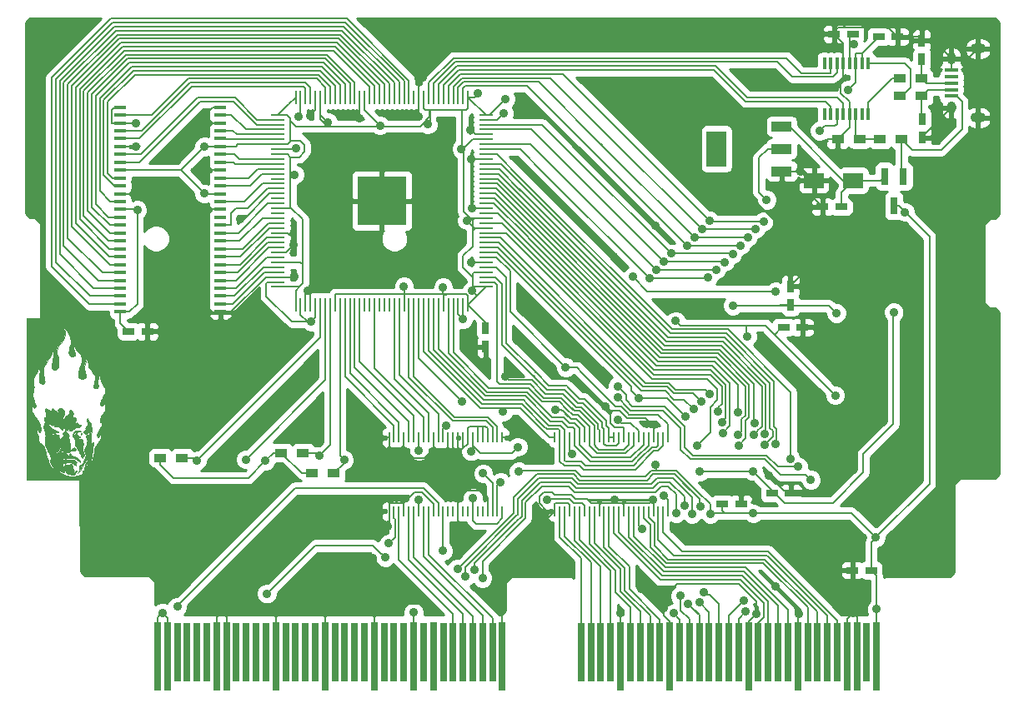
<source format=gtl>
G04 #@! TF.FileFunction,Copper,L1,Top,Signal*
%FSLAX46Y46*%
G04 Gerber Fmt 4.6, Leading zero omitted, Abs format (unit mm)*
G04 Created by KiCad (PCBNEW (after 2015-mar-04 BZR unknown)-product) date 06.06.2015 1:17:49*
%MOMM*%
G01*
G04 APERTURE LIST*
%ADD10C,0.150000*%
%ADD11C,0.100000*%
%ADD12R,1.200000X0.750000*%
%ADD13R,0.750000X1.200000*%
%ADD14R,2.000000X1.600000*%
%ADD15R,1.350000X0.400000*%
%ADD16O,0.950000X1.250000*%
%ADD17O,1.550000X1.000000*%
%ADD18R,0.800100X1.800860*%
%ADD19R,1.150620X0.457200*%
%ADD20R,1.200000X0.900000*%
%ADD21R,0.285000X1.000000*%
%ADD22R,2.032000X3.657600*%
%ADD23R,2.032000X1.016000*%
%ADD24R,0.250000X1.450000*%
%ADD25R,1.450000X0.250000*%
%ADD26R,0.400000X1.200000*%
%ADD27R,0.701040X7.000240*%
%ADD28R,0.701040X5.999480*%
%ADD29R,5.000000X5.000000*%
%ADD30C,0.889000*%
%ADD31C,0.203200*%
%ADD32C,0.254000*%
G04 APERTURE END LIST*
D10*
D11*
G36*
X36089167Y-135784167D02*
X35563240Y-135784167D01*
X35563240Y-127802055D01*
X35562147Y-127696704D01*
X35554545Y-127656184D01*
X35554312Y-127656167D01*
X35537676Y-127692686D01*
X35503861Y-127786894D01*
X35473297Y-127878417D01*
X35396036Y-128073901D01*
X35313644Y-128193275D01*
X35219379Y-128245080D01*
X35180906Y-128248833D01*
X35059029Y-128221288D01*
X35001052Y-128140135D01*
X35007227Y-128007600D01*
X35077803Y-127825907D01*
X35123623Y-127740833D01*
X35271468Y-127479392D01*
X35380230Y-127275871D01*
X35455605Y-127116330D01*
X35503286Y-126986831D01*
X35528968Y-126873437D01*
X35538346Y-126762208D01*
X35538834Y-126724521D01*
X35530974Y-126567523D01*
X35498114Y-126447828D01*
X35426331Y-126322417D01*
X35393207Y-126274534D01*
X35251928Y-126067380D01*
X35155964Y-125902912D01*
X35096418Y-125758780D01*
X35064394Y-125612636D01*
X35050994Y-125442132D01*
X35050023Y-125412500D01*
X35036602Y-125233030D01*
X35010121Y-125066234D01*
X34976278Y-124947874D01*
X34975824Y-124946833D01*
X34910740Y-124798667D01*
X34907287Y-125001085D01*
X34890936Y-125154892D01*
X34852384Y-125339131D01*
X34815933Y-125464433D01*
X34768049Y-125621495D01*
X34749721Y-125743070D01*
X34757907Y-125871810D01*
X34778305Y-125991800D01*
X34807728Y-126210737D01*
X34798290Y-126362377D01*
X34748084Y-126455600D01*
X34670047Y-126496022D01*
X34553282Y-126492963D01*
X34442680Y-126440990D01*
X34368278Y-126358609D01*
X34353500Y-126300996D01*
X34364364Y-126221752D01*
X34393116Y-126087560D01*
X34433999Y-125924767D01*
X34442859Y-125892061D01*
X34501001Y-125626961D01*
X34511187Y-125403752D01*
X34468132Y-125201855D01*
X34366549Y-125000689D01*
X34201151Y-124779677D01*
X34138276Y-124706402D01*
X34003077Y-124548530D01*
X33907767Y-124420090D01*
X33845316Y-124300228D01*
X33808692Y-124168092D01*
X33790866Y-124002829D01*
X33784806Y-123783585D01*
X33784023Y-123655667D01*
X33779013Y-123381546D01*
X33765947Y-123185908D01*
X33744294Y-123062903D01*
X33726401Y-123020667D01*
X33693212Y-122977423D01*
X33682430Y-122993760D01*
X33690365Y-123080353D01*
X33694617Y-123112574D01*
X33698079Y-123224294D01*
X33678535Y-123365191D01*
X33632700Y-123552362D01*
X33569061Y-123765558D01*
X33489037Y-124035109D01*
X33439542Y-124247457D01*
X33419328Y-124423875D01*
X33427151Y-124585638D01*
X33461762Y-124754019D01*
X33503008Y-124892660D01*
X33561116Y-125106604D01*
X33574355Y-125263141D01*
X33540302Y-125378123D01*
X33456535Y-125467400D01*
X33410447Y-125498321D01*
X33251851Y-125569121D01*
X33115028Y-125564995D01*
X32979904Y-125483413D01*
X32931100Y-125437900D01*
X32846275Y-125332283D01*
X32799142Y-125213567D01*
X32789812Y-125068051D01*
X32818394Y-124882031D01*
X32884999Y-124641806D01*
X32938808Y-124478901D01*
X33050750Y-124095368D01*
X33112133Y-123749407D01*
X33122305Y-123449340D01*
X33080613Y-123203489D01*
X33045857Y-123115022D01*
X32962103Y-122984101D01*
X32839897Y-122840537D01*
X32738912Y-122744614D01*
X32551809Y-122554074D01*
X32442203Y-122359033D01*
X32403279Y-122147288D01*
X32403191Y-122143610D01*
X32397958Y-122058271D01*
X32383864Y-122049670D01*
X32363834Y-122089333D01*
X32329550Y-122234296D01*
X32335979Y-122424196D01*
X32383932Y-122671123D01*
X32409414Y-122768669D01*
X32452496Y-122932773D01*
X32472259Y-123038531D01*
X32469785Y-123108671D01*
X32446157Y-123165919D01*
X32429604Y-123192475D01*
X32333134Y-123278298D01*
X32214484Y-123296683D01*
X32089405Y-123255886D01*
X31973647Y-123164164D01*
X31882961Y-123029774D01*
X31836168Y-122881383D01*
X31827346Y-122763154D01*
X31843861Y-122629928D01*
X31889828Y-122456648D01*
X31922725Y-122354404D01*
X32014548Y-121976708D01*
X32027534Y-121621211D01*
X31960389Y-121276227D01*
X31811817Y-120930074D01*
X31753548Y-120828189D01*
X31677104Y-120711071D01*
X31580261Y-120576271D01*
X31475764Y-120439747D01*
X31376353Y-120317457D01*
X31294773Y-120225359D01*
X31243766Y-120179414D01*
X31234306Y-120177916D01*
X31243579Y-120219423D01*
X31277706Y-120320781D01*
X31330205Y-120463186D01*
X31353831Y-120524685D01*
X31422808Y-120716933D01*
X31458504Y-120861630D01*
X31466460Y-120986466D01*
X31460761Y-121058896D01*
X31391081Y-121325412D01*
X31243608Y-121615008D01*
X31020623Y-121923256D01*
X31007508Y-121939107D01*
X30811779Y-122203014D01*
X30688431Y-122444769D01*
X30633934Y-122679713D01*
X30644755Y-122923187D01*
X30717362Y-123190529D01*
X30718598Y-123193956D01*
X30772637Y-123382059D01*
X30802956Y-123594043D01*
X30813848Y-123846167D01*
X30813590Y-124044320D01*
X30804592Y-124181281D01*
X30783018Y-124280379D01*
X30745036Y-124364948D01*
X30722278Y-124403339D01*
X30604604Y-124538622D01*
X30467931Y-124613015D01*
X30330104Y-124622520D01*
X30208969Y-124563135D01*
X30174430Y-124526123D01*
X30138152Y-124427958D01*
X30123836Y-124269386D01*
X30130754Y-124071569D01*
X30158174Y-123855669D01*
X30204833Y-123644768D01*
X30276150Y-123273018D01*
X30280974Y-122922203D01*
X30219341Y-122606866D01*
X30202093Y-122557392D01*
X30144404Y-122417466D01*
X30098101Y-122329929D01*
X30069203Y-122301023D01*
X30063727Y-122336989D01*
X30085607Y-122436589D01*
X30107842Y-122574863D01*
X30114108Y-122743729D01*
X30110528Y-122818825D01*
X30097682Y-122917657D01*
X30071495Y-123011152D01*
X30023895Y-123115539D01*
X29946812Y-123247047D01*
X29832174Y-123421905D01*
X29751846Y-123540017D01*
X29618734Y-123737752D01*
X29494488Y-123928320D01*
X29391493Y-124092323D01*
X29322132Y-124210361D01*
X29313168Y-124227167D01*
X29245237Y-124407461D01*
X29215857Y-124619656D01*
X29225022Y-124876121D01*
X29272724Y-125189223D01*
X29312452Y-125377189D01*
X29356806Y-125577130D01*
X29382479Y-125712842D01*
X29390465Y-125802446D01*
X29381760Y-125864062D01*
X29357357Y-125915810D01*
X29343226Y-125938105D01*
X29241261Y-126027390D01*
X29111987Y-126046882D01*
X28976413Y-125996313D01*
X28911743Y-125943591D01*
X28850721Y-125867918D01*
X28819185Y-125778164D01*
X28808358Y-125644159D01*
X28807833Y-125586384D01*
X28818501Y-125402119D01*
X28846036Y-125191387D01*
X28873181Y-125051315D01*
X28906946Y-124890008D01*
X28917317Y-124774089D01*
X28904272Y-124667570D01*
X28872878Y-124551271D01*
X28823014Y-124409689D01*
X28768793Y-124291122D01*
X28742457Y-124248673D01*
X28706819Y-124208164D01*
X28691356Y-124216550D01*
X28693043Y-124286172D01*
X28705377Y-124399952D01*
X28715232Y-124531341D01*
X28705231Y-124643656D01*
X28668023Y-124756510D01*
X28596255Y-124889514D01*
X28482574Y-125062281D01*
X28427216Y-125141926D01*
X28316108Y-125318703D01*
X28250373Y-125479796D01*
X28224846Y-125651714D01*
X28234359Y-125860969D01*
X28255711Y-126021899D01*
X28278603Y-126192549D01*
X28286373Y-126331412D01*
X28277624Y-126469313D01*
X28250961Y-126637072D01*
X28220980Y-126788333D01*
X28178689Y-127016433D01*
X28161027Y-127197238D01*
X28171024Y-127357837D01*
X28211709Y-127525318D01*
X28286111Y-127726771D01*
X28340509Y-127857183D01*
X28429690Y-128099076D01*
X28464773Y-128280703D01*
X28446231Y-128406531D01*
X28404873Y-128461159D01*
X28328612Y-128480597D01*
X28251348Y-128436477D01*
X28192919Y-128347300D01*
X28172834Y-128244770D01*
X28160706Y-128150642D01*
X28135313Y-128103641D01*
X28098066Y-128116974D01*
X28070160Y-128195759D01*
X28052762Y-128321178D01*
X28047038Y-128474413D01*
X28054155Y-128636646D01*
X28075278Y-128789058D01*
X28089197Y-128847754D01*
X28130855Y-128940566D01*
X28213248Y-129081270D01*
X28324716Y-129251249D01*
X28453601Y-129431889D01*
X28462478Y-129443790D01*
X28633666Y-129679356D01*
X28758815Y-129871476D01*
X28847818Y-130040267D01*
X28910569Y-130205845D01*
X28956959Y-130388326D01*
X28976559Y-130489145D01*
X29000508Y-130643858D01*
X29002087Y-130744173D01*
X28979861Y-130817729D01*
X28957539Y-130855926D01*
X28897141Y-130929889D01*
X28852215Y-130958167D01*
X28774932Y-130920733D01*
X28711364Y-130827740D01*
X28680203Y-130708146D01*
X28679487Y-130690559D01*
X28675464Y-130602579D01*
X28657832Y-130589183D01*
X28615987Y-130638174D01*
X28560771Y-130780236D01*
X28571927Y-130968226D01*
X28649001Y-131196082D01*
X28659253Y-131218546D01*
X28735300Y-131433262D01*
X28765029Y-131636424D01*
X28765087Y-131643327D01*
X28780580Y-131844185D01*
X28835594Y-131990556D01*
X28944409Y-132108774D01*
X29061337Y-132189550D01*
X29185406Y-132274878D01*
X29281461Y-132357167D01*
X29318504Y-132402490D01*
X29343356Y-132470152D01*
X29383658Y-132604076D01*
X29434900Y-132788244D01*
X29492569Y-133006638D01*
X29528986Y-133149860D01*
X29595623Y-133399930D01*
X29667496Y-133643067D01*
X29737657Y-133857424D01*
X29799160Y-134021153D01*
X29822687Y-134073564D01*
X29965826Y-134317285D01*
X30143780Y-134549496D01*
X30333843Y-134742366D01*
X30429925Y-134817872D01*
X30489226Y-134855699D01*
X30498078Y-134849260D01*
X30453481Y-134793036D01*
X30360623Y-134690379D01*
X30180522Y-134457772D01*
X30031604Y-134193800D01*
X29933685Y-133934142D01*
X29927735Y-133910917D01*
X29919490Y-133820569D01*
X29946002Y-133797672D01*
X29992927Y-133840699D01*
X30035876Y-133922408D01*
X30081846Y-134016795D01*
X30120415Y-134069749D01*
X30121731Y-134070633D01*
X30139773Y-134054811D01*
X30129712Y-133975272D01*
X30096281Y-133846342D01*
X30044211Y-133682344D01*
X29978237Y-133497603D01*
X29903090Y-133306442D01*
X29823504Y-133123185D01*
X29775574Y-133022953D01*
X29679314Y-132815949D01*
X29581691Y-132583068D01*
X29503286Y-132373492D01*
X29501009Y-132366787D01*
X29448826Y-132206655D01*
X29419265Y-132086456D01*
X29409800Y-131975531D01*
X29417908Y-131843224D01*
X29441065Y-131658876D01*
X29442095Y-131651266D01*
X29464156Y-131476008D01*
X29473397Y-131341826D01*
X29467731Y-131221007D01*
X29445073Y-131085835D01*
X29403333Y-130908595D01*
X29378910Y-130812197D01*
X29328959Y-130613181D01*
X29299133Y-130477286D01*
X29288137Y-130385720D01*
X29294676Y-130319692D01*
X29317457Y-130260411D01*
X29338160Y-130220676D01*
X29382409Y-130096604D01*
X29391349Y-129942107D01*
X29364850Y-129739173D01*
X29333545Y-129593689D01*
X29326622Y-129503756D01*
X29376191Y-129453448D01*
X29416879Y-129435987D01*
X29487567Y-129397179D01*
X29519701Y-129333405D01*
X29527494Y-129215618D01*
X29527500Y-129209922D01*
X29512660Y-129051761D01*
X29475532Y-128878464D01*
X29459762Y-128827116D01*
X29416485Y-128662885D01*
X29422329Y-128564105D01*
X29479230Y-128530024D01*
X29589120Y-128559891D01*
X29753932Y-128652957D01*
X29810989Y-128690784D01*
X29950519Y-128758037D01*
X30056509Y-128748267D01*
X30127524Y-128661832D01*
X30145423Y-128607445D01*
X30174558Y-128529264D01*
X30215428Y-128512614D01*
X30279441Y-128560771D01*
X30375176Y-128673441D01*
X30471100Y-128777924D01*
X30574593Y-128865494D01*
X30672642Y-128929906D01*
X30752235Y-128964914D01*
X30800359Y-128964275D01*
X30804001Y-128921743D01*
X30773799Y-128864739D01*
X30727641Y-128738916D01*
X30762104Y-128633485D01*
X30874131Y-128555934D01*
X30904390Y-128544818D01*
X31021787Y-128519014D01*
X31118668Y-128540979D01*
X31176850Y-128572092D01*
X31285163Y-128664927D01*
X31368997Y-128783992D01*
X31369955Y-128785991D01*
X31402818Y-128865353D01*
X31411207Y-128935295D01*
X31392354Y-129022888D01*
X31343490Y-129155207D01*
X31328305Y-129193339D01*
X31264696Y-129358783D01*
X31233084Y-129473246D01*
X31232354Y-129563671D01*
X31261391Y-129657001D01*
X31305210Y-129751667D01*
X31387367Y-129921000D01*
X31363775Y-129766971D01*
X31366107Y-129600694D01*
X31433795Y-129453950D01*
X31574731Y-129312055D01*
X31631515Y-129268932D01*
X31768155Y-129145342D01*
X31846960Y-129003499D01*
X31861177Y-128959150D01*
X31921083Y-128790368D01*
X31983553Y-128704857D01*
X32053658Y-128701257D01*
X32136469Y-128778209D01*
X32198282Y-128868785D01*
X32251766Y-128973754D01*
X32271021Y-129079088D01*
X32262299Y-129223238D01*
X32259578Y-129245700D01*
X32230712Y-129476732D01*
X32334231Y-129437374D01*
X32442651Y-129422177D01*
X32485458Y-129445725D01*
X32521747Y-129531567D01*
X32530711Y-129670347D01*
X32514005Y-129835448D01*
X32473284Y-130000255D01*
X32446708Y-130069167D01*
X32362109Y-130259667D01*
X32503189Y-130094680D01*
X32644269Y-129929694D01*
X32755907Y-130072341D01*
X32856080Y-130173538D01*
X32952277Y-130206668D01*
X32975523Y-130206051D01*
X33061254Y-130219139D01*
X33081376Y-130266867D01*
X33037480Y-130332368D01*
X32958602Y-130385579D01*
X32824188Y-130431857D01*
X32686010Y-130450167D01*
X32571077Y-130468714D01*
X32451675Y-130532917D01*
X32342667Y-130619500D01*
X32208907Y-130728611D01*
X32124256Y-130778947D01*
X32080020Y-130773595D01*
X32067500Y-130717242D01*
X32060919Y-130673120D01*
X32030842Y-130696431D01*
X32006850Y-130727825D01*
X31941357Y-130785973D01*
X31892110Y-130761752D01*
X31859440Y-130655949D01*
X31843675Y-130469352D01*
X31842318Y-130333924D01*
X31840485Y-130165191D01*
X31832199Y-130063607D01*
X31818246Y-130036418D01*
X31811253Y-130048000D01*
X31791233Y-130137564D01*
X31777245Y-130274396D01*
X31773564Y-130365500D01*
X31762139Y-130574316D01*
X31736240Y-130716249D01*
X31697455Y-130783996D01*
X31681563Y-130788833D01*
X31649518Y-130753808D01*
X31643519Y-130714750D01*
X31636527Y-130665728D01*
X31607137Y-130696057D01*
X31601834Y-130704167D01*
X31566472Y-130783696D01*
X31577627Y-130862252D01*
X31642214Y-130961211D01*
X31710593Y-131040497D01*
X31798908Y-131145709D01*
X31839021Y-131226952D01*
X31843207Y-131319514D01*
X31833690Y-131394426D01*
X31828406Y-131563802D01*
X31861900Y-131770988D01*
X31894264Y-131896757D01*
X31963059Y-132201777D01*
X31979834Y-132443171D01*
X31944602Y-132624101D01*
X31898167Y-132705385D01*
X31839712Y-132786061D01*
X31813594Y-132834690D01*
X31813500Y-132835892D01*
X31843758Y-132848780D01*
X31919421Y-132823004D01*
X32017821Y-132770247D01*
X32116292Y-132702189D01*
X32175319Y-132649427D01*
X32297484Y-132556056D01*
X32407082Y-132532142D01*
X32489716Y-132574807D01*
X32530984Y-132681173D01*
X32533167Y-132720968D01*
X32509616Y-132818922D01*
X32436719Y-132850229D01*
X32320010Y-132820216D01*
X32241276Y-132795543D01*
X32170353Y-132802744D01*
X32078432Y-132849025D01*
X31997807Y-132900805D01*
X31858318Y-132986154D01*
X31752493Y-133022450D01*
X31647187Y-133012647D01*
X31509254Y-132959702D01*
X31480794Y-132946903D01*
X31456760Y-132938146D01*
X31456760Y-130620030D01*
X31439142Y-130490649D01*
X31403919Y-130381173D01*
X31368851Y-130329474D01*
X31318336Y-130284753D01*
X31319386Y-130304608D01*
X31342888Y-130352133D01*
X31390885Y-130478259D01*
X31376376Y-130547948D01*
X31298938Y-130562333D01*
X31266438Y-130556718D01*
X31181634Y-130544666D01*
X31157337Y-130570071D01*
X31165542Y-130616855D01*
X31168877Y-130688840D01*
X31129865Y-130696480D01*
X31057481Y-130642771D01*
X30979222Y-130554674D01*
X30881191Y-130444659D01*
X30782683Y-130354823D01*
X30759199Y-130337739D01*
X30689194Y-130294863D01*
X30671876Y-130301305D01*
X30683787Y-130339065D01*
X30689132Y-130398425D01*
X30645952Y-130397699D01*
X30588090Y-130354917D01*
X30549051Y-130323650D01*
X30561109Y-130354853D01*
X30563155Y-130358477D01*
X30573975Y-130407701D01*
X30535920Y-130414580D01*
X30467917Y-130387480D01*
X30388888Y-130334768D01*
X30317761Y-130264809D01*
X30301538Y-130242823D01*
X30240902Y-130158602D01*
X30212385Y-130141079D01*
X30204862Y-130184166D01*
X30204834Y-130189906D01*
X30189481Y-130266906D01*
X30151925Y-130270605D01*
X30104919Y-130204816D01*
X30084177Y-130153833D01*
X30045330Y-130061980D01*
X30018109Y-130028273D01*
X30012431Y-130059602D01*
X30023234Y-130111500D01*
X30026613Y-130182459D01*
X29994132Y-130193724D01*
X29942658Y-130151845D01*
X29889059Y-130063372D01*
X29886947Y-130058583D01*
X29827148Y-129921000D01*
X29825491Y-130061082D01*
X29813630Y-130151448D01*
X29785287Y-130176881D01*
X29781500Y-130175000D01*
X29741999Y-130165422D01*
X29749915Y-130206889D01*
X29799926Y-130284217D01*
X29834627Y-130326531D01*
X29923386Y-130414908D01*
X30036285Y-130509924D01*
X30150012Y-130593969D01*
X30241256Y-130649432D01*
X30278451Y-130661833D01*
X30332904Y-130685032D01*
X30424477Y-130743067D01*
X30458834Y-130767667D01*
X30572473Y-130835238D01*
X30676448Y-130871527D01*
X30697393Y-130873500D01*
X30783744Y-130890401D01*
X30818667Y-130915833D01*
X30795359Y-130939840D01*
X30695665Y-130954319D01*
X30563114Y-130958167D01*
X30331765Y-130974170D01*
X30172570Y-131022943D01*
X30158449Y-131030794D01*
X30060525Y-131098578D01*
X30035679Y-131148746D01*
X30087440Y-131187727D01*
X30219334Y-131221952D01*
X30268334Y-131231067D01*
X30371252Y-131245486D01*
X30404368Y-131236721D01*
X30384750Y-131206994D01*
X30335599Y-131133953D01*
X30363743Y-131084988D01*
X30396689Y-131069338D01*
X30462052Y-131082829D01*
X30501474Y-131149475D01*
X30542841Y-131219255D01*
X30614798Y-131249219D01*
X30711786Y-131254500D01*
X30818209Y-131263835D01*
X30877660Y-131287171D01*
X30882167Y-131296833D01*
X30847879Y-131334390D01*
X30818667Y-131339167D01*
X30762331Y-131362025D01*
X30755167Y-131381500D01*
X30787381Y-131422603D01*
X30797500Y-131423833D01*
X30834259Y-131456290D01*
X30833872Y-131533870D01*
X30798840Y-131626884D01*
X30777680Y-131659159D01*
X30723001Y-131746779D01*
X30722062Y-131784648D01*
X30771125Y-131763680D01*
X30808084Y-131733024D01*
X30920042Y-131649140D01*
X31026526Y-131588061D01*
X31143580Y-131512372D01*
X31234071Y-131417780D01*
X31283507Y-131324524D01*
X31277394Y-131252843D01*
X31271518Y-131245918D01*
X31221170Y-131147924D01*
X31225107Y-131034581D01*
X31273876Y-130934920D01*
X31358021Y-130877973D01*
X31392801Y-130873500D01*
X31434708Y-130836866D01*
X31455654Y-130743906D01*
X31456760Y-130620030D01*
X31456760Y-132938146D01*
X31342528Y-132896525D01*
X31210415Y-132868515D01*
X31116622Y-132865604D01*
X31116622Y-132425788D01*
X31108786Y-132399716D01*
X31086607Y-132397500D01*
X30999886Y-132436826D01*
X30902341Y-132546748D01*
X30801383Y-132715183D01*
X30704421Y-132930048D01*
X30630168Y-133141820D01*
X30577535Y-133317371D01*
X30553041Y-133414904D01*
X30557347Y-133436484D01*
X30591113Y-133384176D01*
X30654998Y-133260045D01*
X30662867Y-133244167D01*
X30737424Y-133098919D01*
X30808559Y-132969284D01*
X30846850Y-132905500D01*
X30909879Y-132787818D01*
X30946124Y-132693833D01*
X30998348Y-132582501D01*
X31063745Y-132492750D01*
X31116622Y-132425788D01*
X31116622Y-132865604D01*
X31106821Y-132865300D01*
X31054111Y-132889308D01*
X31051500Y-132900316D01*
X31088007Y-132969099D01*
X31174796Y-133013662D01*
X31277768Y-133016743D01*
X31280288Y-133016131D01*
X31436291Y-133014523D01*
X31564358Y-133091224D01*
X31639595Y-133201916D01*
X31712966Y-133321387D01*
X31778006Y-133356829D01*
X31834429Y-133308183D01*
X31860846Y-133247985D01*
X31912271Y-133147468D01*
X31971729Y-133128422D01*
X32044667Y-133190993D01*
X32088667Y-133254152D01*
X32165724Y-133344598D01*
X32277902Y-133411072D01*
X32423002Y-133461702D01*
X32605519Y-133537392D01*
X32777162Y-133646210D01*
X32916331Y-133771120D01*
X33001423Y-133895085D01*
X33012424Y-133926563D01*
X33011077Y-133992762D01*
X32963474Y-133998800D01*
X32880425Y-133947059D01*
X32811277Y-133882239D01*
X32675516Y-133762981D01*
X32522782Y-133679149D01*
X32337027Y-133626362D01*
X32102203Y-133600241D01*
X31802262Y-133596408D01*
X31766368Y-133597120D01*
X31537734Y-133603907D01*
X31372018Y-133614807D01*
X31247470Y-133633471D01*
X31142344Y-133663546D01*
X31034891Y-133708682D01*
X30998375Y-133725981D01*
X30836212Y-133816950D01*
X30730280Y-133903685D01*
X30688416Y-133977763D01*
X30716102Y-134029353D01*
X30771508Y-134020934D01*
X30822416Y-133971327D01*
X30902788Y-133903701D01*
X31038093Y-133832423D01*
X31199939Y-133768837D01*
X31359929Y-133724286D01*
X31476996Y-133709833D01*
X31598762Y-133727142D01*
X31685372Y-133761286D01*
X31766154Y-133790894D01*
X31867450Y-133775555D01*
X31912099Y-133760547D01*
X32080693Y-133733475D01*
X32271038Y-133753132D01*
X32448503Y-133812250D01*
X32574821Y-133899610D01*
X32633583Y-133990958D01*
X32630238Y-134058325D01*
X32569527Y-134083562D01*
X32528389Y-134077318D01*
X32465667Y-134067149D01*
X32455956Y-134092989D01*
X32498017Y-134169036D01*
X32517735Y-134199477D01*
X32564424Y-134292119D01*
X32553889Y-134329707D01*
X32495021Y-134310076D01*
X32396713Y-134231061D01*
X32394949Y-134229379D01*
X32188384Y-134088852D01*
X31941271Y-134019778D01*
X31660147Y-134023241D01*
X31440911Y-134071091D01*
X31269122Y-134140895D01*
X31177909Y-134223450D01*
X31168738Y-134316971D01*
X31196213Y-134368435D01*
X31237157Y-134413593D01*
X31276698Y-134408362D01*
X31339127Y-134345772D01*
X31360279Y-134321366D01*
X31435282Y-134242463D01*
X31495741Y-134219610D01*
X31579716Y-134242517D01*
X31608790Y-134254166D01*
X31772923Y-134308545D01*
X31873444Y-134312697D01*
X31908284Y-134266653D01*
X31906894Y-134249583D01*
X31925519Y-134189530D01*
X31998800Y-134178335D01*
X32110675Y-134218297D01*
X32113800Y-134219956D01*
X32174083Y-134281715D01*
X32188081Y-134391412D01*
X32187089Y-134409599D01*
X32216491Y-134586002D01*
X32270572Y-134680929D01*
X32344413Y-134795989D01*
X32358203Y-134866768D01*
X32314255Y-134906250D01*
X32310917Y-134907514D01*
X32279489Y-134936518D01*
X32309769Y-134981860D01*
X32369540Y-135015050D01*
X32456783Y-134993282D01*
X32468519Y-134988059D01*
X32546890Y-134938467D01*
X32575500Y-134896074D01*
X32605572Y-134854218D01*
X32615631Y-134852833D01*
X32637744Y-134882815D01*
X32620195Y-134956913D01*
X32573919Y-135051357D01*
X32509851Y-135142377D01*
X32459728Y-135191755D01*
X32342729Y-135249876D01*
X32202781Y-135274320D01*
X32072679Y-135263427D01*
X31985395Y-135215753D01*
X31895889Y-135173655D01*
X31793357Y-135178368D01*
X31693592Y-135184938D01*
X31632470Y-135149259D01*
X31579923Y-135063061D01*
X31529096Y-134896844D01*
X31535477Y-134755325D01*
X31548421Y-134651534D01*
X31538965Y-134616222D01*
X31503149Y-134635237D01*
X31502135Y-134636075D01*
X31459103Y-134706773D01*
X31422709Y-134824876D01*
X31413342Y-134875364D01*
X31379224Y-135011030D01*
X31330080Y-135063756D01*
X31322386Y-135064500D01*
X31220032Y-135038594D01*
X31078717Y-134970064D01*
X30922625Y-134872687D01*
X30775939Y-134760242D01*
X30753259Y-134740240D01*
X30649362Y-134653749D01*
X30597251Y-134625594D01*
X30594669Y-134648939D01*
X30639357Y-134716945D01*
X30729057Y-134822776D01*
X30808084Y-134906223D01*
X31064247Y-135127462D01*
X31341999Y-135285031D01*
X31654943Y-135383783D01*
X32016681Y-135428574D01*
X32279167Y-135431185D01*
X32493307Y-135423053D01*
X32647227Y-135408358D01*
X32765349Y-135382590D01*
X32872096Y-135341235D01*
X32935334Y-135309936D01*
X33040792Y-135247717D01*
X33145748Y-135174153D01*
X33237037Y-135100843D01*
X33301492Y-135039383D01*
X33325946Y-135001372D01*
X33297233Y-134998406D01*
X33283588Y-135003179D01*
X33222449Y-135009400D01*
X33218142Y-134969357D01*
X33269551Y-134898511D01*
X33292767Y-134876171D01*
X33365835Y-134776272D01*
X33400015Y-134687984D01*
X33439370Y-134574534D01*
X33502773Y-134446746D01*
X33511944Y-134431273D01*
X33573735Y-134343850D01*
X33614874Y-134326391D01*
X33635099Y-134346881D01*
X33667711Y-134369065D01*
X33703155Y-134318894D01*
X33719150Y-134279899D01*
X33763089Y-134142057D01*
X33790305Y-134027333D01*
X33799194Y-133962767D01*
X33787025Y-133952906D01*
X33745111Y-134003449D01*
X33677439Y-134101361D01*
X33573505Y-134246465D01*
X33505900Y-134319918D01*
X33471145Y-134324795D01*
X33464500Y-134289653D01*
X33489346Y-134222861D01*
X33552365Y-134121956D01*
X33592457Y-134068463D01*
X33672740Y-133954128D01*
X33727325Y-133851811D01*
X33737955Y-133819225D01*
X33758135Y-133680259D01*
X33771768Y-133513596D01*
X33778175Y-133344154D01*
X33776675Y-133196847D01*
X33766587Y-133096591D01*
X33758347Y-133072260D01*
X33735653Y-133070811D01*
X33722592Y-133152978D01*
X33719148Y-133277276D01*
X33697717Y-133531954D01*
X33626839Y-133748980D01*
X33494556Y-133961238D01*
X33449665Y-134018428D01*
X33359175Y-134150669D01*
X33291985Y-134286334D01*
X33273707Y-134344833D01*
X33171608Y-134628045D01*
X32992694Y-134876929D01*
X32917111Y-134950971D01*
X32818666Y-135036928D01*
X32747507Y-135093536D01*
X32724821Y-135106833D01*
X32733955Y-135075922D01*
X32779911Y-134997799D01*
X32809609Y-134952759D01*
X32869156Y-134860361D01*
X32904587Y-134782420D01*
X32922630Y-134691363D01*
X32930014Y-134559612D01*
X32932110Y-134450667D01*
X32937113Y-134325219D01*
X32955665Y-134262442D01*
X33000578Y-134240343D01*
X33056426Y-134237272D01*
X33184064Y-134197822D01*
X33270599Y-134098874D01*
X33295167Y-133991488D01*
X33319909Y-133906705D01*
X33381630Y-133796929D01*
X33405428Y-133763765D01*
X33508708Y-133569954D01*
X33538641Y-133350205D01*
X33496251Y-133095228D01*
X33483789Y-133053594D01*
X33408240Y-132813405D01*
X33517633Y-132594869D01*
X33590598Y-132432363D01*
X33653762Y-132263561D01*
X33676612Y-132188182D01*
X33701352Y-132029828D01*
X33702969Y-131854750D01*
X33684082Y-131689759D01*
X33647311Y-131561664D01*
X33609991Y-131506279D01*
X33558132Y-131423864D01*
X33556643Y-131330426D01*
X33598388Y-131271409D01*
X33673092Y-131241310D01*
X33778305Y-131213358D01*
X33868867Y-131183356D01*
X33898251Y-131127650D01*
X33895402Y-131061364D01*
X33855608Y-130937061D01*
X33792929Y-130841917D01*
X33717863Y-130775002D01*
X33685050Y-130772117D01*
X33703006Y-130830417D01*
X33723157Y-130865225D01*
X33752642Y-130941024D01*
X33728421Y-131019928D01*
X33703947Y-131059847D01*
X33615366Y-131150878D01*
X33522816Y-131157437D01*
X33424051Y-131079642D01*
X33419778Y-131074583D01*
X33355958Y-130978290D01*
X33351175Y-130895154D01*
X33409955Y-130803561D01*
X33493939Y-130720459D01*
X33581057Y-130635589D01*
X33607919Y-130591609D01*
X33580570Y-130576752D01*
X33568023Y-130576225D01*
X33519071Y-130569851D01*
X33530919Y-130542259D01*
X33591500Y-130491001D01*
X33646011Y-130440206D01*
X33634611Y-130429462D01*
X33623250Y-130432972D01*
X33559452Y-130443431D01*
X33562321Y-130409043D01*
X33630227Y-130334996D01*
X33663260Y-130305633D01*
X33777353Y-130207494D01*
X33709476Y-129997323D01*
X33664620Y-129779677D01*
X33672234Y-129642410D01*
X33702869Y-129497667D01*
X33774976Y-129634678D01*
X33850678Y-129755833D01*
X33949588Y-129887356D01*
X33976551Y-129919146D01*
X34061168Y-130034320D01*
X34083784Y-130123601D01*
X34077326Y-130157006D01*
X34078552Y-130269036D01*
X34123827Y-130387038D01*
X34160669Y-130463024D01*
X34176989Y-130532528D01*
X34173017Y-130620695D01*
X34148987Y-130752673D01*
X34128094Y-130849452D01*
X34081415Y-131152855D01*
X34062325Y-131488562D01*
X34071948Y-131815358D01*
X34096326Y-132016500D01*
X34129208Y-132207000D01*
X34182666Y-132067493D01*
X34233755Y-131979023D01*
X34285576Y-131947463D01*
X34319029Y-131976320D01*
X34320207Y-132042223D01*
X34312058Y-132119196D01*
X34300675Y-132256179D01*
X34288034Y-132428677D01*
X34282990Y-132503333D01*
X34266852Y-132684083D01*
X34245282Y-132839953D01*
X34222016Y-132946062D01*
X34213071Y-132969000D01*
X34191485Y-133045765D01*
X34169297Y-133184669D01*
X34149660Y-133363271D01*
X34139685Y-133491156D01*
X34125293Y-133690460D01*
X34108273Y-133829629D01*
X34081346Y-133933070D01*
X34037232Y-134025188D01*
X33968654Y-134130386D01*
X33934522Y-134179073D01*
X33842789Y-134318596D01*
X33800740Y-134402134D01*
X33806648Y-134425500D01*
X33858790Y-134384504D01*
X33955438Y-134274960D01*
X33967754Y-134259738D01*
X34095564Y-134074380D01*
X34185377Y-133890570D01*
X34225469Y-133733236D01*
X34226500Y-133709506D01*
X34245321Y-133617632D01*
X34292326Y-133494968D01*
X34311167Y-133455833D01*
X34378170Y-133251105D01*
X34395834Y-133063037D01*
X34430234Y-132745657D01*
X34528397Y-132452489D01*
X34672176Y-132219451D01*
X34871074Y-131956514D01*
X35007492Y-131731951D01*
X35086500Y-131533094D01*
X35113166Y-131347271D01*
X35093550Y-131166264D01*
X35063157Y-131027886D01*
X35009512Y-131183928D01*
X34936492Y-131345920D01*
X34858322Y-131440845D01*
X34785262Y-131467012D01*
X34727574Y-131422731D01*
X34695519Y-131306309D01*
X34692167Y-131236232D01*
X34713349Y-131161569D01*
X34770608Y-131034965D01*
X34854513Y-130875875D01*
X34929603Y-130746368D01*
X35042367Y-130552554D01*
X35116109Y-130404666D01*
X35160235Y-130279181D01*
X35184154Y-130152578D01*
X35190346Y-130094424D01*
X35201319Y-129954712D01*
X35199386Y-129884665D01*
X35180860Y-129869783D01*
X35142055Y-129895566D01*
X35140183Y-129897111D01*
X35078464Y-129936193D01*
X35039199Y-129913311D01*
X35028255Y-129897111D01*
X34986538Y-129776986D01*
X35003045Y-129631985D01*
X35080492Y-129453652D01*
X35221592Y-129233531D01*
X35256800Y-129184956D01*
X35367309Y-129013894D01*
X35454290Y-128840177D01*
X35493689Y-128726220D01*
X35508931Y-128632908D01*
X35524156Y-128489848D01*
X35538281Y-128316136D01*
X35550225Y-128130868D01*
X35558905Y-127953142D01*
X35563240Y-127802055D01*
X35563240Y-135784167D01*
X31813500Y-135784167D01*
X27537834Y-135784167D01*
X27537834Y-127592667D01*
X27537834Y-119401167D01*
X31813500Y-119401167D01*
X36089167Y-119401167D01*
X36089167Y-127592667D01*
X36089167Y-135784167D01*
X36089167Y-135784167D01*
X36089167Y-135784167D01*
G37*
X36089167Y-135784167D02*
X35563240Y-135784167D01*
X35563240Y-127802055D01*
X35562147Y-127696704D01*
X35554545Y-127656184D01*
X35554312Y-127656167D01*
X35537676Y-127692686D01*
X35503861Y-127786894D01*
X35473297Y-127878417D01*
X35396036Y-128073901D01*
X35313644Y-128193275D01*
X35219379Y-128245080D01*
X35180906Y-128248833D01*
X35059029Y-128221288D01*
X35001052Y-128140135D01*
X35007227Y-128007600D01*
X35077803Y-127825907D01*
X35123623Y-127740833D01*
X35271468Y-127479392D01*
X35380230Y-127275871D01*
X35455605Y-127116330D01*
X35503286Y-126986831D01*
X35528968Y-126873437D01*
X35538346Y-126762208D01*
X35538834Y-126724521D01*
X35530974Y-126567523D01*
X35498114Y-126447828D01*
X35426331Y-126322417D01*
X35393207Y-126274534D01*
X35251928Y-126067380D01*
X35155964Y-125902912D01*
X35096418Y-125758780D01*
X35064394Y-125612636D01*
X35050994Y-125442132D01*
X35050023Y-125412500D01*
X35036602Y-125233030D01*
X35010121Y-125066234D01*
X34976278Y-124947874D01*
X34975824Y-124946833D01*
X34910740Y-124798667D01*
X34907287Y-125001085D01*
X34890936Y-125154892D01*
X34852384Y-125339131D01*
X34815933Y-125464433D01*
X34768049Y-125621495D01*
X34749721Y-125743070D01*
X34757907Y-125871810D01*
X34778305Y-125991800D01*
X34807728Y-126210737D01*
X34798290Y-126362377D01*
X34748084Y-126455600D01*
X34670047Y-126496022D01*
X34553282Y-126492963D01*
X34442680Y-126440990D01*
X34368278Y-126358609D01*
X34353500Y-126300996D01*
X34364364Y-126221752D01*
X34393116Y-126087560D01*
X34433999Y-125924767D01*
X34442859Y-125892061D01*
X34501001Y-125626961D01*
X34511187Y-125403752D01*
X34468132Y-125201855D01*
X34366549Y-125000689D01*
X34201151Y-124779677D01*
X34138276Y-124706402D01*
X34003077Y-124548530D01*
X33907767Y-124420090D01*
X33845316Y-124300228D01*
X33808692Y-124168092D01*
X33790866Y-124002829D01*
X33784806Y-123783585D01*
X33784023Y-123655667D01*
X33779013Y-123381546D01*
X33765947Y-123185908D01*
X33744294Y-123062903D01*
X33726401Y-123020667D01*
X33693212Y-122977423D01*
X33682430Y-122993760D01*
X33690365Y-123080353D01*
X33694617Y-123112574D01*
X33698079Y-123224294D01*
X33678535Y-123365191D01*
X33632700Y-123552362D01*
X33569061Y-123765558D01*
X33489037Y-124035109D01*
X33439542Y-124247457D01*
X33419328Y-124423875D01*
X33427151Y-124585638D01*
X33461762Y-124754019D01*
X33503008Y-124892660D01*
X33561116Y-125106604D01*
X33574355Y-125263141D01*
X33540302Y-125378123D01*
X33456535Y-125467400D01*
X33410447Y-125498321D01*
X33251851Y-125569121D01*
X33115028Y-125564995D01*
X32979904Y-125483413D01*
X32931100Y-125437900D01*
X32846275Y-125332283D01*
X32799142Y-125213567D01*
X32789812Y-125068051D01*
X32818394Y-124882031D01*
X32884999Y-124641806D01*
X32938808Y-124478901D01*
X33050750Y-124095368D01*
X33112133Y-123749407D01*
X33122305Y-123449340D01*
X33080613Y-123203489D01*
X33045857Y-123115022D01*
X32962103Y-122984101D01*
X32839897Y-122840537D01*
X32738912Y-122744614D01*
X32551809Y-122554074D01*
X32442203Y-122359033D01*
X32403279Y-122147288D01*
X32403191Y-122143610D01*
X32397958Y-122058271D01*
X32383864Y-122049670D01*
X32363834Y-122089333D01*
X32329550Y-122234296D01*
X32335979Y-122424196D01*
X32383932Y-122671123D01*
X32409414Y-122768669D01*
X32452496Y-122932773D01*
X32472259Y-123038531D01*
X32469785Y-123108671D01*
X32446157Y-123165919D01*
X32429604Y-123192475D01*
X32333134Y-123278298D01*
X32214484Y-123296683D01*
X32089405Y-123255886D01*
X31973647Y-123164164D01*
X31882961Y-123029774D01*
X31836168Y-122881383D01*
X31827346Y-122763154D01*
X31843861Y-122629928D01*
X31889828Y-122456648D01*
X31922725Y-122354404D01*
X32014548Y-121976708D01*
X32027534Y-121621211D01*
X31960389Y-121276227D01*
X31811817Y-120930074D01*
X31753548Y-120828189D01*
X31677104Y-120711071D01*
X31580261Y-120576271D01*
X31475764Y-120439747D01*
X31376353Y-120317457D01*
X31294773Y-120225359D01*
X31243766Y-120179414D01*
X31234306Y-120177916D01*
X31243579Y-120219423D01*
X31277706Y-120320781D01*
X31330205Y-120463186D01*
X31353831Y-120524685D01*
X31422808Y-120716933D01*
X31458504Y-120861630D01*
X31466460Y-120986466D01*
X31460761Y-121058896D01*
X31391081Y-121325412D01*
X31243608Y-121615008D01*
X31020623Y-121923256D01*
X31007508Y-121939107D01*
X30811779Y-122203014D01*
X30688431Y-122444769D01*
X30633934Y-122679713D01*
X30644755Y-122923187D01*
X30717362Y-123190529D01*
X30718598Y-123193956D01*
X30772637Y-123382059D01*
X30802956Y-123594043D01*
X30813848Y-123846167D01*
X30813590Y-124044320D01*
X30804592Y-124181281D01*
X30783018Y-124280379D01*
X30745036Y-124364948D01*
X30722278Y-124403339D01*
X30604604Y-124538622D01*
X30467931Y-124613015D01*
X30330104Y-124622520D01*
X30208969Y-124563135D01*
X30174430Y-124526123D01*
X30138152Y-124427958D01*
X30123836Y-124269386D01*
X30130754Y-124071569D01*
X30158174Y-123855669D01*
X30204833Y-123644768D01*
X30276150Y-123273018D01*
X30280974Y-122922203D01*
X30219341Y-122606866D01*
X30202093Y-122557392D01*
X30144404Y-122417466D01*
X30098101Y-122329929D01*
X30069203Y-122301023D01*
X30063727Y-122336989D01*
X30085607Y-122436589D01*
X30107842Y-122574863D01*
X30114108Y-122743729D01*
X30110528Y-122818825D01*
X30097682Y-122917657D01*
X30071495Y-123011152D01*
X30023895Y-123115539D01*
X29946812Y-123247047D01*
X29832174Y-123421905D01*
X29751846Y-123540017D01*
X29618734Y-123737752D01*
X29494488Y-123928320D01*
X29391493Y-124092323D01*
X29322132Y-124210361D01*
X29313168Y-124227167D01*
X29245237Y-124407461D01*
X29215857Y-124619656D01*
X29225022Y-124876121D01*
X29272724Y-125189223D01*
X29312452Y-125377189D01*
X29356806Y-125577130D01*
X29382479Y-125712842D01*
X29390465Y-125802446D01*
X29381760Y-125864062D01*
X29357357Y-125915810D01*
X29343226Y-125938105D01*
X29241261Y-126027390D01*
X29111987Y-126046882D01*
X28976413Y-125996313D01*
X28911743Y-125943591D01*
X28850721Y-125867918D01*
X28819185Y-125778164D01*
X28808358Y-125644159D01*
X28807833Y-125586384D01*
X28818501Y-125402119D01*
X28846036Y-125191387D01*
X28873181Y-125051315D01*
X28906946Y-124890008D01*
X28917317Y-124774089D01*
X28904272Y-124667570D01*
X28872878Y-124551271D01*
X28823014Y-124409689D01*
X28768793Y-124291122D01*
X28742457Y-124248673D01*
X28706819Y-124208164D01*
X28691356Y-124216550D01*
X28693043Y-124286172D01*
X28705377Y-124399952D01*
X28715232Y-124531341D01*
X28705231Y-124643656D01*
X28668023Y-124756510D01*
X28596255Y-124889514D01*
X28482574Y-125062281D01*
X28427216Y-125141926D01*
X28316108Y-125318703D01*
X28250373Y-125479796D01*
X28224846Y-125651714D01*
X28234359Y-125860969D01*
X28255711Y-126021899D01*
X28278603Y-126192549D01*
X28286373Y-126331412D01*
X28277624Y-126469313D01*
X28250961Y-126637072D01*
X28220980Y-126788333D01*
X28178689Y-127016433D01*
X28161027Y-127197238D01*
X28171024Y-127357837D01*
X28211709Y-127525318D01*
X28286111Y-127726771D01*
X28340509Y-127857183D01*
X28429690Y-128099076D01*
X28464773Y-128280703D01*
X28446231Y-128406531D01*
X28404873Y-128461159D01*
X28328612Y-128480597D01*
X28251348Y-128436477D01*
X28192919Y-128347300D01*
X28172834Y-128244770D01*
X28160706Y-128150642D01*
X28135313Y-128103641D01*
X28098066Y-128116974D01*
X28070160Y-128195759D01*
X28052762Y-128321178D01*
X28047038Y-128474413D01*
X28054155Y-128636646D01*
X28075278Y-128789058D01*
X28089197Y-128847754D01*
X28130855Y-128940566D01*
X28213248Y-129081270D01*
X28324716Y-129251249D01*
X28453601Y-129431889D01*
X28462478Y-129443790D01*
X28633666Y-129679356D01*
X28758815Y-129871476D01*
X28847818Y-130040267D01*
X28910569Y-130205845D01*
X28956959Y-130388326D01*
X28976559Y-130489145D01*
X29000508Y-130643858D01*
X29002087Y-130744173D01*
X28979861Y-130817729D01*
X28957539Y-130855926D01*
X28897141Y-130929889D01*
X28852215Y-130958167D01*
X28774932Y-130920733D01*
X28711364Y-130827740D01*
X28680203Y-130708146D01*
X28679487Y-130690559D01*
X28675464Y-130602579D01*
X28657832Y-130589183D01*
X28615987Y-130638174D01*
X28560771Y-130780236D01*
X28571927Y-130968226D01*
X28649001Y-131196082D01*
X28659253Y-131218546D01*
X28735300Y-131433262D01*
X28765029Y-131636424D01*
X28765087Y-131643327D01*
X28780580Y-131844185D01*
X28835594Y-131990556D01*
X28944409Y-132108774D01*
X29061337Y-132189550D01*
X29185406Y-132274878D01*
X29281461Y-132357167D01*
X29318504Y-132402490D01*
X29343356Y-132470152D01*
X29383658Y-132604076D01*
X29434900Y-132788244D01*
X29492569Y-133006638D01*
X29528986Y-133149860D01*
X29595623Y-133399930D01*
X29667496Y-133643067D01*
X29737657Y-133857424D01*
X29799160Y-134021153D01*
X29822687Y-134073564D01*
X29965826Y-134317285D01*
X30143780Y-134549496D01*
X30333843Y-134742366D01*
X30429925Y-134817872D01*
X30489226Y-134855699D01*
X30498078Y-134849260D01*
X30453481Y-134793036D01*
X30360623Y-134690379D01*
X30180522Y-134457772D01*
X30031604Y-134193800D01*
X29933685Y-133934142D01*
X29927735Y-133910917D01*
X29919490Y-133820569D01*
X29946002Y-133797672D01*
X29992927Y-133840699D01*
X30035876Y-133922408D01*
X30081846Y-134016795D01*
X30120415Y-134069749D01*
X30121731Y-134070633D01*
X30139773Y-134054811D01*
X30129712Y-133975272D01*
X30096281Y-133846342D01*
X30044211Y-133682344D01*
X29978237Y-133497603D01*
X29903090Y-133306442D01*
X29823504Y-133123185D01*
X29775574Y-133022953D01*
X29679314Y-132815949D01*
X29581691Y-132583068D01*
X29503286Y-132373492D01*
X29501009Y-132366787D01*
X29448826Y-132206655D01*
X29419265Y-132086456D01*
X29409800Y-131975531D01*
X29417908Y-131843224D01*
X29441065Y-131658876D01*
X29442095Y-131651266D01*
X29464156Y-131476008D01*
X29473397Y-131341826D01*
X29467731Y-131221007D01*
X29445073Y-131085835D01*
X29403333Y-130908595D01*
X29378910Y-130812197D01*
X29328959Y-130613181D01*
X29299133Y-130477286D01*
X29288137Y-130385720D01*
X29294676Y-130319692D01*
X29317457Y-130260411D01*
X29338160Y-130220676D01*
X29382409Y-130096604D01*
X29391349Y-129942107D01*
X29364850Y-129739173D01*
X29333545Y-129593689D01*
X29326622Y-129503756D01*
X29376191Y-129453448D01*
X29416879Y-129435987D01*
X29487567Y-129397179D01*
X29519701Y-129333405D01*
X29527494Y-129215618D01*
X29527500Y-129209922D01*
X29512660Y-129051761D01*
X29475532Y-128878464D01*
X29459762Y-128827116D01*
X29416485Y-128662885D01*
X29422329Y-128564105D01*
X29479230Y-128530024D01*
X29589120Y-128559891D01*
X29753932Y-128652957D01*
X29810989Y-128690784D01*
X29950519Y-128758037D01*
X30056509Y-128748267D01*
X30127524Y-128661832D01*
X30145423Y-128607445D01*
X30174558Y-128529264D01*
X30215428Y-128512614D01*
X30279441Y-128560771D01*
X30375176Y-128673441D01*
X30471100Y-128777924D01*
X30574593Y-128865494D01*
X30672642Y-128929906D01*
X30752235Y-128964914D01*
X30800359Y-128964275D01*
X30804001Y-128921743D01*
X30773799Y-128864739D01*
X30727641Y-128738916D01*
X30762104Y-128633485D01*
X30874131Y-128555934D01*
X30904390Y-128544818D01*
X31021787Y-128519014D01*
X31118668Y-128540979D01*
X31176850Y-128572092D01*
X31285163Y-128664927D01*
X31368997Y-128783992D01*
X31369955Y-128785991D01*
X31402818Y-128865353D01*
X31411207Y-128935295D01*
X31392354Y-129022888D01*
X31343490Y-129155207D01*
X31328305Y-129193339D01*
X31264696Y-129358783D01*
X31233084Y-129473246D01*
X31232354Y-129563671D01*
X31261391Y-129657001D01*
X31305210Y-129751667D01*
X31387367Y-129921000D01*
X31363775Y-129766971D01*
X31366107Y-129600694D01*
X31433795Y-129453950D01*
X31574731Y-129312055D01*
X31631515Y-129268932D01*
X31768155Y-129145342D01*
X31846960Y-129003499D01*
X31861177Y-128959150D01*
X31921083Y-128790368D01*
X31983553Y-128704857D01*
X32053658Y-128701257D01*
X32136469Y-128778209D01*
X32198282Y-128868785D01*
X32251766Y-128973754D01*
X32271021Y-129079088D01*
X32262299Y-129223238D01*
X32259578Y-129245700D01*
X32230712Y-129476732D01*
X32334231Y-129437374D01*
X32442651Y-129422177D01*
X32485458Y-129445725D01*
X32521747Y-129531567D01*
X32530711Y-129670347D01*
X32514005Y-129835448D01*
X32473284Y-130000255D01*
X32446708Y-130069167D01*
X32362109Y-130259667D01*
X32503189Y-130094680D01*
X32644269Y-129929694D01*
X32755907Y-130072341D01*
X32856080Y-130173538D01*
X32952277Y-130206668D01*
X32975523Y-130206051D01*
X33061254Y-130219139D01*
X33081376Y-130266867D01*
X33037480Y-130332368D01*
X32958602Y-130385579D01*
X32824188Y-130431857D01*
X32686010Y-130450167D01*
X32571077Y-130468714D01*
X32451675Y-130532917D01*
X32342667Y-130619500D01*
X32208907Y-130728611D01*
X32124256Y-130778947D01*
X32080020Y-130773595D01*
X32067500Y-130717242D01*
X32060919Y-130673120D01*
X32030842Y-130696431D01*
X32006850Y-130727825D01*
X31941357Y-130785973D01*
X31892110Y-130761752D01*
X31859440Y-130655949D01*
X31843675Y-130469352D01*
X31842318Y-130333924D01*
X31840485Y-130165191D01*
X31832199Y-130063607D01*
X31818246Y-130036418D01*
X31811253Y-130048000D01*
X31791233Y-130137564D01*
X31777245Y-130274396D01*
X31773564Y-130365500D01*
X31762139Y-130574316D01*
X31736240Y-130716249D01*
X31697455Y-130783996D01*
X31681563Y-130788833D01*
X31649518Y-130753808D01*
X31643519Y-130714750D01*
X31636527Y-130665728D01*
X31607137Y-130696057D01*
X31601834Y-130704167D01*
X31566472Y-130783696D01*
X31577627Y-130862252D01*
X31642214Y-130961211D01*
X31710593Y-131040497D01*
X31798908Y-131145709D01*
X31839021Y-131226952D01*
X31843207Y-131319514D01*
X31833690Y-131394426D01*
X31828406Y-131563802D01*
X31861900Y-131770988D01*
X31894264Y-131896757D01*
X31963059Y-132201777D01*
X31979834Y-132443171D01*
X31944602Y-132624101D01*
X31898167Y-132705385D01*
X31839712Y-132786061D01*
X31813594Y-132834690D01*
X31813500Y-132835892D01*
X31843758Y-132848780D01*
X31919421Y-132823004D01*
X32017821Y-132770247D01*
X32116292Y-132702189D01*
X32175319Y-132649427D01*
X32297484Y-132556056D01*
X32407082Y-132532142D01*
X32489716Y-132574807D01*
X32530984Y-132681173D01*
X32533167Y-132720968D01*
X32509616Y-132818922D01*
X32436719Y-132850229D01*
X32320010Y-132820216D01*
X32241276Y-132795543D01*
X32170353Y-132802744D01*
X32078432Y-132849025D01*
X31997807Y-132900805D01*
X31858318Y-132986154D01*
X31752493Y-133022450D01*
X31647187Y-133012647D01*
X31509254Y-132959702D01*
X31480794Y-132946903D01*
X31456760Y-132938146D01*
X31456760Y-130620030D01*
X31439142Y-130490649D01*
X31403919Y-130381173D01*
X31368851Y-130329474D01*
X31318336Y-130284753D01*
X31319386Y-130304608D01*
X31342888Y-130352133D01*
X31390885Y-130478259D01*
X31376376Y-130547948D01*
X31298938Y-130562333D01*
X31266438Y-130556718D01*
X31181634Y-130544666D01*
X31157337Y-130570071D01*
X31165542Y-130616855D01*
X31168877Y-130688840D01*
X31129865Y-130696480D01*
X31057481Y-130642771D01*
X30979222Y-130554674D01*
X30881191Y-130444659D01*
X30782683Y-130354823D01*
X30759199Y-130337739D01*
X30689194Y-130294863D01*
X30671876Y-130301305D01*
X30683787Y-130339065D01*
X30689132Y-130398425D01*
X30645952Y-130397699D01*
X30588090Y-130354917D01*
X30549051Y-130323650D01*
X30561109Y-130354853D01*
X30563155Y-130358477D01*
X30573975Y-130407701D01*
X30535920Y-130414580D01*
X30467917Y-130387480D01*
X30388888Y-130334768D01*
X30317761Y-130264809D01*
X30301538Y-130242823D01*
X30240902Y-130158602D01*
X30212385Y-130141079D01*
X30204862Y-130184166D01*
X30204834Y-130189906D01*
X30189481Y-130266906D01*
X30151925Y-130270605D01*
X30104919Y-130204816D01*
X30084177Y-130153833D01*
X30045330Y-130061980D01*
X30018109Y-130028273D01*
X30012431Y-130059602D01*
X30023234Y-130111500D01*
X30026613Y-130182459D01*
X29994132Y-130193724D01*
X29942658Y-130151845D01*
X29889059Y-130063372D01*
X29886947Y-130058583D01*
X29827148Y-129921000D01*
X29825491Y-130061082D01*
X29813630Y-130151448D01*
X29785287Y-130176881D01*
X29781500Y-130175000D01*
X29741999Y-130165422D01*
X29749915Y-130206889D01*
X29799926Y-130284217D01*
X29834627Y-130326531D01*
X29923386Y-130414908D01*
X30036285Y-130509924D01*
X30150012Y-130593969D01*
X30241256Y-130649432D01*
X30278451Y-130661833D01*
X30332904Y-130685032D01*
X30424477Y-130743067D01*
X30458834Y-130767667D01*
X30572473Y-130835238D01*
X30676448Y-130871527D01*
X30697393Y-130873500D01*
X30783744Y-130890401D01*
X30818667Y-130915833D01*
X30795359Y-130939840D01*
X30695665Y-130954319D01*
X30563114Y-130958167D01*
X30331765Y-130974170D01*
X30172570Y-131022943D01*
X30158449Y-131030794D01*
X30060525Y-131098578D01*
X30035679Y-131148746D01*
X30087440Y-131187727D01*
X30219334Y-131221952D01*
X30268334Y-131231067D01*
X30371252Y-131245486D01*
X30404368Y-131236721D01*
X30384750Y-131206994D01*
X30335599Y-131133953D01*
X30363743Y-131084988D01*
X30396689Y-131069338D01*
X30462052Y-131082829D01*
X30501474Y-131149475D01*
X30542841Y-131219255D01*
X30614798Y-131249219D01*
X30711786Y-131254500D01*
X30818209Y-131263835D01*
X30877660Y-131287171D01*
X30882167Y-131296833D01*
X30847879Y-131334390D01*
X30818667Y-131339167D01*
X30762331Y-131362025D01*
X30755167Y-131381500D01*
X30787381Y-131422603D01*
X30797500Y-131423833D01*
X30834259Y-131456290D01*
X30833872Y-131533870D01*
X30798840Y-131626884D01*
X30777680Y-131659159D01*
X30723001Y-131746779D01*
X30722062Y-131784648D01*
X30771125Y-131763680D01*
X30808084Y-131733024D01*
X30920042Y-131649140D01*
X31026526Y-131588061D01*
X31143580Y-131512372D01*
X31234071Y-131417780D01*
X31283507Y-131324524D01*
X31277394Y-131252843D01*
X31271518Y-131245918D01*
X31221170Y-131147924D01*
X31225107Y-131034581D01*
X31273876Y-130934920D01*
X31358021Y-130877973D01*
X31392801Y-130873500D01*
X31434708Y-130836866D01*
X31455654Y-130743906D01*
X31456760Y-130620030D01*
X31456760Y-132938146D01*
X31342528Y-132896525D01*
X31210415Y-132868515D01*
X31116622Y-132865604D01*
X31116622Y-132425788D01*
X31108786Y-132399716D01*
X31086607Y-132397500D01*
X30999886Y-132436826D01*
X30902341Y-132546748D01*
X30801383Y-132715183D01*
X30704421Y-132930048D01*
X30630168Y-133141820D01*
X30577535Y-133317371D01*
X30553041Y-133414904D01*
X30557347Y-133436484D01*
X30591113Y-133384176D01*
X30654998Y-133260045D01*
X30662867Y-133244167D01*
X30737424Y-133098919D01*
X30808559Y-132969284D01*
X30846850Y-132905500D01*
X30909879Y-132787818D01*
X30946124Y-132693833D01*
X30998348Y-132582501D01*
X31063745Y-132492750D01*
X31116622Y-132425788D01*
X31116622Y-132865604D01*
X31106821Y-132865300D01*
X31054111Y-132889308D01*
X31051500Y-132900316D01*
X31088007Y-132969099D01*
X31174796Y-133013662D01*
X31277768Y-133016743D01*
X31280288Y-133016131D01*
X31436291Y-133014523D01*
X31564358Y-133091224D01*
X31639595Y-133201916D01*
X31712966Y-133321387D01*
X31778006Y-133356829D01*
X31834429Y-133308183D01*
X31860846Y-133247985D01*
X31912271Y-133147468D01*
X31971729Y-133128422D01*
X32044667Y-133190993D01*
X32088667Y-133254152D01*
X32165724Y-133344598D01*
X32277902Y-133411072D01*
X32423002Y-133461702D01*
X32605519Y-133537392D01*
X32777162Y-133646210D01*
X32916331Y-133771120D01*
X33001423Y-133895085D01*
X33012424Y-133926563D01*
X33011077Y-133992762D01*
X32963474Y-133998800D01*
X32880425Y-133947059D01*
X32811277Y-133882239D01*
X32675516Y-133762981D01*
X32522782Y-133679149D01*
X32337027Y-133626362D01*
X32102203Y-133600241D01*
X31802262Y-133596408D01*
X31766368Y-133597120D01*
X31537734Y-133603907D01*
X31372018Y-133614807D01*
X31247470Y-133633471D01*
X31142344Y-133663546D01*
X31034891Y-133708682D01*
X30998375Y-133725981D01*
X30836212Y-133816950D01*
X30730280Y-133903685D01*
X30688416Y-133977763D01*
X30716102Y-134029353D01*
X30771508Y-134020934D01*
X30822416Y-133971327D01*
X30902788Y-133903701D01*
X31038093Y-133832423D01*
X31199939Y-133768837D01*
X31359929Y-133724286D01*
X31476996Y-133709833D01*
X31598762Y-133727142D01*
X31685372Y-133761286D01*
X31766154Y-133790894D01*
X31867450Y-133775555D01*
X31912099Y-133760547D01*
X32080693Y-133733475D01*
X32271038Y-133753132D01*
X32448503Y-133812250D01*
X32574821Y-133899610D01*
X32633583Y-133990958D01*
X32630238Y-134058325D01*
X32569527Y-134083562D01*
X32528389Y-134077318D01*
X32465667Y-134067149D01*
X32455956Y-134092989D01*
X32498017Y-134169036D01*
X32517735Y-134199477D01*
X32564424Y-134292119D01*
X32553889Y-134329707D01*
X32495021Y-134310076D01*
X32396713Y-134231061D01*
X32394949Y-134229379D01*
X32188384Y-134088852D01*
X31941271Y-134019778D01*
X31660147Y-134023241D01*
X31440911Y-134071091D01*
X31269122Y-134140895D01*
X31177909Y-134223450D01*
X31168738Y-134316971D01*
X31196213Y-134368435D01*
X31237157Y-134413593D01*
X31276698Y-134408362D01*
X31339127Y-134345772D01*
X31360279Y-134321366D01*
X31435282Y-134242463D01*
X31495741Y-134219610D01*
X31579716Y-134242517D01*
X31608790Y-134254166D01*
X31772923Y-134308545D01*
X31873444Y-134312697D01*
X31908284Y-134266653D01*
X31906894Y-134249583D01*
X31925519Y-134189530D01*
X31998800Y-134178335D01*
X32110675Y-134218297D01*
X32113800Y-134219956D01*
X32174083Y-134281715D01*
X32188081Y-134391412D01*
X32187089Y-134409599D01*
X32216491Y-134586002D01*
X32270572Y-134680929D01*
X32344413Y-134795989D01*
X32358203Y-134866768D01*
X32314255Y-134906250D01*
X32310917Y-134907514D01*
X32279489Y-134936518D01*
X32309769Y-134981860D01*
X32369540Y-135015050D01*
X32456783Y-134993282D01*
X32468519Y-134988059D01*
X32546890Y-134938467D01*
X32575500Y-134896074D01*
X32605572Y-134854218D01*
X32615631Y-134852833D01*
X32637744Y-134882815D01*
X32620195Y-134956913D01*
X32573919Y-135051357D01*
X32509851Y-135142377D01*
X32459728Y-135191755D01*
X32342729Y-135249876D01*
X32202781Y-135274320D01*
X32072679Y-135263427D01*
X31985395Y-135215753D01*
X31895889Y-135173655D01*
X31793357Y-135178368D01*
X31693592Y-135184938D01*
X31632470Y-135149259D01*
X31579923Y-135063061D01*
X31529096Y-134896844D01*
X31535477Y-134755325D01*
X31548421Y-134651534D01*
X31538965Y-134616222D01*
X31503149Y-134635237D01*
X31502135Y-134636075D01*
X31459103Y-134706773D01*
X31422709Y-134824876D01*
X31413342Y-134875364D01*
X31379224Y-135011030D01*
X31330080Y-135063756D01*
X31322386Y-135064500D01*
X31220032Y-135038594D01*
X31078717Y-134970064D01*
X30922625Y-134872687D01*
X30775939Y-134760242D01*
X30753259Y-134740240D01*
X30649362Y-134653749D01*
X30597251Y-134625594D01*
X30594669Y-134648939D01*
X30639357Y-134716945D01*
X30729057Y-134822776D01*
X30808084Y-134906223D01*
X31064247Y-135127462D01*
X31341999Y-135285031D01*
X31654943Y-135383783D01*
X32016681Y-135428574D01*
X32279167Y-135431185D01*
X32493307Y-135423053D01*
X32647227Y-135408358D01*
X32765349Y-135382590D01*
X32872096Y-135341235D01*
X32935334Y-135309936D01*
X33040792Y-135247717D01*
X33145748Y-135174153D01*
X33237037Y-135100843D01*
X33301492Y-135039383D01*
X33325946Y-135001372D01*
X33297233Y-134998406D01*
X33283588Y-135003179D01*
X33222449Y-135009400D01*
X33218142Y-134969357D01*
X33269551Y-134898511D01*
X33292767Y-134876171D01*
X33365835Y-134776272D01*
X33400015Y-134687984D01*
X33439370Y-134574534D01*
X33502773Y-134446746D01*
X33511944Y-134431273D01*
X33573735Y-134343850D01*
X33614874Y-134326391D01*
X33635099Y-134346881D01*
X33667711Y-134369065D01*
X33703155Y-134318894D01*
X33719150Y-134279899D01*
X33763089Y-134142057D01*
X33790305Y-134027333D01*
X33799194Y-133962767D01*
X33787025Y-133952906D01*
X33745111Y-134003449D01*
X33677439Y-134101361D01*
X33573505Y-134246465D01*
X33505900Y-134319918D01*
X33471145Y-134324795D01*
X33464500Y-134289653D01*
X33489346Y-134222861D01*
X33552365Y-134121956D01*
X33592457Y-134068463D01*
X33672740Y-133954128D01*
X33727325Y-133851811D01*
X33737955Y-133819225D01*
X33758135Y-133680259D01*
X33771768Y-133513596D01*
X33778175Y-133344154D01*
X33776675Y-133196847D01*
X33766587Y-133096591D01*
X33758347Y-133072260D01*
X33735653Y-133070811D01*
X33722592Y-133152978D01*
X33719148Y-133277276D01*
X33697717Y-133531954D01*
X33626839Y-133748980D01*
X33494556Y-133961238D01*
X33449665Y-134018428D01*
X33359175Y-134150669D01*
X33291985Y-134286334D01*
X33273707Y-134344833D01*
X33171608Y-134628045D01*
X32992694Y-134876929D01*
X32917111Y-134950971D01*
X32818666Y-135036928D01*
X32747507Y-135093536D01*
X32724821Y-135106833D01*
X32733955Y-135075922D01*
X32779911Y-134997799D01*
X32809609Y-134952759D01*
X32869156Y-134860361D01*
X32904587Y-134782420D01*
X32922630Y-134691363D01*
X32930014Y-134559612D01*
X32932110Y-134450667D01*
X32937113Y-134325219D01*
X32955665Y-134262442D01*
X33000578Y-134240343D01*
X33056426Y-134237272D01*
X33184064Y-134197822D01*
X33270599Y-134098874D01*
X33295167Y-133991488D01*
X33319909Y-133906705D01*
X33381630Y-133796929D01*
X33405428Y-133763765D01*
X33508708Y-133569954D01*
X33538641Y-133350205D01*
X33496251Y-133095228D01*
X33483789Y-133053594D01*
X33408240Y-132813405D01*
X33517633Y-132594869D01*
X33590598Y-132432363D01*
X33653762Y-132263561D01*
X33676612Y-132188182D01*
X33701352Y-132029828D01*
X33702969Y-131854750D01*
X33684082Y-131689759D01*
X33647311Y-131561664D01*
X33609991Y-131506279D01*
X33558132Y-131423864D01*
X33556643Y-131330426D01*
X33598388Y-131271409D01*
X33673092Y-131241310D01*
X33778305Y-131213358D01*
X33868867Y-131183356D01*
X33898251Y-131127650D01*
X33895402Y-131061364D01*
X33855608Y-130937061D01*
X33792929Y-130841917D01*
X33717863Y-130775002D01*
X33685050Y-130772117D01*
X33703006Y-130830417D01*
X33723157Y-130865225D01*
X33752642Y-130941024D01*
X33728421Y-131019928D01*
X33703947Y-131059847D01*
X33615366Y-131150878D01*
X33522816Y-131157437D01*
X33424051Y-131079642D01*
X33419778Y-131074583D01*
X33355958Y-130978290D01*
X33351175Y-130895154D01*
X33409955Y-130803561D01*
X33493939Y-130720459D01*
X33581057Y-130635589D01*
X33607919Y-130591609D01*
X33580570Y-130576752D01*
X33568023Y-130576225D01*
X33519071Y-130569851D01*
X33530919Y-130542259D01*
X33591500Y-130491001D01*
X33646011Y-130440206D01*
X33634611Y-130429462D01*
X33623250Y-130432972D01*
X33559452Y-130443431D01*
X33562321Y-130409043D01*
X33630227Y-130334996D01*
X33663260Y-130305633D01*
X33777353Y-130207494D01*
X33709476Y-129997323D01*
X33664620Y-129779677D01*
X33672234Y-129642410D01*
X33702869Y-129497667D01*
X33774976Y-129634678D01*
X33850678Y-129755833D01*
X33949588Y-129887356D01*
X33976551Y-129919146D01*
X34061168Y-130034320D01*
X34083784Y-130123601D01*
X34077326Y-130157006D01*
X34078552Y-130269036D01*
X34123827Y-130387038D01*
X34160669Y-130463024D01*
X34176989Y-130532528D01*
X34173017Y-130620695D01*
X34148987Y-130752673D01*
X34128094Y-130849452D01*
X34081415Y-131152855D01*
X34062325Y-131488562D01*
X34071948Y-131815358D01*
X34096326Y-132016500D01*
X34129208Y-132207000D01*
X34182666Y-132067493D01*
X34233755Y-131979023D01*
X34285576Y-131947463D01*
X34319029Y-131976320D01*
X34320207Y-132042223D01*
X34312058Y-132119196D01*
X34300675Y-132256179D01*
X34288034Y-132428677D01*
X34282990Y-132503333D01*
X34266852Y-132684083D01*
X34245282Y-132839953D01*
X34222016Y-132946062D01*
X34213071Y-132969000D01*
X34191485Y-133045765D01*
X34169297Y-133184669D01*
X34149660Y-133363271D01*
X34139685Y-133491156D01*
X34125293Y-133690460D01*
X34108273Y-133829629D01*
X34081346Y-133933070D01*
X34037232Y-134025188D01*
X33968654Y-134130386D01*
X33934522Y-134179073D01*
X33842789Y-134318596D01*
X33800740Y-134402134D01*
X33806648Y-134425500D01*
X33858790Y-134384504D01*
X33955438Y-134274960D01*
X33967754Y-134259738D01*
X34095564Y-134074380D01*
X34185377Y-133890570D01*
X34225469Y-133733236D01*
X34226500Y-133709506D01*
X34245321Y-133617632D01*
X34292326Y-133494968D01*
X34311167Y-133455833D01*
X34378170Y-133251105D01*
X34395834Y-133063037D01*
X34430234Y-132745657D01*
X34528397Y-132452489D01*
X34672176Y-132219451D01*
X34871074Y-131956514D01*
X35007492Y-131731951D01*
X35086500Y-131533094D01*
X35113166Y-131347271D01*
X35093550Y-131166264D01*
X35063157Y-131027886D01*
X35009512Y-131183928D01*
X34936492Y-131345920D01*
X34858322Y-131440845D01*
X34785262Y-131467012D01*
X34727574Y-131422731D01*
X34695519Y-131306309D01*
X34692167Y-131236232D01*
X34713349Y-131161569D01*
X34770608Y-131034965D01*
X34854513Y-130875875D01*
X34929603Y-130746368D01*
X35042367Y-130552554D01*
X35116109Y-130404666D01*
X35160235Y-130279181D01*
X35184154Y-130152578D01*
X35190346Y-130094424D01*
X35201319Y-129954712D01*
X35199386Y-129884665D01*
X35180860Y-129869783D01*
X35142055Y-129895566D01*
X35140183Y-129897111D01*
X35078464Y-129936193D01*
X35039199Y-129913311D01*
X35028255Y-129897111D01*
X34986538Y-129776986D01*
X35003045Y-129631985D01*
X35080492Y-129453652D01*
X35221592Y-129233531D01*
X35256800Y-129184956D01*
X35367309Y-129013894D01*
X35454290Y-128840177D01*
X35493689Y-128726220D01*
X35508931Y-128632908D01*
X35524156Y-128489848D01*
X35538281Y-128316136D01*
X35550225Y-128130868D01*
X35558905Y-127953142D01*
X35563240Y-127802055D01*
X35563240Y-135784167D01*
X31813500Y-135784167D01*
X27537834Y-135784167D01*
X27537834Y-127592667D01*
X27537834Y-119401167D01*
X31813500Y-119401167D01*
X36089167Y-119401167D01*
X36089167Y-127592667D01*
X36089167Y-135784167D01*
X36089167Y-135784167D01*
G36*
X33365957Y-133235432D02*
X33320780Y-133410944D01*
X33265851Y-133528777D01*
X33213307Y-133563021D01*
X33158530Y-133513540D01*
X33106417Y-133404677D01*
X33048979Y-133278465D01*
X32991113Y-133178372D01*
X32973579Y-133155573D01*
X32927492Y-133082559D01*
X32866324Y-132957827D01*
X32807440Y-132818554D01*
X32730838Y-132654315D01*
X32639192Y-132501532D01*
X32567866Y-132410791D01*
X32486962Y-132319709D01*
X32459046Y-132254800D01*
X32474039Y-132185750D01*
X32484807Y-132160988D01*
X32513830Y-132059192D01*
X32488340Y-131992329D01*
X32461824Y-131910505D01*
X32467556Y-131814444D01*
X32471271Y-131717480D01*
X32428430Y-131618255D01*
X32367141Y-131533828D01*
X32250484Y-131364521D01*
X32205178Y-131239728D01*
X32229907Y-131159827D01*
X32289052Y-131146192D01*
X32343358Y-131185644D01*
X32410111Y-131226686D01*
X32463825Y-131225124D01*
X32476405Y-131185648D01*
X32466713Y-131165054D01*
X32468639Y-131101222D01*
X32521337Y-131036081D01*
X32597547Y-131001178D01*
X32608906Y-131000500D01*
X32651149Y-131014335D01*
X32645907Y-131028871D01*
X32645351Y-131080694D01*
X32680246Y-131152947D01*
X32719595Y-131224046D01*
X32704875Y-131255995D01*
X32669811Y-131267833D01*
X32654195Y-131281858D01*
X32711436Y-131291212D01*
X32726159Y-131291922D01*
X32848632Y-131316332D01*
X32937826Y-131360361D01*
X32991648Y-131408704D01*
X32986081Y-131447866D01*
X32924184Y-131505189D01*
X32837281Y-131570688D01*
X32776017Y-131605199D01*
X32745281Y-131640004D01*
X32752580Y-131655090D01*
X32807526Y-131663062D01*
X32907764Y-131643893D01*
X32937102Y-131634916D01*
X33045827Y-131606193D01*
X33113754Y-131616171D01*
X33170873Y-131662447D01*
X33230702Y-131768938D01*
X33269847Y-131928951D01*
X33285915Y-132113344D01*
X33276513Y-132292972D01*
X33239249Y-132438690D01*
X33235317Y-132447329D01*
X33196306Y-132539132D01*
X33190348Y-132608650D01*
X33221204Y-132690227D01*
X33271979Y-132782102D01*
X33359730Y-133005937D01*
X33365957Y-133235432D01*
X33365957Y-133235432D01*
X33365957Y-133235432D01*
G37*
X33365957Y-133235432D02*
X33320780Y-133410944D01*
X33265851Y-133528777D01*
X33213307Y-133563021D01*
X33158530Y-133513540D01*
X33106417Y-133404677D01*
X33048979Y-133278465D01*
X32991113Y-133178372D01*
X32973579Y-133155573D01*
X32927492Y-133082559D01*
X32866324Y-132957827D01*
X32807440Y-132818554D01*
X32730838Y-132654315D01*
X32639192Y-132501532D01*
X32567866Y-132410791D01*
X32486962Y-132319709D01*
X32459046Y-132254800D01*
X32474039Y-132185750D01*
X32484807Y-132160988D01*
X32513830Y-132059192D01*
X32488340Y-131992329D01*
X32461824Y-131910505D01*
X32467556Y-131814444D01*
X32471271Y-131717480D01*
X32428430Y-131618255D01*
X32367141Y-131533828D01*
X32250484Y-131364521D01*
X32205178Y-131239728D01*
X32229907Y-131159827D01*
X32289052Y-131146192D01*
X32343358Y-131185644D01*
X32410111Y-131226686D01*
X32463825Y-131225124D01*
X32476405Y-131185648D01*
X32466713Y-131165054D01*
X32468639Y-131101222D01*
X32521337Y-131036081D01*
X32597547Y-131001178D01*
X32608906Y-131000500D01*
X32651149Y-131014335D01*
X32645907Y-131028871D01*
X32645351Y-131080694D01*
X32680246Y-131152947D01*
X32719595Y-131224046D01*
X32704875Y-131255995D01*
X32669811Y-131267833D01*
X32654195Y-131281858D01*
X32711436Y-131291212D01*
X32726159Y-131291922D01*
X32848632Y-131316332D01*
X32937826Y-131360361D01*
X32991648Y-131408704D01*
X32986081Y-131447866D01*
X32924184Y-131505189D01*
X32837281Y-131570688D01*
X32776017Y-131605199D01*
X32745281Y-131640004D01*
X32752580Y-131655090D01*
X32807526Y-131663062D01*
X32907764Y-131643893D01*
X32937102Y-131634916D01*
X33045827Y-131606193D01*
X33113754Y-131616171D01*
X33170873Y-131662447D01*
X33230702Y-131768938D01*
X33269847Y-131928951D01*
X33285915Y-132113344D01*
X33276513Y-132292972D01*
X33239249Y-132438690D01*
X33235317Y-132447329D01*
X33196306Y-132539132D01*
X33190348Y-132608650D01*
X33221204Y-132690227D01*
X33271979Y-132782102D01*
X33359730Y-133005937D01*
X33365957Y-133235432D01*
X33365957Y-133235432D01*
G36*
X33187897Y-131102410D02*
X33163505Y-131154283D01*
X33100101Y-131205310D01*
X33056785Y-131201931D01*
X33057428Y-131146195D01*
X33057804Y-131145204D01*
X33080754Y-131061102D01*
X33083500Y-131034187D01*
X33108181Y-131018565D01*
X33147522Y-131043266D01*
X33187897Y-131102410D01*
X33187897Y-131102410D01*
X33187897Y-131102410D01*
G37*
X33187897Y-131102410D02*
X33163505Y-131154283D01*
X33100101Y-131205310D01*
X33056785Y-131201931D01*
X33057428Y-131146195D01*
X33057804Y-131145204D01*
X33080754Y-131061102D01*
X33083500Y-131034187D01*
X33108181Y-131018565D01*
X33147522Y-131043266D01*
X33187897Y-131102410D01*
X33187897Y-131102410D01*
G36*
X33041167Y-130873500D02*
X33002979Y-130897411D01*
X32904890Y-130913439D01*
X32818917Y-130917333D01*
X32668555Y-130929753D01*
X32537257Y-130959620D01*
X32490834Y-130979333D01*
X32386805Y-131031123D01*
X32335329Y-131032014D01*
X32321500Y-130982357D01*
X32349374Y-130903667D01*
X32382159Y-130861222D01*
X32465238Y-130813482D01*
X32587096Y-130779060D01*
X32714550Y-130763262D01*
X32814419Y-130771393D01*
X32844835Y-130787235D01*
X32922836Y-130825708D01*
X32964967Y-130831167D01*
X33029020Y-130850640D01*
X33041167Y-130873500D01*
X33041167Y-130873500D01*
X33041167Y-130873500D01*
G37*
X33041167Y-130873500D02*
X33002979Y-130897411D01*
X32904890Y-130913439D01*
X32818917Y-130917333D01*
X32668555Y-130929753D01*
X32537257Y-130959620D01*
X32490834Y-130979333D01*
X32386805Y-131031123D01*
X32335329Y-131032014D01*
X32321500Y-130982357D01*
X32349374Y-130903667D01*
X32382159Y-130861222D01*
X32465238Y-130813482D01*
X32587096Y-130779060D01*
X32714550Y-130763262D01*
X32814419Y-130771393D01*
X32844835Y-130787235D01*
X32922836Y-130825708D01*
X32964967Y-130831167D01*
X33029020Y-130850640D01*
X33041167Y-130873500D01*
X33041167Y-130873500D01*
D12*
X113294200Y-144983200D03*
X111394200Y-144983200D03*
X104409200Y-120294400D03*
X106309200Y-120294400D03*
D13*
X105105200Y-118018600D03*
X105105200Y-116118600D03*
D12*
X98186200Y-138226800D03*
X100086200Y-138226800D03*
X103240800Y-137185400D03*
X105140800Y-137185400D03*
D13*
X74168000Y-120385800D03*
X74168000Y-122285800D03*
D14*
X111499400Y-105359200D03*
X107499400Y-105359200D03*
D12*
X110271600Y-108051600D03*
X108371600Y-108051600D03*
X37912000Y-120700800D03*
X39812000Y-120700800D03*
X114061200Y-90754200D03*
X115961200Y-90754200D03*
X111440000Y-90474800D03*
X109540000Y-90474800D03*
D13*
X118440200Y-93050400D03*
X118440200Y-91150400D03*
X118491000Y-99100600D03*
X118491000Y-101000600D03*
D15*
X121449660Y-96779500D03*
X121449660Y-96129500D03*
X121449660Y-95479500D03*
X121449660Y-94829500D03*
X121449660Y-94179500D03*
D16*
X121449660Y-97979500D03*
X121449660Y-92979500D03*
D17*
X124149660Y-98979500D03*
X124149660Y-91979500D03*
D18*
X116570800Y-104950260D03*
X114670800Y-104950260D03*
X115620800Y-107952540D03*
D19*
X37084000Y-97917000D03*
X37084000Y-98717100D03*
X37084000Y-99517200D03*
X37084000Y-100317300D03*
X37084000Y-101117400D03*
X37084000Y-101917500D03*
X37084000Y-102717600D03*
X37084000Y-103517700D03*
X37084000Y-104317800D03*
X37084000Y-105117900D03*
X37084000Y-105918000D03*
X37084000Y-106718100D03*
X37084000Y-107518200D03*
X37084000Y-108318300D03*
X37084000Y-109118400D03*
X37084000Y-109918500D03*
X37084000Y-110718600D03*
X37084000Y-111518700D03*
X37084000Y-112318800D03*
X37084000Y-113118900D03*
X37084000Y-113919000D03*
X37084000Y-114719100D03*
X37084000Y-115519200D03*
X37084000Y-116319300D03*
X37084000Y-117119400D03*
X37084000Y-117919500D03*
X37084000Y-118719600D03*
X47244000Y-118719600D03*
X47244000Y-117919500D03*
X47244000Y-117119400D03*
X47244000Y-116319300D03*
X47244000Y-115519200D03*
X47244000Y-114719100D03*
X47244000Y-113919000D03*
X47244000Y-113118900D03*
X47244000Y-112318800D03*
X47244000Y-111518700D03*
X47244000Y-110718600D03*
X47244000Y-109918500D03*
X47244000Y-109118400D03*
X47244000Y-108318300D03*
X47244000Y-107518200D03*
X47244000Y-106718100D03*
X47244000Y-105918000D03*
X47244000Y-105117900D03*
X47244000Y-104317800D03*
X47244000Y-103517700D03*
X47244000Y-102717600D03*
X47244000Y-101917500D03*
X47244000Y-101117400D03*
X47244000Y-100317300D03*
X47244000Y-99517200D03*
X47244000Y-98717100D03*
X47244000Y-97917000D03*
D20*
X41114800Y-133553200D03*
X43314800Y-133553200D03*
X53408400Y-133045200D03*
X55608400Y-133045200D03*
X56558000Y-135128000D03*
X58758000Y-135128000D03*
X118448000Y-96748600D03*
X116248000Y-96748600D03*
X118448000Y-95021400D03*
X116248000Y-95021400D03*
X114190600Y-101193600D03*
X116390600Y-101193600D03*
X109923400Y-101168200D03*
X112123400Y-101168200D03*
D21*
X81194200Y-138979600D03*
X81694200Y-138979600D03*
X82194200Y-138979600D03*
X82694200Y-138979600D03*
X83194200Y-138979600D03*
X83694200Y-138979600D03*
X84194200Y-138979600D03*
X84694200Y-138979600D03*
X85194200Y-138979600D03*
X85694200Y-138979600D03*
X86194200Y-138979600D03*
X86694200Y-138979600D03*
X87194200Y-138979600D03*
X87694200Y-138979600D03*
X88194200Y-138979600D03*
X88694200Y-138979600D03*
X89194200Y-138979600D03*
X89694200Y-138979600D03*
X90194200Y-138979600D03*
X90694200Y-138979600D03*
X91194200Y-138979600D03*
X91694200Y-138979600D03*
X92194200Y-138979600D03*
X92694200Y-138979600D03*
X92694200Y-131479600D03*
X92194200Y-131479600D03*
X91694200Y-131479600D03*
X91194200Y-131479600D03*
X90694200Y-131479600D03*
X90194200Y-131479600D03*
X89694200Y-131479600D03*
X89194200Y-131479600D03*
X88694200Y-131479600D03*
X88194200Y-131479600D03*
X87694200Y-131479600D03*
X87194200Y-131479600D03*
X86694200Y-131479600D03*
X86194200Y-131479600D03*
X85694200Y-131479600D03*
X85194200Y-131479600D03*
X84694200Y-131479600D03*
X84194200Y-131479600D03*
X83694200Y-131479600D03*
X83194200Y-131479600D03*
X82694200Y-131479600D03*
X82194200Y-131479600D03*
X81694200Y-131479600D03*
X81194200Y-131479600D03*
X64354000Y-139005000D03*
X64854000Y-139005000D03*
X65354000Y-139005000D03*
X65854000Y-139005000D03*
X66354000Y-139005000D03*
X66854000Y-139005000D03*
X67354000Y-139005000D03*
X67854000Y-139005000D03*
X68354000Y-139005000D03*
X68854000Y-139005000D03*
X69354000Y-139005000D03*
X69854000Y-139005000D03*
X70354000Y-139005000D03*
X70854000Y-139005000D03*
X71354000Y-139005000D03*
X71854000Y-139005000D03*
X72354000Y-139005000D03*
X72854000Y-139005000D03*
X73354000Y-139005000D03*
X73854000Y-139005000D03*
X74354000Y-139005000D03*
X74854000Y-139005000D03*
X75354000Y-139005000D03*
X75854000Y-139005000D03*
X75854000Y-131505000D03*
X75354000Y-131505000D03*
X74854000Y-131505000D03*
X74354000Y-131505000D03*
X73854000Y-131505000D03*
X73354000Y-131505000D03*
X72854000Y-131505000D03*
X72354000Y-131505000D03*
X71854000Y-131505000D03*
X71354000Y-131505000D03*
X70854000Y-131505000D03*
X70354000Y-131505000D03*
X69854000Y-131505000D03*
X69354000Y-131505000D03*
X68854000Y-131505000D03*
X68354000Y-131505000D03*
X67854000Y-131505000D03*
X67354000Y-131505000D03*
X66854000Y-131505000D03*
X66354000Y-131505000D03*
X65854000Y-131505000D03*
X65354000Y-131505000D03*
X64854000Y-131505000D03*
X64354000Y-131505000D03*
D22*
X97612200Y-102158800D03*
D23*
X104216200Y-102158800D03*
X104216200Y-99872800D03*
X104216200Y-104444800D03*
D24*
X54877000Y-117992000D03*
X55377000Y-117992000D03*
X55877000Y-117992000D03*
X56377000Y-117992000D03*
X56877000Y-117992000D03*
X57377000Y-117992000D03*
X57877000Y-117992000D03*
X58377000Y-117992000D03*
X58877000Y-117992000D03*
X59377000Y-117992000D03*
X59877000Y-117992000D03*
X60377000Y-117992000D03*
X60877000Y-117992000D03*
X61377000Y-117992000D03*
X61877000Y-117992000D03*
X62377000Y-117992000D03*
X62877000Y-117992000D03*
X63377000Y-117992000D03*
X63877000Y-117992000D03*
X64377000Y-117992000D03*
X64877000Y-117992000D03*
X65377000Y-117992000D03*
X65877000Y-117992000D03*
X66377000Y-117992000D03*
X66877000Y-117992000D03*
X67377000Y-117992000D03*
X67877000Y-117992000D03*
X68377000Y-117992000D03*
X68877000Y-117992000D03*
X69377000Y-117992000D03*
X69877000Y-117992000D03*
X70377000Y-117992000D03*
X70877000Y-117992000D03*
X71377000Y-117992000D03*
X71877000Y-117992000D03*
X72377000Y-117992000D03*
D25*
X74177000Y-116192000D03*
X74177000Y-115692000D03*
X74177000Y-115192000D03*
X74177000Y-114692000D03*
X74177000Y-114192000D03*
X74177000Y-113692000D03*
X74177000Y-113192000D03*
X74177000Y-112692000D03*
X74177000Y-112192000D03*
X74177000Y-111692000D03*
X74177000Y-111192000D03*
X74177000Y-110692000D03*
X74177000Y-110192000D03*
X74177000Y-109692000D03*
X74177000Y-109192000D03*
X74177000Y-108692000D03*
X74177000Y-108192000D03*
X74177000Y-107692000D03*
X74177000Y-107192000D03*
X74177000Y-106692000D03*
X74177000Y-106192000D03*
X74177000Y-105692000D03*
X74177000Y-105192000D03*
X74177000Y-104692000D03*
X74177000Y-104192000D03*
X74177000Y-103692000D03*
X74177000Y-103192000D03*
X74177000Y-102692000D03*
X74177000Y-102192000D03*
X74177000Y-101692000D03*
X74177000Y-101192000D03*
X74177000Y-100692000D03*
X74177000Y-100192000D03*
X74177000Y-99692000D03*
X74177000Y-99192000D03*
X74177000Y-98692000D03*
D24*
X72377000Y-96892000D03*
X71877000Y-96892000D03*
X71377000Y-96892000D03*
X70877000Y-96892000D03*
X70377000Y-96892000D03*
X69877000Y-96892000D03*
X69377000Y-96892000D03*
X68877000Y-96892000D03*
X68377000Y-96892000D03*
X67877000Y-96892000D03*
X67377000Y-96892000D03*
X66877000Y-96892000D03*
X66377000Y-96892000D03*
X65877000Y-96892000D03*
X65377000Y-96892000D03*
X64877000Y-96892000D03*
X64377000Y-96892000D03*
X63877000Y-96892000D03*
X63377000Y-96892000D03*
X62877000Y-96892000D03*
X62377000Y-96892000D03*
X61877000Y-96892000D03*
X61377000Y-96892000D03*
X60877000Y-96892000D03*
X60377000Y-96892000D03*
X59877000Y-96892000D03*
X59377000Y-96892000D03*
X58877000Y-96892000D03*
X58377000Y-96892000D03*
X57877000Y-96892000D03*
X57377000Y-96892000D03*
X56877000Y-96892000D03*
X56377000Y-96892000D03*
X55877000Y-96892000D03*
X55377000Y-96892000D03*
X54877000Y-96892000D03*
D25*
X53077000Y-98692000D03*
X53077000Y-99192000D03*
X53077000Y-99692000D03*
X53077000Y-100192000D03*
X53077000Y-100692000D03*
X53077000Y-101192000D03*
X53077000Y-101692000D03*
X53077000Y-102192000D03*
X53077000Y-102692000D03*
X53077000Y-103192000D03*
X53077000Y-103692000D03*
X53077000Y-104192000D03*
X53077000Y-104692000D03*
X53077000Y-105192000D03*
X53077000Y-105692000D03*
X53077000Y-106192000D03*
X53077000Y-106692000D03*
X53077000Y-107192000D03*
X53077000Y-107692000D03*
X53077000Y-108192000D03*
X53077000Y-108692000D03*
X53077000Y-109192000D03*
X53077000Y-109692000D03*
X53077000Y-110192000D03*
X53077000Y-110692000D03*
X53077000Y-111192000D03*
X53077000Y-111692000D03*
X53077000Y-112192000D03*
X53077000Y-112692000D03*
X53077000Y-113192000D03*
X53077000Y-113692000D03*
X53077000Y-114192000D03*
X53077000Y-114692000D03*
X53077000Y-115192000D03*
X53077000Y-115692000D03*
X53077000Y-116192000D03*
D26*
X108572300Y-98662800D03*
X109207300Y-98662800D03*
X109842300Y-98662800D03*
X110477300Y-98662800D03*
X111112300Y-98662800D03*
X111747300Y-98662800D03*
X112382300Y-98662800D03*
X113017300Y-98662800D03*
X113017300Y-93462800D03*
X112382300Y-93462800D03*
X111747300Y-93462800D03*
X111112300Y-93462800D03*
X110477300Y-93462800D03*
X109842300Y-93462800D03*
X109207300Y-93462800D03*
X108572300Y-93462800D03*
D27*
X40855900Y-153779220D03*
X41854120Y-153779220D03*
D28*
X42855140Y-153280100D03*
X43855640Y-153279220D03*
X44856400Y-153279220D03*
X45854620Y-153279220D03*
D27*
X46855140Y-153780100D03*
X47856140Y-153779220D03*
D28*
X48854360Y-153279220D03*
X49855120Y-153279220D03*
X50855880Y-153279220D03*
X51854100Y-153279220D03*
D27*
X52854860Y-153779220D03*
D28*
X53855620Y-153279220D03*
X54856380Y-153279220D03*
X55854600Y-153279220D03*
X56855360Y-153279220D03*
D27*
X57856120Y-153779220D03*
D28*
X58854340Y-153279220D03*
X59855100Y-153279220D03*
X60855860Y-153279220D03*
X61854080Y-153279220D03*
D27*
X62854840Y-153779220D03*
D28*
X63855600Y-153279220D03*
X64856360Y-153279220D03*
X65854580Y-153279220D03*
D27*
X66855340Y-153779220D03*
D28*
X67856100Y-153279220D03*
D27*
X68854320Y-153779220D03*
D28*
X69855080Y-153279220D03*
X70855840Y-153279220D03*
X71854060Y-153279220D03*
X72854820Y-153279220D03*
X73855580Y-153279220D03*
X74856340Y-153279220D03*
D27*
X75854560Y-153779220D03*
D28*
X83855560Y-153279220D03*
X84856320Y-153279220D03*
X85854540Y-153279220D03*
X86855300Y-153279220D03*
D27*
X87856060Y-153779220D03*
D28*
X88854280Y-153279220D03*
X89855040Y-153279220D03*
X90855800Y-153279220D03*
X91854020Y-153279220D03*
D27*
X92854780Y-153779220D03*
D28*
X93855540Y-153279220D03*
X94856300Y-153279220D03*
X95854520Y-153279220D03*
X96855280Y-153279220D03*
X97856040Y-153279220D03*
X98854260Y-153279220D03*
X99855020Y-153279220D03*
D27*
X100855780Y-153779220D03*
D28*
X101854000Y-153279220D03*
X102854760Y-153279220D03*
X103855520Y-153279220D03*
X104856280Y-153279220D03*
D27*
X105854500Y-153779220D03*
D28*
X106855260Y-153279220D03*
X107856020Y-153279220D03*
X108854240Y-153279220D03*
X109855000Y-153279220D03*
D27*
X110855760Y-153779220D03*
X111853980Y-153779220D03*
D28*
X112854740Y-153279220D03*
D27*
X113855500Y-153779220D03*
D29*
X63627000Y-107442000D03*
D30*
X67335400Y-137820400D03*
X100736400Y-121234200D03*
X93472000Y-119659400D03*
X109651800Y-127203200D03*
X90068400Y-140817600D03*
X80365600Y-137845800D03*
X77520800Y-134950200D03*
X91440000Y-134264400D03*
X113792000Y-141630400D03*
X101320600Y-139217400D03*
X96977200Y-139268200D03*
X113868200Y-148920200D03*
X72872600Y-137642600D03*
X41325800Y-149326600D03*
X66852800Y-149275800D03*
X111556800Y-91541600D03*
X116738400Y-108585000D03*
X82245200Y-90855800D03*
X122707400Y-121793000D03*
X122859800Y-106248200D03*
X118897400Y-141706600D03*
X29997400Y-91465400D03*
X30429200Y-117475000D03*
X54737000Y-115112800D03*
X54914800Y-102082600D03*
X72694800Y-103225600D03*
X72644000Y-100203000D03*
X45720000Y-104317800D03*
X45897800Y-99593400D03*
X49276000Y-109270800D03*
X45466000Y-109270800D03*
X38684200Y-106756200D03*
X38633400Y-101930200D03*
X56108600Y-116586000D03*
X54686200Y-111937800D03*
X56311800Y-98755200D03*
X61315600Y-99009200D03*
X67360800Y-98856800D03*
X72745600Y-108153200D03*
X72669400Y-113665000D03*
X79171800Y-141020800D03*
X62661800Y-143789400D03*
X68910200Y-149148800D03*
X62839600Y-149326600D03*
X57861200Y-149352000D03*
X52857400Y-149301200D03*
X71348600Y-140614400D03*
X64185800Y-140563600D03*
X111379000Y-116357400D03*
X102946200Y-135356600D03*
X77393800Y-130886200D03*
X82956400Y-133172200D03*
X76123800Y-125272800D03*
X86309200Y-128346200D03*
X71348600Y-133019800D03*
X91186000Y-137845800D03*
X87249000Y-137820400D03*
X111455200Y-149326600D03*
X105943400Y-149402800D03*
X108458000Y-146888200D03*
X101676200Y-149402800D03*
X92278200Y-148793200D03*
X87833200Y-149352000D03*
X89941400Y-146888200D03*
X103555800Y-146608800D03*
X75514200Y-148844000D03*
X47345600Y-149275800D03*
X95681800Y-105613200D03*
X62509400Y-130454400D03*
X55397400Y-137769600D03*
X49174400Y-127584200D03*
X67767200Y-94869000D03*
X74168000Y-123748800D03*
X39674800Y-122834400D03*
X108254800Y-101752400D03*
X106095800Y-104470200D03*
X91389200Y-110007400D03*
X85217000Y-124358400D03*
X87147400Y-113131600D03*
X80797400Y-120243600D03*
X50927000Y-130149600D03*
X56692800Y-128879600D03*
X80975200Y-124714000D03*
X83235800Y-122631200D03*
X102082600Y-95402400D03*
X58140600Y-99441000D03*
X38684200Y-99542600D03*
X45593000Y-106705400D03*
X38785800Y-108381800D03*
X67386200Y-132842000D03*
X109778800Y-118846600D03*
X99270000Y-118091400D03*
X72694800Y-132892800D03*
X115595400Y-118770400D03*
X77419200Y-132461000D03*
X87604600Y-129692400D03*
X81229200Y-128676400D03*
X95910400Y-134975600D03*
X101295200Y-134924800D03*
X102692200Y-107340400D03*
X51816000Y-133832600D03*
X76174600Y-97078800D03*
X45605700Y-101917500D03*
X63436500Y-99783900D03*
X73406000Y-96520000D03*
X71704200Y-102158800D03*
X68275200Y-99669600D03*
X54737000Y-104775000D03*
X72288400Y-109423200D03*
X72771000Y-116611400D03*
X69850000Y-116255800D03*
X65862200Y-116154200D03*
X55168800Y-98882200D03*
X76022200Y-98526600D03*
X56464200Y-119735600D03*
X71882000Y-119456200D03*
X110972600Y-96189800D03*
X108077000Y-100304600D03*
X42849800Y-148691600D03*
X95935800Y-138480800D03*
X71297800Y-144830800D03*
X72085200Y-145643600D03*
X95123000Y-139268200D03*
X73050400Y-144957800D03*
X94335600Y-138455400D03*
X73837800Y-145770600D03*
X93522800Y-139217400D03*
X64338200Y-142265400D03*
X93243400Y-149377400D03*
X93929200Y-147599400D03*
X94716600Y-148412200D03*
X95859600Y-148259800D03*
X96291400Y-147218400D03*
X105892600Y-134442200D03*
X100406200Y-148031200D03*
X73914000Y-135153400D03*
X87553800Y-126314200D03*
X107188000Y-135813800D03*
X75692000Y-136042400D03*
X100558600Y-149199600D03*
X87566500Y-127419100D03*
X59791600Y-133781800D03*
X57251600Y-133375400D03*
X49809400Y-133731000D03*
X44856400Y-133858000D03*
X92252800Y-137388600D03*
X94462600Y-129387600D03*
X89712800Y-127508000D03*
X82296000Y-124383800D03*
X90779600Y-115316000D03*
X96774000Y-115239800D03*
X91465400Y-114427000D03*
X97586800Y-114427000D03*
X92252800Y-113639600D03*
X98425000Y-113665000D03*
X92989400Y-112801400D03*
X99237800Y-112826800D03*
X100025200Y-111963200D03*
X94615000Y-112014000D03*
X95351600Y-111150400D03*
X100787200Y-111125000D03*
X96139000Y-110312200D03*
X101574600Y-110312200D03*
X102387400Y-109524800D03*
X96926400Y-109474000D03*
X103606600Y-116662200D03*
X89077800Y-115163600D03*
X75920600Y-128879600D03*
X95275400Y-128625600D03*
X96037400Y-127838200D03*
X96901000Y-127076200D03*
X95605600Y-132283200D03*
X105105200Y-133654800D03*
X103632000Y-132181600D03*
X102514400Y-132257800D03*
X102514400Y-131140200D03*
X101396800Y-131216400D03*
X101447600Y-130022600D03*
X99847400Y-132334000D03*
X99796600Y-131191000D03*
X99745800Y-128930400D03*
X98221800Y-131038600D03*
X98196400Y-129921000D03*
X97790000Y-128879600D03*
X63982600Y-143662400D03*
X51968400Y-147370800D03*
X69850000Y-143027400D03*
X70129400Y-130251200D03*
X71729600Y-127812800D03*
D31*
X66855340Y-153779220D02*
X66855340Y-149278340D01*
X66855340Y-149278340D02*
X66852800Y-149275800D01*
X67354000Y-139005000D02*
X67354000Y-137839000D01*
X67354000Y-137839000D02*
X67335400Y-137820400D01*
X66855340Y-149278340D02*
X66852800Y-149275800D01*
X66855340Y-149278340D02*
X66852800Y-149275800D01*
X100660200Y-121158000D02*
X100660200Y-120091192D01*
X100736400Y-121234200D02*
X100660200Y-121158000D01*
X102539792Y-120091192D02*
X103479600Y-121031000D01*
X93903792Y-120091192D02*
X100660200Y-120091192D01*
X100660200Y-120091192D02*
X102539792Y-120091192D01*
X93472000Y-119659400D02*
X93903792Y-120091192D01*
X103479600Y-121031000D02*
X109651800Y-127203200D01*
X87503000Y-135432792D02*
X90373208Y-135432792D01*
X90373208Y-135432792D02*
X90982810Y-134823190D01*
X89694200Y-138979600D02*
X89694200Y-140443400D01*
X89694200Y-140443400D02*
X90068400Y-140817600D01*
X83274150Y-134823190D02*
X82423000Y-134823190D01*
X83883752Y-135432792D02*
X83274150Y-134823190D01*
X88363108Y-135432792D02*
X87503000Y-135432792D01*
X87503000Y-135432792D02*
X83883752Y-135432792D01*
X81711800Y-137744198D02*
X80467202Y-137744198D01*
X80467202Y-137744198D02*
X80365600Y-137845800D01*
X81508600Y-134823190D02*
X77647810Y-134823190D01*
X77647810Y-134823190D02*
X77520800Y-134950200D01*
X84194200Y-138979600D02*
X84194200Y-138397800D01*
X83108800Y-138150600D02*
X82854800Y-137896600D01*
X83947000Y-138150600D02*
X83108800Y-138150600D01*
X84194200Y-138397800D02*
X83947000Y-138150600D01*
X82702398Y-137744198D02*
X81711800Y-137744198D01*
X82854800Y-137896600D02*
X82702398Y-137744198D01*
X91465400Y-134823190D02*
X91465400Y-134289800D01*
X91465400Y-134289800D02*
X91440000Y-134264400D01*
X90982810Y-134823190D02*
X91465400Y-134823190D01*
X91465400Y-134823190D02*
X93513330Y-134823190D01*
X93513330Y-134823190D02*
X95664370Y-136974230D01*
X82423000Y-134823190D02*
X81508600Y-134823190D01*
X81508600Y-134823190D02*
X80238610Y-134823190D01*
X111328200Y-139166600D02*
X101371400Y-139166600D01*
X113792000Y-141630400D02*
X111328200Y-139166600D01*
X101371400Y-139166600D02*
X101320600Y-139217400D01*
X96977200Y-139268200D02*
X97028000Y-139217400D01*
X98450400Y-139217400D02*
X101320600Y-139217400D01*
X97028000Y-139217400D02*
X98450400Y-139217400D01*
X113855500Y-148932900D02*
X113868200Y-148920200D01*
X113855500Y-153779220D02*
X113855500Y-148932900D01*
X72872600Y-137642600D02*
X72854000Y-137661200D01*
X72854000Y-137661200D02*
X72854000Y-139005000D01*
X75854000Y-139715800D02*
X75311000Y-140258800D01*
X75311000Y-140258800D02*
X73202800Y-140258800D01*
X73202800Y-140258800D02*
X72854000Y-139910000D01*
X72854000Y-139910000D02*
X72854000Y-139005000D01*
X75854000Y-139005000D02*
X75854000Y-139715800D01*
X96977200Y-138287060D02*
X95664370Y-136974230D01*
X96977200Y-139268200D02*
X96977200Y-138287060D01*
X41325800Y-149326600D02*
X41854120Y-149854920D01*
X41854120Y-149854920D02*
X41854120Y-153779220D01*
X40855900Y-149796500D02*
X41325800Y-149326600D01*
X40855900Y-153779220D02*
X40855900Y-149796500D01*
X66855340Y-149278340D02*
X66852800Y-149275800D01*
X66855340Y-153779220D02*
X66855340Y-149278340D01*
X98186200Y-138953200D02*
X98450400Y-139217400D01*
X98186200Y-138201400D02*
X98186200Y-138953200D01*
X111112300Y-90802500D02*
X111440000Y-90474800D01*
X111112300Y-91744800D02*
X111112300Y-90802500D01*
X111112300Y-93462800D02*
X111112300Y-91744800D01*
X119227600Y-111074200D02*
X119227600Y-136194800D01*
X119227600Y-136194800D02*
X113792000Y-141630400D01*
X116105940Y-107952540D02*
X119227600Y-111074200D01*
X115620800Y-107952540D02*
X116105940Y-107952540D01*
X104216200Y-120294400D02*
X103479600Y-121031000D01*
X104409200Y-120294400D02*
X104216200Y-120294400D01*
X113868200Y-145557200D02*
X113294200Y-144983200D01*
X113868200Y-148920200D02*
X113868200Y-145557200D01*
X113294200Y-142128200D02*
X113792000Y-141630400D01*
X113294200Y-144983200D02*
X113294200Y-142128200D01*
X116105940Y-107952540D02*
X115620800Y-107952540D01*
X111353600Y-91744800D02*
X111556800Y-91541600D01*
X116738400Y-108585000D02*
X116105940Y-107952540D01*
X111112300Y-91744800D02*
X111353600Y-91744800D01*
X109540000Y-90474800D02*
X82626200Y-90474800D01*
X82626200Y-90474800D02*
X82245200Y-90855800D01*
X122707400Y-121793000D02*
X122707400Y-133477000D01*
X124149660Y-98979500D02*
X124149660Y-104958340D01*
X124149660Y-104958340D02*
X122859800Y-106248200D01*
X120548400Y-140055600D02*
X118897400Y-141706600D01*
X120548400Y-135636000D02*
X120548400Y-140055600D01*
X122707400Y-133477000D02*
X120548400Y-135636000D01*
X30429200Y-117475000D02*
X30429200Y-117424200D01*
X54657800Y-115192000D02*
X54737000Y-115112800D01*
X53077000Y-115192000D02*
X54657800Y-115192000D01*
X54805400Y-102192000D02*
X54914800Y-102082600D01*
X74177000Y-103192000D02*
X72728400Y-103192000D01*
X72728400Y-103192000D02*
X72694800Y-103225600D01*
X74177000Y-100692000D02*
X73133000Y-100692000D01*
X73133000Y-100692000D02*
X72644000Y-100203000D01*
X47244000Y-104317800D02*
X45720000Y-104317800D01*
X47244000Y-99517200D02*
X45974000Y-99517200D01*
X45974000Y-99517200D02*
X45897800Y-99593400D01*
X47244000Y-97917000D02*
X46482000Y-97917000D01*
X46202600Y-99517200D02*
X47244000Y-99517200D01*
X46075600Y-99390200D02*
X46202600Y-99517200D01*
X46075600Y-98323400D02*
X46075600Y-99390200D01*
X46482000Y-97917000D02*
X46075600Y-98323400D01*
X53077000Y-106692000D02*
X52210400Y-106692000D01*
X52210400Y-106692000D02*
X49631600Y-109270800D01*
X49631600Y-109270800D02*
X49276000Y-109270800D01*
X45491400Y-109245400D02*
X45491400Y-108318300D01*
X45466000Y-109270800D02*
X45491400Y-109245400D01*
X47244000Y-108318300D02*
X45491400Y-108318300D01*
X45491400Y-108318300D02*
X40246300Y-108318300D01*
X40246300Y-108318300D02*
X38684200Y-106756200D01*
X37084000Y-101917500D02*
X38620700Y-101917500D01*
X38646100Y-106718100D02*
X37084000Y-106718100D01*
X38684200Y-106756200D02*
X38646100Y-106718100D01*
X38620700Y-101917500D02*
X38633400Y-101930200D01*
X47244000Y-118719600D02*
X48336200Y-118719600D01*
X51863800Y-115192000D02*
X53077000Y-115192000D01*
X48336200Y-118719600D02*
X51863800Y-115192000D01*
X55877000Y-117992000D02*
X55877000Y-116817600D01*
X55877000Y-116817600D02*
X56108600Y-116586000D01*
X56377000Y-117992000D02*
X56377000Y-116854400D01*
X56377000Y-116854400D02*
X56108600Y-116586000D01*
X53077000Y-110692000D02*
X54100800Y-110692000D01*
X54686200Y-111277400D02*
X54686200Y-111937800D01*
X54100800Y-110692000D02*
X54686200Y-111277400D01*
X53077000Y-112692000D02*
X53932000Y-112692000D01*
X53932000Y-112692000D02*
X54686200Y-111937800D01*
X53077000Y-102192000D02*
X54805400Y-102192000D01*
X56877000Y-96892000D02*
X56877000Y-98190000D01*
X56877000Y-98190000D02*
X56311800Y-98755200D01*
X61377000Y-98947800D02*
X61315600Y-99009200D01*
X61377000Y-96892000D02*
X61377000Y-98947800D01*
X67377000Y-96892000D02*
X67377000Y-98840600D01*
X67377000Y-98840600D02*
X67360800Y-98856800D01*
X74177000Y-108192000D02*
X72784400Y-108192000D01*
X72784400Y-108192000D02*
X72745600Y-108153200D01*
X74177000Y-113692000D02*
X72696400Y-113692000D01*
X72696400Y-113692000D02*
X72669400Y-113665000D01*
X81194200Y-138979600D02*
X81194200Y-138998400D01*
X81194200Y-138998400D02*
X79171800Y-141020800D01*
X74354000Y-130606800D02*
X74354000Y-130564200D01*
X74354000Y-130564200D02*
X74168000Y-130378200D01*
X73990200Y-130378200D02*
X74168000Y-130378200D01*
X73854000Y-130590600D02*
X73854000Y-130514400D01*
X73854000Y-131505000D02*
X73854000Y-130590600D01*
X73854000Y-130514400D02*
X73990200Y-130378200D01*
X73354000Y-131505000D02*
X73354000Y-130453200D01*
X73354000Y-130453200D02*
X73279000Y-130378200D01*
X72354000Y-131505000D02*
X72354000Y-130515800D01*
X74354000Y-130606800D02*
X74354000Y-131505000D01*
X72491600Y-130378200D02*
X73279000Y-130378200D01*
X73279000Y-130378200D02*
X73990200Y-130378200D01*
X72354000Y-130515800D02*
X72491600Y-130378200D01*
X72354000Y-131505000D02*
X72354000Y-132141400D01*
X71879400Y-132616000D02*
X71854000Y-132616000D01*
X72354000Y-132141400D02*
X71879400Y-132616000D01*
X71854000Y-131505000D02*
X71854000Y-132616000D01*
X71450200Y-133019800D02*
X71348600Y-133019800D01*
X71854000Y-132616000D02*
X71450200Y-133019800D01*
X71354000Y-131505000D02*
X71354000Y-133014400D01*
X71354000Y-133014400D02*
X71348600Y-133019800D01*
X70854000Y-132664200D02*
X70993000Y-132664200D01*
X70993000Y-132664200D02*
X71348600Y-133019800D01*
X70854000Y-131505000D02*
X70854000Y-132664200D01*
X70854000Y-132664200D02*
X70854000Y-132677600D01*
X70836600Y-132695000D02*
X70251000Y-132695000D01*
X70854000Y-132677600D02*
X70836600Y-132695000D01*
X70354000Y-131505000D02*
X70354000Y-132592000D01*
X70251000Y-132695000D02*
X68854000Y-132695000D01*
X70354000Y-132592000D02*
X70251000Y-132695000D01*
X65608200Y-132562600D02*
X65811400Y-132562600D01*
X68854000Y-132695000D02*
X68854000Y-131505000D01*
X67945000Y-133604000D02*
X68854000Y-132695000D01*
X66852800Y-133604000D02*
X67945000Y-133604000D01*
X65811400Y-132562600D02*
X66852800Y-133604000D01*
X64354000Y-131505000D02*
X64354000Y-132375200D01*
X65854000Y-132316800D02*
X65854000Y-131505000D01*
X65608200Y-132562600D02*
X65854000Y-132316800D01*
X64541400Y-132562600D02*
X65608200Y-132562600D01*
X64354000Y-132375200D02*
X64541400Y-132562600D01*
X68854000Y-139005000D02*
X68854000Y-138246800D01*
X68854000Y-138246800D02*
X68503800Y-137896600D01*
X65854000Y-138455400D02*
X65854000Y-138158800D01*
X65854000Y-138158800D02*
X66954400Y-137058400D01*
X66954400Y-137058400D02*
X67665600Y-137058400D01*
X67665600Y-137058400D02*
X68503800Y-137896600D01*
X62839600Y-143967200D02*
X62839600Y-149326600D01*
X62661800Y-143789400D02*
X62839600Y-143967200D01*
X68910200Y-149148800D02*
X68173600Y-148412200D01*
X68173600Y-148412200D02*
X63754000Y-148412200D01*
X63754000Y-148412200D02*
X62839600Y-149326600D01*
X62854840Y-153779220D02*
X62854840Y-149341840D01*
X62854840Y-149341840D02*
X62839600Y-149326600D01*
X52857400Y-149301200D02*
X57810400Y-149301200D01*
X57810400Y-149301200D02*
X57861200Y-149352000D01*
X57861200Y-149352000D02*
X57856120Y-149357080D01*
X57856120Y-149357080D02*
X57856120Y-153779220D01*
X52854860Y-153779220D02*
X52854860Y-149303740D01*
X52854860Y-149303740D02*
X52857400Y-149301200D01*
X47345600Y-149275800D02*
X47574200Y-149275800D01*
X47574200Y-149275800D02*
X56286400Y-140563600D01*
X56286400Y-140563600D02*
X64185800Y-140563600D01*
X71354000Y-137744200D02*
X71354000Y-140609000D01*
X71354000Y-140609000D02*
X71348600Y-140614400D01*
X64354000Y-140395400D02*
X64354000Y-139005000D01*
X64185800Y-140563600D02*
X64354000Y-140395400D01*
X74354000Y-139005000D02*
X74354000Y-137600000D01*
X71354000Y-137586400D02*
X71354000Y-137744200D01*
X71354000Y-137744200D02*
X71354000Y-139005000D01*
X72059800Y-136880600D02*
X71354000Y-137586400D01*
X73634600Y-136880600D02*
X72059800Y-136880600D01*
X74354000Y-137600000D02*
X73634600Y-136880600D01*
X108077000Y-136880600D02*
X111379000Y-133578600D01*
X111379000Y-133578600D02*
X111379000Y-121539000D01*
X111379000Y-120472200D02*
X111379000Y-116357400D01*
X111379000Y-121539000D02*
X111379000Y-120472200D01*
X104470200Y-136880600D02*
X108077000Y-136880600D01*
X102946200Y-135356600D02*
X104470200Y-136880600D01*
X82694200Y-131479600D02*
X82694200Y-132910000D01*
X76775000Y-131505000D02*
X75854000Y-131505000D01*
X77393800Y-130886200D02*
X76775000Y-131505000D01*
X82694200Y-132910000D02*
X82956400Y-133172200D01*
X64354000Y-139005000D02*
X64354000Y-138211000D01*
X64354000Y-138211000D02*
X64439800Y-138125200D01*
X64439800Y-138125200D02*
X65760600Y-138125200D01*
X65854000Y-138218600D02*
X65854000Y-138455400D01*
X65854000Y-138455400D02*
X65854000Y-139005000D01*
X65760600Y-138125200D02*
X65854000Y-138218600D01*
X85694200Y-130835400D02*
X85694200Y-130700398D01*
X85220240Y-129765360D02*
X83856602Y-128401722D01*
X83856602Y-128401722D02*
X83367522Y-128401722D01*
X83367522Y-128401722D02*
X82016596Y-127050796D01*
X82016596Y-127050796D02*
X80248576Y-127050796D01*
X80248576Y-127050796D02*
X78851564Y-125653784D01*
X78851564Y-125653784D02*
X76504784Y-125653784D01*
X76504784Y-125653784D02*
X76123800Y-125272800D01*
X85694200Y-131479600D02*
X85694200Y-130835400D01*
X85694200Y-130700398D02*
X85600602Y-130606800D01*
X85600602Y-130606800D02*
X85600602Y-130145722D01*
X85600602Y-130145722D02*
X85220240Y-129765360D01*
X86918800Y-128727202D02*
X86690202Y-128727202D01*
X86690202Y-128727202D02*
X86309200Y-128346200D01*
X86842600Y-129717800D02*
X86842600Y-128879600D01*
X86842600Y-128879600D02*
X86309200Y-128346200D01*
X86842600Y-130022600D02*
X87274400Y-130454400D01*
X86842600Y-129717800D02*
X86842600Y-130022600D01*
X88194200Y-131479600D02*
X88194200Y-130536002D01*
X88194200Y-130536002D02*
X88112598Y-130454400D01*
X88112598Y-130454400D02*
X87274400Y-130454400D01*
X71348600Y-133019800D02*
X71354000Y-133014400D01*
X91194200Y-131479600D02*
X91194200Y-130335604D01*
X91194200Y-130335604D02*
X90424000Y-129565404D01*
X90424000Y-129565404D02*
X88563324Y-129565404D01*
X88563324Y-129565404D02*
X87725122Y-128727202D01*
X87725122Y-128727202D02*
X86918800Y-128727202D01*
X86918800Y-128727202D02*
X86893400Y-128727202D01*
X91186000Y-137845800D02*
X91084400Y-137845800D01*
X88315800Y-138150600D02*
X88265000Y-138201400D01*
X90779600Y-138150600D02*
X88315800Y-138150600D01*
X91084400Y-137845800D02*
X90779600Y-138150600D01*
X91194200Y-138979600D02*
X91194200Y-137854000D01*
X91194200Y-137854000D02*
X91186000Y-137845800D01*
X81194200Y-138979600D02*
X80381800Y-138979600D01*
X84480398Y-137744198D02*
X84886800Y-138150600D01*
X83277138Y-137744198D02*
X84480398Y-137744198D01*
X82870736Y-137337796D02*
X83277138Y-137744198D01*
X81178396Y-137337796D02*
X82870736Y-137337796D01*
X80899000Y-137058400D02*
X81178396Y-137337796D01*
X80035400Y-137058400D02*
X80899000Y-137058400D01*
X79603600Y-137490200D02*
X80035400Y-137058400D01*
X79603600Y-138201400D02*
X79603600Y-137490200D01*
X80381800Y-138979600D02*
X79603600Y-138201400D01*
X81194200Y-138979600D02*
X81194200Y-138236400D01*
X82694200Y-138328400D02*
X82694200Y-138979600D01*
X82516400Y-138150600D02*
X82694200Y-138328400D01*
X81280000Y-138150600D02*
X82516400Y-138150600D01*
X81194200Y-138236400D02*
X81280000Y-138150600D01*
X88265000Y-138201400D02*
X88163400Y-138303000D01*
X87249000Y-138150600D02*
X87249000Y-137820400D01*
X85445600Y-138150600D02*
X84886800Y-138150600D01*
X85445600Y-138150600D02*
X85902800Y-138150600D01*
X85694200Y-138979600D02*
X85694200Y-138359200D01*
X85694200Y-138359200D02*
X85902800Y-138150600D01*
X88011000Y-138150600D02*
X88163400Y-138303000D01*
X87249000Y-138150600D02*
X88011000Y-138150600D01*
X88163400Y-138303000D02*
X88194200Y-138333800D01*
X88194200Y-138333800D02*
X88194200Y-138979600D01*
X85902800Y-138150600D02*
X87249000Y-138150600D01*
X111455200Y-149326600D02*
X110855760Y-149926040D01*
X110855760Y-149926040D02*
X110855760Y-153779220D01*
X111853980Y-149725380D02*
X111455200Y-149326600D01*
X111853980Y-149725380D02*
X111455200Y-149326600D01*
X111853980Y-153779220D02*
X111853980Y-149725380D01*
X105854500Y-149491700D02*
X105943400Y-149402800D01*
X108458000Y-146888200D02*
X110896400Y-149326600D01*
X110896400Y-149326600D02*
X111455200Y-149326600D01*
X105854500Y-153779220D02*
X105854500Y-149491700D01*
X100855780Y-150223220D02*
X101676200Y-149402800D01*
X100855780Y-153779220D02*
X100855780Y-150223220D01*
X92278200Y-149580600D02*
X92854780Y-150157180D01*
X92278200Y-148793200D02*
X92278200Y-149580600D01*
X92854780Y-150157180D02*
X92854780Y-153779220D01*
X87856060Y-149374860D02*
X87833200Y-149352000D01*
X87856060Y-153779220D02*
X87856060Y-149374860D01*
X91846400Y-148793200D02*
X92278200Y-148793200D01*
X89941400Y-146888200D02*
X91846400Y-148793200D01*
X105943400Y-148996400D02*
X105943400Y-149402800D01*
X103555800Y-146608800D02*
X105943400Y-148996400D01*
X92278200Y-147675600D02*
X93599000Y-146354800D01*
X93599000Y-146354800D02*
X99847400Y-146354800D01*
X99847400Y-146354800D02*
X101676200Y-148183600D01*
X101676200Y-148183600D02*
X101676200Y-149402800D01*
X92278200Y-148793200D02*
X92278200Y-147675600D01*
X75854560Y-149184360D02*
X75514200Y-148844000D01*
X75854560Y-153779220D02*
X75854560Y-149184360D01*
X85694200Y-138979600D02*
X85694200Y-138246800D01*
X85694200Y-138246800D02*
X85694200Y-138221400D01*
X85699600Y-138974200D02*
X85694200Y-138979600D01*
X91194200Y-138979600D02*
X91194200Y-138345600D01*
X91194200Y-137727000D02*
X91084400Y-137617200D01*
X91194200Y-138979600D02*
X91194200Y-137727000D01*
X46855140Y-149766260D02*
X47345600Y-149275800D01*
X46855140Y-153780100D02*
X46855140Y-149766260D01*
X47856140Y-149786340D02*
X47345600Y-149275800D01*
X47856140Y-153779220D02*
X47856140Y-149786340D01*
X104495600Y-136880600D02*
X104470200Y-136880600D01*
X104800400Y-137185400D02*
X104495600Y-136880600D01*
X105140800Y-137185400D02*
X104800400Y-137185400D01*
X118491000Y-100938160D02*
X121449660Y-97979500D01*
X118491000Y-101000600D02*
X118491000Y-100938160D01*
X119620560Y-91150400D02*
X121449660Y-92979500D01*
X118440200Y-91150400D02*
X119620560Y-91150400D01*
X121449660Y-92979500D02*
X121449660Y-94179500D01*
X111112300Y-99979300D02*
X109923400Y-101168200D01*
X111112300Y-98662800D02*
X111112300Y-99979300D01*
X110477300Y-91412100D02*
X109540000Y-90474800D01*
X110477300Y-93462800D02*
X110477300Y-91412100D01*
X118044000Y-90754200D02*
X118440200Y-91150400D01*
X115961200Y-90754200D02*
X118044000Y-90754200D01*
X123149660Y-92979500D02*
X124149660Y-91979500D01*
X121449660Y-92979500D02*
X123149660Y-92979500D01*
X107581700Y-113550700D02*
X110388400Y-116357400D01*
X102895400Y-108864400D02*
X107581700Y-113550700D01*
X110388400Y-116357400D02*
X111379000Y-116357400D01*
X99644200Y-105613200D02*
X102895400Y-108864400D01*
X95681800Y-105613200D02*
X99644200Y-105613200D01*
X106585000Y-104444800D02*
X107499400Y-105359200D01*
X104216200Y-104444800D02*
X106585000Y-104444800D01*
X107499400Y-107179400D02*
X108371600Y-108051600D01*
X107499400Y-105359200D02*
X107499400Y-107179400D01*
X104216200Y-107543600D02*
X102895400Y-108864400D01*
X104216200Y-104444800D02*
X104216200Y-107543600D01*
X62509400Y-130454400D02*
X63560000Y-131505000D01*
X63560000Y-131505000D02*
X64354000Y-131505000D01*
X56286400Y-138658600D02*
X56286400Y-140563600D01*
X55397400Y-137769600D02*
X56286400Y-138658600D01*
X47244000Y-125806200D02*
X49022000Y-127584200D01*
X49022000Y-127584200D02*
X49174400Y-127584200D01*
X47244000Y-120751600D02*
X47244000Y-125806200D01*
X47244000Y-118719600D02*
X47244000Y-120751600D01*
X111201200Y-120294400D02*
X111379000Y-120472200D01*
X106309200Y-120294400D02*
X111201200Y-120294400D01*
X105105200Y-116027200D02*
X107581700Y-113550700D01*
X105105200Y-116118600D02*
X105105200Y-116027200D01*
X47193200Y-120700800D02*
X47244000Y-120751600D01*
X39812000Y-120700800D02*
X47193200Y-120700800D01*
X67377000Y-95825000D02*
X67377000Y-96892000D01*
X67767200Y-94869000D02*
X67377000Y-95259200D01*
X67377000Y-95259200D02*
X67377000Y-95478600D01*
X67377000Y-95478600D02*
X67377000Y-95825000D01*
X74168000Y-123748800D02*
X74168000Y-122285800D01*
X110363000Y-144983200D02*
X108458000Y-146888200D01*
X111394200Y-144983200D02*
X110363000Y-144983200D01*
X39674800Y-122834400D02*
X39812000Y-122697200D01*
X39812000Y-122697200D02*
X39812000Y-120700800D01*
X110477300Y-95288100D02*
X110210600Y-95554800D01*
X110210600Y-95758000D02*
X110210600Y-96494600D01*
X110210600Y-95554800D02*
X110210600Y-95758000D01*
X110210600Y-96494600D02*
X111112300Y-97396300D01*
X111112300Y-97396300D02*
X111112300Y-98662800D01*
X110477300Y-93462800D02*
X110477300Y-95288100D01*
X109982000Y-89789000D02*
X114996000Y-89789000D01*
X114996000Y-89789000D02*
X115961200Y-90754200D01*
X109540000Y-90231000D02*
X109982000Y-89789000D01*
X109540000Y-90474800D02*
X109540000Y-90231000D01*
X124149660Y-91979500D02*
X124149660Y-98979500D01*
X106984800Y-105359200D02*
X107499400Y-105359200D01*
X108839000Y-101168200D02*
X108254800Y-101752400D01*
X106095800Y-104470200D02*
X106984800Y-105359200D01*
X109923400Y-101168200D02*
X108839000Y-101168200D01*
X83235800Y-122631200D02*
X83185000Y-122631200D01*
X84963000Y-124358400D02*
X83235800Y-122631200D01*
X85217000Y-124358400D02*
X84963000Y-124358400D01*
X83185000Y-122631200D02*
X80797400Y-120243600D01*
X80975200Y-124714000D02*
X80949800Y-124739400D01*
X80949800Y-124739400D02*
X80924400Y-124739400D01*
X102438200Y-95758000D02*
X102082600Y-95402400D01*
X110210600Y-95758000D02*
X102438200Y-95758000D01*
X57377000Y-98677400D02*
X57377000Y-98221800D01*
X57377000Y-98677400D02*
X58140600Y-99441000D01*
X71755000Y-98221800D02*
X71755000Y-101955600D01*
X71755000Y-101955600D02*
X71932800Y-102133400D01*
X47244000Y-101917500D02*
X45605700Y-101917500D01*
X45605700Y-101917500D02*
X43205400Y-104317800D01*
X37084000Y-99517200D02*
X38658800Y-99517200D01*
X38658800Y-99517200D02*
X38684200Y-99542600D01*
X37084000Y-118719600D02*
X37998400Y-118719600D01*
X38785800Y-117932200D02*
X38785800Y-108381800D01*
X37998400Y-118719600D02*
X38785800Y-117932200D01*
X37084000Y-104317800D02*
X43205400Y-104317800D01*
X43205400Y-104317800D02*
X45593000Y-106705400D01*
X37084000Y-108318300D02*
X38722300Y-108318300D01*
X45605700Y-106718100D02*
X47244000Y-106718100D01*
X45593000Y-106705400D02*
X45605700Y-106718100D01*
X38722300Y-108318300D02*
X38785800Y-108381800D01*
X37084000Y-97917000D02*
X36449002Y-97917000D01*
X36220402Y-99517200D02*
X37084000Y-99517200D01*
X36195002Y-99491800D02*
X36220402Y-99517200D01*
X36195002Y-98171000D02*
X36195002Y-99491800D01*
X36449002Y-97917000D02*
X36195002Y-98171000D01*
X56515000Y-99872800D02*
X54940200Y-99872800D01*
X54940200Y-99872800D02*
X54330600Y-99263200D01*
X53077000Y-101692000D02*
X49006200Y-101692000D01*
X48780700Y-101917500D02*
X47244000Y-101917500D01*
X49006200Y-101692000D02*
X48780700Y-101917500D01*
X54877000Y-117992000D02*
X54877000Y-116547600D01*
X54877000Y-116547600D02*
X55232600Y-116192000D01*
X55575200Y-113893600D02*
X55575200Y-109296200D01*
X55575200Y-109296200D02*
X54356000Y-108077000D01*
X53077000Y-116192000D02*
X55232600Y-116192000D01*
X55373600Y-113692000D02*
X53077000Y-113692000D01*
X55575200Y-113893600D02*
X55373600Y-113692000D01*
X55575200Y-115849400D02*
X55575200Y-113893600D01*
X55232600Y-116192000D02*
X55575200Y-115849400D01*
X54356000Y-104800400D02*
X54356000Y-108077000D01*
X54356000Y-102997000D02*
X54356000Y-104800400D01*
X54356000Y-108077000D02*
X54356000Y-108127800D01*
X54356000Y-108127800D02*
X54291800Y-108192000D01*
X54291800Y-108192000D02*
X53077000Y-108192000D01*
X54051000Y-102692000D02*
X53077000Y-102692000D01*
X54356000Y-102997000D02*
X54051000Y-102692000D01*
X55778400Y-102438200D02*
X55219600Y-102997000D01*
X55219600Y-102997000D02*
X54356000Y-102997000D01*
X55778400Y-101955600D02*
X55778400Y-102438200D01*
X55778400Y-101727000D02*
X55778400Y-101955600D01*
X54330600Y-101295200D02*
X55346600Y-101295200D01*
X55346600Y-101295200D02*
X55778400Y-101727000D01*
X53077000Y-98692000D02*
X54013400Y-98692000D01*
X54013400Y-98692000D02*
X54330600Y-99009200D01*
X54330600Y-99009200D02*
X54330600Y-99263200D01*
X54086200Y-101692000D02*
X53077000Y-101692000D01*
X54330600Y-101447600D02*
X54086200Y-101692000D01*
X54330600Y-99263200D02*
X54330600Y-101295200D01*
X54330600Y-101295200D02*
X54330600Y-101447600D01*
X56235600Y-99872800D02*
X56515000Y-99872800D01*
X56515000Y-99872800D02*
X58115200Y-99872800D01*
X54129400Y-97639600D02*
X53077000Y-98692000D01*
X54877000Y-96892000D02*
X54129400Y-97639600D01*
X64109600Y-99872800D02*
X58115200Y-99872800D01*
X57377000Y-98221800D02*
X57377000Y-96892000D01*
X68478400Y-98221800D02*
X68478400Y-98882200D01*
X61877000Y-98224400D02*
X61877000Y-96892000D01*
X63436500Y-99783900D02*
X61877000Y-98224400D01*
X63525400Y-99872800D02*
X63436500Y-99783900D01*
X67487800Y-99872800D02*
X64109600Y-99872800D01*
X64109600Y-99872800D02*
X63525400Y-99872800D01*
X68478400Y-98882200D02*
X67487800Y-99872800D01*
X67877000Y-96892000D02*
X67877000Y-98052200D01*
X72377000Y-98006200D02*
X72377000Y-96892000D01*
X72161400Y-98221800D02*
X72377000Y-98006200D01*
X68046600Y-98221800D02*
X68478400Y-98221800D01*
X68503800Y-98221800D02*
X71755000Y-98221800D01*
X68478400Y-98221800D02*
X68503800Y-98221800D01*
X71755000Y-98221800D02*
X72161400Y-98221800D01*
X67877000Y-98052200D02*
X68046600Y-98221800D01*
X74177000Y-98692000D02*
X72377000Y-96892000D01*
X72872600Y-109575600D02*
X72872600Y-109499400D01*
X71932800Y-108559600D02*
X71932800Y-102133400D01*
X72872600Y-109499400D02*
X71932800Y-108559600D01*
X71945500Y-102120700D02*
X72874200Y-101192000D01*
X71932800Y-102133400D02*
X71945500Y-102120700D01*
X72874200Y-101192000D02*
X72898000Y-101192000D01*
X72898000Y-101192000D02*
X74177000Y-101192000D01*
X74177000Y-109192000D02*
X73177400Y-109192000D01*
X72872600Y-109575600D02*
X72872600Y-110439200D01*
X72872600Y-109372400D02*
X72872600Y-109575600D01*
X73177400Y-109192000D02*
X73053000Y-109192000D01*
X73053000Y-109192000D02*
X72872600Y-109372400D01*
X72898000Y-115290600D02*
X72898000Y-115214400D01*
X73228200Y-110192000D02*
X74177000Y-110192000D01*
X73119800Y-110192000D02*
X73228200Y-110192000D01*
X72872600Y-110439200D02*
X73119800Y-110192000D01*
X72872600Y-112064800D02*
X72872600Y-110439200D01*
X71882000Y-113055400D02*
X72872600Y-112064800D01*
X71882000Y-114198400D02*
X71882000Y-113055400D01*
X72898000Y-115214400D02*
X71882000Y-114198400D01*
X74177000Y-116192000D02*
X73062800Y-116192000D01*
X72988600Y-114692000D02*
X74177000Y-114692000D01*
X72898000Y-114782600D02*
X72988600Y-114692000D01*
X72898000Y-116027200D02*
X72898000Y-115290600D01*
X72898000Y-115290600D02*
X72898000Y-114782600D01*
X73062800Y-116192000D02*
X72898000Y-116027200D01*
X58877000Y-117992000D02*
X58877000Y-116941800D01*
X58887400Y-116952200D02*
X65877000Y-116952200D01*
X58877000Y-116941800D02*
X58887400Y-116952200D01*
X65877000Y-117992000D02*
X65877000Y-116952200D01*
X70154800Y-116967000D02*
X70154800Y-116941600D01*
X70129400Y-116941600D02*
X70154800Y-116967000D01*
X69850000Y-116941600D02*
X70129400Y-116941600D01*
X65887600Y-116941600D02*
X69850000Y-116941600D01*
X65877000Y-116952200D02*
X65887600Y-116941600D01*
X69877000Y-117992000D02*
X69877000Y-117117800D01*
X72377000Y-117106400D02*
X72377000Y-117992000D01*
X72212200Y-116941600D02*
X72377000Y-117106400D01*
X70053200Y-116941600D02*
X70154800Y-116941600D01*
X70154800Y-116941600D02*
X72212200Y-116941600D01*
X69877000Y-117117800D02*
X70053200Y-116941600D01*
X73277000Y-117092000D02*
X74177000Y-116192000D01*
X72377000Y-117992000D02*
X73277000Y-117092000D01*
X67354000Y-131505000D02*
X67354000Y-132809800D01*
X67354000Y-132809800D02*
X67386200Y-132842000D01*
X103980800Y-118091400D02*
X109023600Y-118091400D01*
X99270000Y-118091400D02*
X103980800Y-118091400D01*
X109023600Y-118091400D02*
X109778800Y-118846600D01*
X99270000Y-118091400D02*
X99263200Y-118084600D01*
X112509300Y-133210300D02*
X112509300Y-135064500D01*
X103962200Y-137591800D02*
X101295200Y-134924800D01*
X104546400Y-138176000D02*
X103962200Y-137591800D01*
X109397800Y-138176000D02*
X104546400Y-138176000D01*
X112509300Y-135064500D02*
X109397800Y-138176000D01*
X72854000Y-131505000D02*
X72854000Y-132733600D01*
X72854000Y-132733600D02*
X72694800Y-132892800D01*
X112509300Y-133210300D02*
X115570000Y-130149600D01*
X115570000Y-130149600D02*
X115570000Y-118795800D01*
X115570000Y-118795800D02*
X115595400Y-118770400D01*
X72854000Y-132290000D02*
X72854000Y-131505000D01*
X73634600Y-133070600D02*
X72854000Y-132290000D01*
X76809600Y-133070600D02*
X73634600Y-133070600D01*
X77419200Y-132461000D02*
X76809600Y-133070600D01*
X88239600Y-130022600D02*
X87934800Y-130022600D01*
X87934800Y-130022600D02*
X87604600Y-129692400D01*
X83007200Y-129620928D02*
X82821688Y-129620928D01*
X82821688Y-129620928D02*
X82061180Y-128860420D01*
X84194200Y-130810000D02*
X84194200Y-130466520D01*
X82821688Y-129620928D02*
X82378680Y-129177920D01*
X82378680Y-129177920D02*
X82061180Y-128860420D01*
X83348608Y-129620928D02*
X83007200Y-129620928D01*
X84194200Y-130466520D02*
X83348608Y-129620928D01*
X81877160Y-128676400D02*
X81229200Y-128676400D01*
X82061180Y-128860420D02*
X81877160Y-128676400D01*
X88239600Y-130022600D02*
X88468200Y-130022600D01*
X87426800Y-129514600D02*
X87934800Y-130022600D01*
X89694200Y-131479600D02*
X89694200Y-130816800D01*
X89694200Y-130816800D02*
X88900000Y-130022600D01*
X88900000Y-130022600D02*
X88468200Y-130022600D01*
X84194200Y-131479600D02*
X84194200Y-130810000D01*
X101244400Y-134975600D02*
X95910400Y-134975600D01*
X101295200Y-134924800D02*
X101244400Y-134975600D01*
X103555800Y-137185400D02*
X103962200Y-137591800D01*
X103240800Y-137185400D02*
X103555800Y-137185400D01*
X101904800Y-106553000D02*
X102692200Y-107340400D01*
X101904800Y-103047800D02*
X101904800Y-106553000D01*
X102793800Y-102158800D02*
X101904800Y-103047800D01*
X104216200Y-102158800D02*
X102793800Y-102158800D01*
X51816000Y-133832600D02*
X52603400Y-133045200D01*
X52603400Y-133045200D02*
X53408400Y-133045200D01*
X50063400Y-135585200D02*
X51816000Y-133832600D01*
X42443400Y-135585200D02*
X50063400Y-135585200D01*
X41114800Y-134256600D02*
X42443400Y-135585200D01*
X41114800Y-133553200D02*
X41114800Y-134256600D01*
X55491200Y-135128000D02*
X53408400Y-133045200D01*
X56558000Y-135128000D02*
X55491200Y-135128000D01*
X74561400Y-98692000D02*
X74177000Y-98692000D01*
X76174600Y-97078800D02*
X74561400Y-98692000D01*
X104053600Y-118018600D02*
X103980800Y-118091400D01*
X105105200Y-118018600D02*
X104053600Y-118018600D01*
X37084000Y-119872800D02*
X37912000Y-120700800D01*
X37084000Y-118719600D02*
X37084000Y-119872800D01*
X73057200Y-110192000D02*
X72288400Y-109423200D01*
X72519600Y-109192000D02*
X73177400Y-109192000D01*
X72519600Y-109192000D02*
X72288400Y-109423200D01*
X73228200Y-110192000D02*
X73057200Y-110192000D01*
X58115200Y-99872800D02*
X57377000Y-99134600D01*
X57377000Y-99134600D02*
X57377000Y-98221800D01*
X73034000Y-96892000D02*
X73406000Y-96520000D01*
X72377000Y-96892000D02*
X73034000Y-96892000D01*
X71742300Y-102120700D02*
X71704200Y-102158800D01*
X71945500Y-102120700D02*
X71742300Y-102120700D01*
X68503800Y-99441000D02*
X68275200Y-99669600D01*
X68503800Y-98221800D02*
X68503800Y-99441000D01*
X54711600Y-104800400D02*
X54737000Y-104775000D01*
X54356000Y-104800400D02*
X54711600Y-104800400D01*
X74168000Y-119783000D02*
X72377000Y-117992000D01*
X74168000Y-120385800D02*
X74168000Y-119783000D01*
X73251600Y-117092000D02*
X72771000Y-116611400D01*
X73277000Y-117092000D02*
X73251600Y-117092000D01*
X69850000Y-116255800D02*
X69850000Y-116941600D01*
X65877000Y-116169000D02*
X65862200Y-116154200D01*
X65877000Y-116952200D02*
X65877000Y-116169000D01*
X71377000Y-117992000D02*
X71377000Y-118951200D01*
X71377000Y-118951200D02*
X71882000Y-119456200D01*
X55377000Y-96892000D02*
X55377000Y-98674000D01*
X55377000Y-98674000D02*
X55168800Y-98882200D01*
X74177000Y-99192000D02*
X75356800Y-99192000D01*
X75356800Y-99192000D02*
X76022200Y-98526600D01*
X53077000Y-115692000D02*
X52024200Y-115692000D01*
X54483000Y-119735600D02*
X56464200Y-119735600D01*
X51892200Y-117144800D02*
X54483000Y-119735600D01*
X51892200Y-115824000D02*
X51892200Y-117144800D01*
X52024200Y-115692000D02*
X51892200Y-115824000D01*
X55377000Y-117992000D02*
X55377000Y-119004000D01*
X56108600Y-119735600D02*
X56464200Y-119735600D01*
X55377000Y-119004000D02*
X56108600Y-119735600D01*
X71877000Y-117992000D02*
X71877000Y-119451200D01*
X56877000Y-119322800D02*
X56877000Y-117992000D01*
X56464200Y-119735600D02*
X56877000Y-119322800D01*
X71877000Y-119451200D02*
X71882000Y-119456200D01*
X114261860Y-105359200D02*
X114670800Y-104950260D01*
X111499400Y-105359200D02*
X114261860Y-105359200D01*
X110490000Y-105359200D02*
X111499400Y-105359200D01*
X105003600Y-99872800D02*
X110490000Y-105359200D01*
X104216200Y-99872800D02*
X105003600Y-99872800D01*
X110271600Y-106587000D02*
X111499400Y-105359200D01*
X110271600Y-108051600D02*
X110271600Y-106587000D01*
X112382300Y-92433100D02*
X114061200Y-90754200D01*
X112382300Y-93462800D02*
X112382300Y-92433100D01*
X111747300Y-92443300D02*
X111757500Y-92433100D01*
X111757500Y-92433100D02*
X112382300Y-92433100D01*
X111747300Y-93462800D02*
X111747300Y-92443300D01*
X111747300Y-95415100D02*
X110972600Y-96189800D01*
X108077000Y-100304600D02*
X108559600Y-99822000D01*
X108559600Y-99822000D02*
X109626400Y-99822000D01*
X109626400Y-99822000D02*
X109842300Y-99606100D01*
X109842300Y-99606100D02*
X109842300Y-98662800D01*
X111747300Y-93462800D02*
X111747300Y-95415100D01*
X118906100Y-95479500D02*
X118448000Y-95021400D01*
X121449660Y-95479500D02*
X118906100Y-95479500D01*
X118440200Y-95013600D02*
X118448000Y-95021400D01*
X118440200Y-93050400D02*
X118440200Y-95013600D01*
X119067100Y-96129500D02*
X118448000Y-96748600D01*
X121449660Y-96129500D02*
X119067100Y-96129500D01*
X118448000Y-99057600D02*
X118491000Y-99100600D01*
X118448000Y-96748600D02*
X118448000Y-99057600D01*
X65354000Y-139005000D02*
X65354000Y-143916200D01*
X70855840Y-149418040D02*
X70855840Y-153279220D01*
X65354000Y-143916200D02*
X70855840Y-149418040D01*
X66354000Y-139005000D02*
X66354000Y-143951000D01*
X71854060Y-149451060D02*
X71854060Y-153279220D01*
X66354000Y-143951000D02*
X71854060Y-149451060D01*
X66854000Y-139005000D02*
X66854000Y-143638200D01*
X72854820Y-149639020D02*
X72854820Y-153279220D01*
X66854000Y-143638200D02*
X72854820Y-149639020D01*
X67854000Y-139005000D02*
X67854000Y-143596800D01*
X73855580Y-149598380D02*
X73855580Y-153279220D01*
X67854000Y-143596800D02*
X73855580Y-149598380D01*
X68354000Y-139005000D02*
X68354000Y-143385600D01*
X74856340Y-149887940D02*
X74856340Y-153279220D01*
X68354000Y-143385600D02*
X74856340Y-149887940D01*
X69354000Y-139005000D02*
X69354000Y-138172060D01*
X42849800Y-148590000D02*
X42849800Y-148691600D01*
X54076600Y-137363200D02*
X42849800Y-148590000D01*
X54787802Y-136651998D02*
X54076600Y-137363200D01*
X67833938Y-136651998D02*
X54787802Y-136651998D01*
X69354000Y-138172060D02*
X67833938Y-136651998D01*
X87579200Y-135839194D02*
X90576406Y-135839194D01*
X90576406Y-135839194D02*
X91186008Y-135229592D01*
X83105812Y-135229592D02*
X82550000Y-135229592D01*
X83715414Y-135839194D02*
X83105812Y-135229592D01*
X87579200Y-135839194D02*
X83715414Y-135839194D01*
X82143600Y-135229592D02*
X79349608Y-135229592D01*
X77012800Y-137566400D02*
X77012800Y-139160120D01*
X79349608Y-135229592D02*
X77012800Y-137566400D01*
X82550000Y-135229592D02*
X82143600Y-135229592D01*
X95864330Y-137748930D02*
X95859600Y-137748930D01*
X93344992Y-135229592D02*
X95864330Y-137748930D01*
X91186008Y-135229592D02*
X93344992Y-135229592D01*
X95859600Y-138404600D02*
X95859600Y-137748930D01*
X95935800Y-138480800D02*
X95859600Y-138404600D01*
X95859600Y-137748930D02*
X95859600Y-137753660D01*
X95859600Y-137753660D02*
X94203870Y-136097930D01*
X94203870Y-136097930D02*
X94199138Y-136093198D01*
X71342120Y-144830800D02*
X71297800Y-144830800D01*
X77012800Y-139160120D02*
X71342120Y-144830800D01*
X94203870Y-136097930D02*
X94203870Y-136088470D01*
X87833200Y-136245596D02*
X90941464Y-136245596D01*
X91551066Y-135635994D02*
X91592400Y-135635994D01*
X90941464Y-136245596D02*
X91551066Y-135635994D01*
X82937474Y-135635994D02*
X82524600Y-135635994D01*
X83547076Y-136245596D02*
X82937474Y-135635994D01*
X87833200Y-136245596D02*
X83547076Y-136245596D01*
X80035400Y-135635994D02*
X79517946Y-135635994D01*
X77300170Y-139447490D02*
X72085200Y-144662460D01*
X72085200Y-144662460D02*
X72085200Y-145643600D01*
X82524600Y-135635994D02*
X82092800Y-135635994D01*
X79268670Y-135885270D02*
X77419202Y-137734738D01*
X77419202Y-137734738D02*
X77419202Y-139328458D01*
X77419202Y-139328458D02*
X77300170Y-139447490D01*
X82092800Y-135635994D02*
X80035400Y-135635994D01*
X79517946Y-135635994D02*
X79268670Y-135885270D01*
X93167194Y-135635994D02*
X95123000Y-137591800D01*
X91592400Y-135635994D02*
X93167194Y-135635994D01*
X95123000Y-139268200D02*
X95123000Y-137591800D01*
X87731600Y-136651998D02*
X91109802Y-136651998D01*
X91109802Y-136651998D02*
X91719404Y-136042396D01*
X82245200Y-136042396D02*
X82769136Y-136042396D01*
X83378738Y-136651998D02*
X87731600Y-136651998D01*
X82769136Y-136042396D02*
X83378738Y-136651998D01*
X77825604Y-138988800D02*
X77825604Y-139496796D01*
X77825604Y-139496796D02*
X77304900Y-140017500D01*
X77825604Y-139293600D02*
X77825604Y-139496796D01*
X77825604Y-139090400D02*
X77825604Y-139293600D01*
X77825604Y-139496796D02*
X77825604Y-139090400D01*
X81864200Y-136042396D02*
X81280004Y-136042396D01*
X77304900Y-140017500D02*
X73050400Y-144272000D01*
X73050400Y-144272000D02*
X73050400Y-144957800D01*
X81864200Y-136042396D02*
X79686284Y-136042396D01*
X77825604Y-137903076D02*
X77825604Y-138988800D01*
X77825604Y-138988800D02*
X77825604Y-139090400D01*
X77825604Y-139090400D02*
X77825604Y-139328458D01*
X79686284Y-136042396D02*
X77825604Y-137903076D01*
X82245200Y-136042396D02*
X81864200Y-136042396D01*
X94335600Y-137499660D02*
X94335600Y-138455400D01*
X92878336Y-136042396D02*
X94335600Y-137499660D01*
X91719404Y-136042396D02*
X92878336Y-136042396D01*
X87477600Y-137058400D02*
X91389200Y-137058400D01*
X91389200Y-137058400D02*
X91998802Y-136448798D01*
X83210400Y-137058400D02*
X82600798Y-136448798D01*
X87477600Y-137058400D02*
X83210400Y-137058400D01*
X78232006Y-139014200D02*
X78232006Y-139699994D01*
X78232006Y-139699994D02*
X77952600Y-139979400D01*
X81940400Y-136448798D02*
X79854622Y-136448798D01*
X78232006Y-138071414D02*
X78232006Y-139014200D01*
X79854622Y-136448798D02*
X78232006Y-138071414D01*
X82600798Y-136448798D02*
X81940400Y-136448798D01*
X92709998Y-136448798D02*
X93522800Y-137261600D01*
X91998802Y-136448798D02*
X92709998Y-136448798D01*
X73837800Y-144094200D02*
X73837800Y-145770600D01*
X77952600Y-139979400D02*
X73837800Y-144094200D01*
X93522800Y-137261600D02*
X93522800Y-139217400D01*
X64854000Y-139707800D02*
X64854000Y-139005000D01*
X64947598Y-139801398D02*
X64854000Y-139707800D01*
X64947598Y-141656002D02*
X64947598Y-139801398D01*
X64338200Y-142265400D02*
X64947598Y-141656002D01*
X83855560Y-143774160D02*
X81694200Y-141612800D01*
X81694200Y-141612800D02*
X81694200Y-138979600D01*
X83855560Y-153279220D02*
X83855560Y-143774160D01*
X84856320Y-144200180D02*
X82194200Y-141538060D01*
X82194200Y-141538060D02*
X82194200Y-138979600D01*
X84856320Y-153279220D02*
X84856320Y-144200180D01*
X85854540Y-144623660D02*
X83194200Y-141963320D01*
X83194200Y-141963320D02*
X83194200Y-138979600D01*
X85854540Y-153279220D02*
X85854540Y-144623660D01*
X86855300Y-145049680D02*
X83694200Y-141888580D01*
X83694200Y-141888580D02*
X83694200Y-138979600D01*
X86855300Y-153279220D02*
X86855300Y-145049680D01*
X87369780Y-144989420D02*
X84694200Y-142313840D01*
X84694200Y-142313840D02*
X84694200Y-138979600D01*
X88854280Y-153279220D02*
X88854280Y-148747480D01*
X87369780Y-147262980D02*
X88854280Y-148747480D01*
X87369780Y-144989420D02*
X87369780Y-147262980D01*
X87847650Y-144892550D02*
X85194200Y-142239100D01*
X85194200Y-142239100D02*
X85194200Y-138979600D01*
X87847650Y-147166110D02*
X89855040Y-149173500D01*
X89855040Y-149173500D02*
X89855040Y-153279220D01*
X87847650Y-144892550D02*
X87847650Y-147166110D01*
X88287420Y-144757580D02*
X86194200Y-142664360D01*
X86194200Y-142664360D02*
X86194200Y-138979600D01*
X88287420Y-147031140D02*
X90855800Y-149599520D01*
X90855800Y-149599520D02*
X90855800Y-153279220D01*
X88287420Y-144757580D02*
X88287420Y-147031140D01*
X88739890Y-144635310D02*
X86694200Y-142589620D01*
X86694200Y-142589620D02*
X86694200Y-138979600D01*
X88739890Y-146908870D02*
X91854020Y-150023000D01*
X91854020Y-150023000D02*
X91854020Y-153279220D01*
X88739890Y-144635310D02*
X88739890Y-146908870D01*
X93855540Y-149989540D02*
X93243400Y-149377400D01*
X93855540Y-153279220D02*
X93855540Y-149989540D01*
X93929200Y-147599400D02*
X93929200Y-149047200D01*
X93929200Y-149047200D02*
X94856300Y-149974300D01*
X94856300Y-149974300D02*
X94856300Y-153279220D01*
X94716600Y-148412200D02*
X95732600Y-149428200D01*
X95854520Y-149550120D02*
X94716600Y-148412200D01*
X95854520Y-153279220D02*
X95854520Y-149550120D01*
X96855280Y-153279220D02*
X96855280Y-149453600D01*
X95859600Y-148259800D02*
X96855280Y-149255480D01*
X96855280Y-149255480D02*
X96855280Y-149448520D01*
X96855280Y-149448520D02*
X96850200Y-149453600D01*
X96850200Y-149453600D02*
X96855280Y-149453600D01*
X97856040Y-153279220D02*
X97856040Y-149468840D01*
X96901000Y-147447000D02*
X97856040Y-148402040D01*
X97856040Y-148402040D02*
X97856040Y-149468840D01*
X96520000Y-147447000D02*
X96291400Y-147218400D01*
X96901000Y-147447000D02*
X96520000Y-147447000D01*
X103847900Y-134454900D02*
X105879900Y-134454900D01*
X105879900Y-134454900D02*
X105892600Y-134442200D01*
X98854260Y-149583140D02*
X100406200Y-148031200D01*
X98854260Y-153279220D02*
X98854260Y-149583140D01*
X88412670Y-127558800D02*
X88412670Y-127173070D01*
X88412670Y-127173070D02*
X87553800Y-126314200D01*
X73914000Y-135153400D02*
X74854000Y-136093400D01*
X74854000Y-136093400D02*
X74854000Y-139005000D01*
X89060370Y-128338230D02*
X92311570Y-128338230D01*
X92311570Y-128338230D02*
X93937170Y-129963830D01*
X94361002Y-132495862D02*
X94370462Y-132495862D01*
X102692200Y-133299200D02*
X103847900Y-134454900D01*
X95173800Y-133299200D02*
X102692200Y-133299200D01*
X94370462Y-132495862D02*
X95173800Y-133299200D01*
X94361002Y-131597400D02*
X94361002Y-130387662D01*
X94361002Y-130387662D02*
X93937170Y-129963830D01*
X94361002Y-132495862D02*
X94361002Y-131597400D01*
X88412670Y-127690530D02*
X88412670Y-127558800D01*
X93937170Y-129963830D02*
X93741938Y-129768598D01*
X89060370Y-128338230D02*
X88412670Y-127690530D01*
X104093930Y-135275670D02*
X106649870Y-135275670D01*
X106649870Y-135275670D02*
X107188000Y-135813800D01*
X75354000Y-136380400D02*
X75692000Y-136042400D01*
X75354000Y-138150600D02*
X75354000Y-136380400D01*
X88900000Y-128752600D02*
X92151200Y-128752600D01*
X88646000Y-128498600D02*
X87566500Y-127419100D01*
X93954600Y-130556000D02*
X93573600Y-130175000D01*
X93954600Y-131902200D02*
X93954600Y-130556000D01*
X99855020Y-149903180D02*
X100558600Y-149199600D01*
X99855020Y-153279220D02*
X99855020Y-149903180D01*
X88900000Y-128752600D02*
X88646000Y-128498600D01*
X93954600Y-132740400D02*
X94919802Y-133705602D01*
X94919802Y-133705602D02*
X102523862Y-133705602D01*
X102523862Y-133705602D02*
X104093930Y-135275670D01*
X93954600Y-131902200D02*
X93954600Y-132740400D01*
X92151200Y-128752600D02*
X93573600Y-130175000D01*
X75354000Y-137828200D02*
X75354000Y-138150600D01*
X75354000Y-138150600D02*
X75354000Y-139005000D01*
X59377000Y-133367200D02*
X59791600Y-133781800D01*
X59377000Y-117992000D02*
X59377000Y-133367200D01*
X59791600Y-134094400D02*
X58758000Y-135128000D01*
X59791600Y-133781800D02*
X59791600Y-134094400D01*
X58377000Y-132250000D02*
X57251600Y-133375400D01*
X58377000Y-117992000D02*
X58377000Y-132250000D01*
X56921400Y-133045200D02*
X57251600Y-133375400D01*
X55608400Y-133045200D02*
X56921400Y-133045200D01*
X57877000Y-125663400D02*
X49809400Y-133731000D01*
X57877000Y-117992000D02*
X57877000Y-125663400D01*
X57378600Y-117993600D02*
X57377000Y-117992000D01*
X57377000Y-121337400D02*
X44856400Y-133858000D01*
X57377000Y-117992000D02*
X57377000Y-121337400D01*
X44551600Y-133553200D02*
X44856400Y-133858000D01*
X43314800Y-133553200D02*
X44551600Y-133553200D01*
X117482800Y-102285800D02*
X116390600Y-101193600D01*
X120421400Y-102285800D02*
X117482800Y-102285800D01*
X122529600Y-100177600D02*
X120421400Y-102285800D01*
X122529600Y-97358200D02*
X122529600Y-100177600D01*
X121950900Y-96779500D02*
X122529600Y-97358200D01*
X121449660Y-96779500D02*
X121950900Y-96779500D01*
X116390600Y-104770060D02*
X116570800Y-104950260D01*
X116390600Y-101193600D02*
X116390600Y-104770060D01*
X57877000Y-96892000D02*
X57877000Y-95875400D01*
X40265220Y-98717100D02*
X37084000Y-98717100D01*
X43960924Y-95021396D02*
X40265220Y-98717100D01*
X57022996Y-95021396D02*
X43960924Y-95021396D01*
X57877000Y-95875400D02*
X57022996Y-95021396D01*
X56377000Y-96892000D02*
X56377000Y-95934260D01*
X39239760Y-100317300D02*
X37084000Y-100317300D01*
X44129262Y-95427798D02*
X39239760Y-100317300D01*
X55870538Y-95427798D02*
X44129262Y-95427798D01*
X56377000Y-95934260D02*
X55870538Y-95427798D01*
X55877000Y-96892000D02*
X55877000Y-96009000D01*
X39014400Y-101117400D02*
X37084000Y-101117400D01*
X44297600Y-95834200D02*
X39014400Y-101117400D01*
X55702200Y-95834200D02*
X44297600Y-95834200D01*
X55877000Y-96009000D02*
X55702200Y-95834200D01*
X37084000Y-102717600D02*
X39166800Y-102717600D01*
X50973340Y-99192000D02*
X53077000Y-99192000D01*
X48733138Y-96951798D02*
X50973340Y-99192000D01*
X44932602Y-96951798D02*
X48733138Y-96951798D01*
X39166800Y-102717600D02*
X44932602Y-96951798D01*
X53077000Y-99692000D02*
X50898600Y-99692000D01*
X39027100Y-103517700D02*
X37084000Y-103517700D01*
X45186600Y-97358200D02*
X39027100Y-103517700D01*
X48564800Y-97358200D02*
X45186600Y-97358200D01*
X50898600Y-99692000D02*
X48564800Y-97358200D01*
X58377000Y-96892000D02*
X58377000Y-95800660D01*
X36258500Y-105117900D02*
X37084000Y-105117900D01*
X35788600Y-104648000D02*
X36258500Y-105117900D01*
X35788600Y-97383600D02*
X35788600Y-104648000D01*
X38557206Y-94614994D02*
X35788600Y-97383600D01*
X57191334Y-94614994D02*
X38557206Y-94614994D01*
X58377000Y-95800660D02*
X57191334Y-94614994D01*
X58877000Y-96892000D02*
X58877000Y-95725920D01*
X36483860Y-105918000D02*
X37084000Y-105918000D01*
X35382198Y-104816338D02*
X36483860Y-105918000D01*
X35382198Y-97215262D02*
X35382198Y-104816338D01*
X38388868Y-94208592D02*
X35382198Y-97215262D01*
X57359672Y-94208592D02*
X38388868Y-94208592D01*
X58877000Y-95725920D02*
X57359672Y-94208592D01*
X59377000Y-96892000D02*
X59377000Y-95651180D01*
X36068000Y-107518200D02*
X37084000Y-107518200D01*
X34975796Y-106425996D02*
X36068000Y-107518200D01*
X34975796Y-97046924D02*
X34975796Y-106425996D01*
X38220530Y-93802190D02*
X34975796Y-97046924D01*
X57528010Y-93802190D02*
X38220530Y-93802190D01*
X59377000Y-95651180D02*
X57528010Y-93802190D01*
X59877000Y-96892000D02*
X59877000Y-95576440D01*
X35890200Y-109118400D02*
X37084000Y-109118400D01*
X34569394Y-107797594D02*
X35890200Y-109118400D01*
X34569394Y-96799406D02*
X34569394Y-107797594D01*
X37973012Y-93395788D02*
X34569394Y-96799406D01*
X57696348Y-93395788D02*
X37973012Y-93395788D01*
X59877000Y-95576440D02*
X57696348Y-93395788D01*
X60377000Y-96892000D02*
X60377000Y-95501700D01*
X36004500Y-109918500D02*
X37084000Y-109918500D01*
X34162992Y-108076992D02*
X36004500Y-109918500D01*
X34162992Y-96631068D02*
X34162992Y-108076992D01*
X37804674Y-92989386D02*
X34162992Y-96631068D01*
X57864686Y-92989386D02*
X37804674Y-92989386D01*
X60377000Y-95501700D02*
X57864686Y-92989386D01*
X60877000Y-96892000D02*
X60877000Y-95426960D01*
X36068000Y-110718600D02*
X37084000Y-110718600D01*
X33756590Y-108407190D02*
X36068000Y-110718600D01*
X33756590Y-96462730D02*
X33756590Y-108407190D01*
X37636336Y-92582984D02*
X33756590Y-96462730D01*
X58033024Y-92582984D02*
X37636336Y-92582984D01*
X60877000Y-95426960D02*
X58033024Y-92582984D01*
X62377000Y-96892000D02*
X62377000Y-95803400D01*
X35877500Y-111518700D02*
X37084000Y-111518700D01*
X33350188Y-108991388D02*
X35877500Y-111518700D01*
X33350188Y-96294392D02*
X33350188Y-108991388D01*
X37467998Y-92176582D02*
X33350188Y-96294392D01*
X58750182Y-92176582D02*
X37467998Y-92176582D01*
X62377000Y-95803400D02*
X58750182Y-92176582D01*
X62877000Y-96892000D02*
X62877000Y-95728660D01*
X35941000Y-112318800D02*
X37084000Y-112318800D01*
X32943786Y-109321586D02*
X35941000Y-112318800D01*
X32943786Y-96126054D02*
X32943786Y-109321586D01*
X37299660Y-91770180D02*
X32943786Y-96126054D01*
X58918520Y-91770180D02*
X37299660Y-91770180D01*
X62877000Y-95728660D02*
X58918520Y-91770180D01*
X63377000Y-96892000D02*
X63377000Y-95653920D01*
X35928300Y-113118900D02*
X37084000Y-113118900D01*
X32537384Y-109727984D02*
X35928300Y-113118900D01*
X32537384Y-95957716D02*
X32537384Y-109727984D01*
X37131322Y-91363778D02*
X32537384Y-95957716D01*
X59086858Y-91363778D02*
X37131322Y-91363778D01*
X63377000Y-95653920D02*
X59086858Y-91363778D01*
X63877000Y-96892000D02*
X63877000Y-95579180D01*
X36017200Y-113919000D02*
X37084000Y-113919000D01*
X32130982Y-110032782D02*
X36017200Y-113919000D01*
X32130982Y-95789378D02*
X32130982Y-110032782D01*
X36962984Y-90957376D02*
X32130982Y-95789378D01*
X59255196Y-90957376D02*
X36962984Y-90957376D01*
X63877000Y-95579180D02*
X59255196Y-90957376D01*
X64377000Y-96892000D02*
X64377000Y-95504440D01*
X35242500Y-114719100D02*
X37084000Y-114719100D01*
X31724580Y-111201180D02*
X35242500Y-114719100D01*
X31724580Y-95621040D02*
X31724580Y-111201180D01*
X36794646Y-90550974D02*
X31724580Y-95621040D01*
X59423534Y-90550974D02*
X36794646Y-90550974D01*
X64377000Y-95504440D02*
X59423534Y-90550974D01*
X64877000Y-96892000D02*
X64877000Y-95429700D01*
X34823400Y-115519200D02*
X37084000Y-115519200D01*
X31318178Y-112013978D02*
X34823400Y-115519200D01*
X31318178Y-95427822D02*
X31318178Y-112013978D01*
X36601428Y-90144572D02*
X31318178Y-95427822D01*
X59591872Y-90144572D02*
X36601428Y-90144572D01*
X64877000Y-95429700D02*
X59591872Y-90144572D01*
X65377000Y-96892000D02*
X65377000Y-95354960D01*
X34378900Y-116319300D02*
X37084000Y-116319300D01*
X30911776Y-112852176D02*
X34378900Y-116319300D01*
X30911776Y-95259484D02*
X30911776Y-112852176D01*
X36433090Y-89738170D02*
X30911776Y-95259484D01*
X59760210Y-89738170D02*
X36433090Y-89738170D01*
X65377000Y-95354960D02*
X59760210Y-89738170D01*
X65877000Y-96892000D02*
X65877000Y-95280220D01*
X33959800Y-117119400D02*
X37084000Y-117119400D01*
X30505374Y-113664974D02*
X33959800Y-117119400D01*
X30505374Y-95091146D02*
X30505374Y-113664974D01*
X36264752Y-89331768D02*
X30505374Y-95091146D01*
X59928548Y-89331768D02*
X36264752Y-89331768D01*
X65877000Y-95280220D02*
X59928548Y-89331768D01*
X66377000Y-96892000D02*
X66377000Y-95205480D01*
X33921700Y-117919500D02*
X37084000Y-117919500D01*
X30098972Y-114096772D02*
X33921700Y-117919500D01*
X30098972Y-94922808D02*
X30098972Y-114096772D01*
X36096414Y-88925366D02*
X30098972Y-94922808D01*
X60096886Y-88925366D02*
X36096414Y-88925366D01*
X66377000Y-95205480D02*
X60096886Y-88925366D01*
X53077000Y-114692000D02*
X51668540Y-114692000D01*
X48441040Y-117919500D02*
X47244000Y-117919500D01*
X51668540Y-114692000D02*
X48441040Y-117919500D01*
X53077000Y-114192000D02*
X51593800Y-114192000D01*
X48666400Y-117119400D02*
X47244000Y-117119400D01*
X51593800Y-114192000D02*
X48666400Y-117119400D01*
X53077000Y-113192000D02*
X51958800Y-113192000D01*
X48831500Y-116319300D02*
X47244000Y-116319300D01*
X51958800Y-113192000D02*
X48831500Y-116319300D01*
X53077000Y-112192000D02*
X52127080Y-112192000D01*
X48799880Y-115519200D02*
X47244000Y-115519200D01*
X52127080Y-112192000D02*
X48799880Y-115519200D01*
X53077000Y-111692000D02*
X52052340Y-111692000D01*
X49025240Y-114719100D02*
X47244000Y-114719100D01*
X52052340Y-111692000D02*
X49025240Y-114719100D01*
X53077000Y-111192000D02*
X51977600Y-111192000D01*
X49250600Y-113919000D02*
X47244000Y-113919000D01*
X51977600Y-111192000D02*
X49250600Y-113919000D01*
X53077000Y-110192000D02*
X52206140Y-110192000D01*
X49279240Y-113118900D02*
X47244000Y-113118900D01*
X52206140Y-110192000D02*
X49279240Y-113118900D01*
X53077000Y-109192000D02*
X51513800Y-109192000D01*
X49187100Y-111518700D02*
X47244000Y-111518700D01*
X51513800Y-109192000D02*
X49187100Y-111518700D01*
X47244000Y-110718600D02*
X49047400Y-110718600D01*
X52074000Y-107692000D02*
X53077000Y-107692000D01*
X49047400Y-110718600D02*
X52074000Y-107692000D01*
X49999900Y-108191300D02*
X48806100Y-108191300D01*
X48272700Y-108724700D02*
X48272700Y-109918500D01*
X48806100Y-108191300D02*
X48272700Y-108724700D01*
X47244000Y-109918500D02*
X48272700Y-109918500D01*
X51999200Y-106192000D02*
X53077000Y-106192000D01*
X49999900Y-108191300D02*
X51999200Y-106192000D01*
X47244000Y-107518200D02*
X49682400Y-107518200D01*
X51508600Y-105692000D02*
X53077000Y-105692000D01*
X49682400Y-107518200D02*
X51508600Y-105692000D01*
X53077000Y-104692000D02*
X51467200Y-104692000D01*
X50241200Y-105918000D02*
X47244000Y-105918000D01*
X51467200Y-104692000D02*
X50241200Y-105918000D01*
X53077000Y-104192000D02*
X51052800Y-104192000D01*
X50126900Y-105117900D02*
X47244000Y-105117900D01*
X51052800Y-104192000D02*
X50126900Y-105117900D01*
X53077000Y-103692000D02*
X48726400Y-103692000D01*
X48552100Y-103517700D02*
X47244000Y-103517700D01*
X48726400Y-103692000D02*
X48552100Y-103517700D01*
X53077000Y-103192000D02*
X49140800Y-103192000D01*
X48666400Y-102717600D02*
X47244000Y-102717600D01*
X49140800Y-103192000D02*
X48666400Y-102717600D01*
X53077000Y-101192000D02*
X47318600Y-101192000D01*
X47318600Y-101192000D02*
X47244000Y-101117400D01*
X47777400Y-101117400D02*
X47244000Y-101117400D01*
X53077000Y-100692000D02*
X48876000Y-100692000D01*
X48501300Y-100317300D02*
X47244000Y-100317300D01*
X48876000Y-100692000D02*
X48501300Y-100317300D01*
X53077000Y-100192000D02*
X49798400Y-100192000D01*
X48323500Y-98717100D02*
X47244000Y-98717100D01*
X49798400Y-100192000D02*
X48323500Y-98717100D01*
X116729200Y-93462800D02*
X113017300Y-93462800D01*
X117322600Y-94056200D02*
X116729200Y-93462800D01*
X117322600Y-95885000D02*
X117322600Y-94056200D01*
X116459000Y-96748600D02*
X117322600Y-95885000D01*
X116248000Y-96748600D02*
X116459000Y-96748600D01*
X115468400Y-95021400D02*
X113017300Y-97472500D01*
X113017300Y-97472500D02*
X113017300Y-98662800D01*
X116248000Y-95021400D02*
X115468400Y-95021400D01*
X114165200Y-101168200D02*
X114190600Y-101193600D01*
X112123400Y-101168200D02*
X114165200Y-101168200D01*
X111747300Y-100792100D02*
X112123400Y-101168200D01*
X111747300Y-98662800D02*
X111747300Y-100792100D01*
X89712800Y-127508000D02*
X89712800Y-127381000D01*
X89712800Y-127508000D02*
X92583000Y-127508000D01*
X92583000Y-127508000D02*
X94462600Y-129387600D01*
X92694200Y-137871200D02*
X92694200Y-137830000D01*
X92694200Y-137830000D02*
X92252800Y-137388600D01*
X92694200Y-138979600D02*
X92694200Y-137871200D01*
X94462600Y-129387600D02*
X94437196Y-129362196D01*
X75319140Y-112692000D02*
X88976200Y-126349060D01*
X88976200Y-126349060D02*
X88976200Y-126771400D01*
X88976200Y-126771400D02*
X89712800Y-127508000D01*
X74177000Y-112692000D02*
X75319140Y-112692000D01*
X87680800Y-128320800D02*
X87893460Y-128320800D01*
X87893460Y-128320800D02*
X88612630Y-129039970D01*
X92694200Y-130159200D02*
X92694200Y-131479600D01*
X92694200Y-130159200D02*
X91694002Y-129159002D01*
X91694002Y-129159002D02*
X88731662Y-129159002D01*
X87376000Y-128320800D02*
X84226400Y-125171200D01*
X87680800Y-128320800D02*
X87376000Y-128320800D01*
X84226400Y-125171200D02*
X83972400Y-124917200D01*
X88731662Y-129159002D02*
X88612630Y-129039970D01*
X75244400Y-113192000D02*
X76631804Y-114579404D01*
X76631804Y-114579404D02*
X76631804Y-118719604D01*
X76631804Y-118719604D02*
X82296000Y-124383800D01*
X74177000Y-113192000D02*
X75244400Y-113192000D01*
X83439000Y-124383800D02*
X83972400Y-124917200D01*
X82296000Y-124383800D02*
X83439000Y-124383800D01*
X90779600Y-115316000D02*
X92100400Y-115316000D01*
X96697800Y-115316000D02*
X92100400Y-115316000D01*
X96774000Y-115239800D02*
X96697800Y-115316000D01*
X92100400Y-115316000D02*
X91287600Y-115316000D01*
X77655600Y-102192000D02*
X80155600Y-104692000D01*
X80155600Y-104692000D02*
X90779600Y-115316000D01*
X74177000Y-102192000D02*
X77655600Y-102192000D01*
X91465400Y-114427000D02*
X92379800Y-114427000D01*
X91109800Y-114452400D02*
X91135200Y-114477800D01*
X97586800Y-114427000D02*
X92379800Y-114427000D01*
X92379800Y-114427000D02*
X92176600Y-114427000D01*
X78730400Y-101692000D02*
X81230400Y-104192000D01*
X81230400Y-104192000D02*
X91465400Y-114427000D01*
X74177000Y-101692000D02*
X78730400Y-101692000D01*
X92252800Y-113639600D02*
X92227400Y-113639600D01*
X92227400Y-113639600D02*
X92964000Y-113639600D01*
X98399600Y-113639600D02*
X92964000Y-113639600D01*
X98425000Y-113665000D02*
X98399600Y-113639600D01*
X78805200Y-100192000D02*
X82305200Y-103692000D01*
X82305200Y-103692000D02*
X92252800Y-113639600D01*
X74177000Y-100192000D02*
X78805200Y-100192000D01*
X92989400Y-112801400D02*
X94081600Y-112801400D01*
X94259398Y-112801400D02*
X94081600Y-112801400D01*
X99212400Y-112801400D02*
X94259398Y-112801400D01*
X99237800Y-112826800D02*
X99212400Y-112801400D01*
X94081600Y-112801400D02*
X93853000Y-112801400D01*
X79880000Y-99692000D02*
X82880000Y-102692000D01*
X82880000Y-102692000D02*
X92989400Y-112801400D01*
X74177000Y-99692000D02*
X79880000Y-99692000D01*
X94665800Y-111963200D02*
X100025200Y-111963200D01*
X94615000Y-112014000D02*
X94665800Y-111963200D01*
X71877000Y-95966200D02*
X72085200Y-95758000D01*
X72085200Y-95758000D02*
X78359000Y-95758000D01*
X78359000Y-95758000D02*
X84793000Y-102192000D01*
X84793000Y-102192000D02*
X94615000Y-112014000D01*
X71877000Y-96892000D02*
X71877000Y-95966200D01*
X86106000Y-101904800D02*
X95351600Y-111150400D01*
X85893200Y-101692000D02*
X86106000Y-101904800D01*
X100761800Y-111150400D02*
X95351600Y-111150400D01*
X100787200Y-111125000D02*
X100761800Y-111150400D01*
X71377000Y-95891460D02*
X71916862Y-95351598D01*
X71916862Y-95351598D02*
X79552798Y-95351598D01*
X79552798Y-95351598D02*
X86106000Y-101904800D01*
X71377000Y-96892000D02*
X71377000Y-95891460D01*
X86106000Y-100279200D02*
X96139000Y-110312200D01*
X86018800Y-100192000D02*
X86106000Y-100279200D01*
X99568000Y-110312200D02*
X96139000Y-110312200D01*
X101574600Y-110312200D02*
X99568000Y-110312200D01*
X70877000Y-95816720D02*
X71748524Y-94945196D01*
X71748524Y-94945196D02*
X80771996Y-94945196D01*
X80771996Y-94945196D02*
X86106000Y-100279200D01*
X70877000Y-96892000D02*
X70877000Y-95816720D01*
X96977200Y-109524800D02*
X102387400Y-109524800D01*
X96926400Y-109474000D02*
X96977200Y-109524800D01*
X70377000Y-95741980D02*
X71580186Y-94538794D01*
X71580186Y-94538794D02*
X81991194Y-94538794D01*
X81991194Y-94538794D02*
X87144400Y-99692000D01*
X87144400Y-99692000D02*
X96926400Y-109474000D01*
X70377000Y-96892000D02*
X70377000Y-95741980D01*
X67877000Y-122402600D02*
X67877000Y-122719100D01*
X73656498Y-128498598D02*
X74498200Y-128498598D01*
X67877000Y-122719100D02*
X73656498Y-128498598D01*
X76200000Y-128498598D02*
X76200000Y-128600200D01*
X90576400Y-116662200D02*
X103606600Y-116662200D01*
X89077800Y-115163600D02*
X90576400Y-116662200D01*
X76200000Y-128600200D02*
X75920600Y-128879600D01*
X80654200Y-131479600D02*
X81194200Y-131479600D01*
X77673198Y-128498598D02*
X80654200Y-131479600D01*
X76200000Y-128498598D02*
X77673198Y-128498598D01*
X74498200Y-128498598D02*
X76200000Y-128498598D01*
X67877000Y-117992000D02*
X67877000Y-122402600D01*
X75393880Y-112192000D02*
X89947880Y-126746000D01*
X89947880Y-126746000D02*
X92395740Y-126746000D01*
X94157800Y-127647700D02*
X93297440Y-127647700D01*
X93297440Y-127647700D02*
X92395740Y-126746000D01*
X94297500Y-127647700D02*
X95275400Y-128625600D01*
X94157800Y-127647700D02*
X94297500Y-127647700D01*
X74177000Y-112192000D02*
X75393880Y-112192000D01*
X75468620Y-111692000D02*
X90116218Y-126339598D01*
X90116218Y-126339598D02*
X92564078Y-126339598D01*
X96037400Y-127838200D02*
X95224600Y-127025400D01*
X93249880Y-127025400D02*
X92564078Y-126339598D01*
X95224600Y-127025400D02*
X93249880Y-127025400D01*
X74177000Y-111692000D02*
X75468620Y-111692000D01*
X75682800Y-111192000D02*
X90423996Y-125933196D01*
X90423996Y-125933196D02*
X92732416Y-125933196D01*
X94538800Y-126618998D02*
X93418218Y-126618998D01*
X93418218Y-126618998D02*
X92732416Y-125933196D01*
X96443798Y-126618998D02*
X96901000Y-127076200D01*
X94538800Y-126618998D02*
X96443798Y-126618998D01*
X74177000Y-111192000D02*
X75682800Y-111192000D01*
X76224200Y-110692000D02*
X78224200Y-112692000D01*
X97688400Y-126568200D02*
X96672400Y-125552200D01*
X97688400Y-127685800D02*
X97688400Y-126568200D01*
X96951800Y-128422400D02*
X97688400Y-127685800D01*
X96951800Y-130937000D02*
X96951800Y-128422400D01*
X95605600Y-132283200D02*
X96951800Y-130937000D01*
X78224200Y-112692000D02*
X91058994Y-125526794D01*
X91058994Y-125526794D02*
X96646994Y-125526794D01*
X96646994Y-125526794D02*
X96672400Y-125552200D01*
X74177000Y-110692000D02*
X76224200Y-110692000D01*
X75301340Y-102692000D02*
X77801340Y-105192000D01*
X77801340Y-105192000D02*
X93106934Y-120497594D01*
X93106934Y-120497594D02*
X98730314Y-120497594D01*
X98730314Y-120497594D02*
X105105200Y-126872480D01*
X105105200Y-126872480D02*
X105105200Y-133654800D01*
X74177000Y-102692000D02*
X75301340Y-102692000D01*
X75726600Y-103692000D02*
X77726600Y-105692000D01*
X77726600Y-105692000D02*
X92938596Y-120903996D01*
X92938596Y-120903996D02*
X98561976Y-120903996D01*
X98561976Y-120903996D02*
X103428806Y-125770826D01*
X103428806Y-125770826D02*
X103428806Y-130336866D01*
X103428806Y-130336866D02*
X103708202Y-130616262D01*
X103708202Y-130616262D02*
X103708202Y-132105398D01*
X103708202Y-132105398D02*
X103632000Y-132181600D01*
X74177000Y-103692000D02*
X75726600Y-103692000D01*
X103301800Y-130784600D02*
X103301800Y-131419600D01*
X103022404Y-130505204D02*
X103301800Y-130784600D01*
X103022404Y-125939164D02*
X103022404Y-130505204D01*
X98393638Y-121310398D02*
X103022404Y-125939164D01*
X92684598Y-121310398D02*
X98393638Y-121310398D01*
X77721020Y-106346820D02*
X92684598Y-121310398D01*
X77566200Y-106192000D02*
X77721020Y-106346820D01*
X102920800Y-131800600D02*
X103301800Y-131419600D01*
X102920800Y-131851400D02*
X102920800Y-131800600D01*
X102514400Y-132257800D02*
X102920800Y-131851400D01*
X75534840Y-104192000D02*
X77721020Y-106378180D01*
X77721020Y-106378180D02*
X77721020Y-106346820D01*
X74177000Y-104192000D02*
X75534840Y-104192000D01*
X75460100Y-104692000D02*
X77460100Y-106692000D01*
X77460100Y-106692000D02*
X92484900Y-121716800D01*
X92484900Y-121716800D02*
X98225300Y-121716800D01*
X98225300Y-121716800D02*
X102616002Y-126107502D01*
X102616002Y-126107502D02*
X102616002Y-131038598D01*
X102616002Y-131038598D02*
X102514400Y-131140200D01*
X74177000Y-104692000D02*
X75460100Y-104692000D01*
X102209600Y-130352800D02*
X102133400Y-130429000D01*
X102209600Y-126275840D02*
X102209600Y-130352800D01*
X98082348Y-122148588D02*
X102209600Y-126275840D01*
X92341948Y-122148588D02*
X98082348Y-122148588D01*
X77425680Y-107232320D02*
X92341948Y-122148588D01*
X77385360Y-107192000D02*
X77425680Y-107232320D01*
X101752400Y-130810000D02*
X102133400Y-130429000D01*
X101752400Y-130860800D02*
X101752400Y-130810000D01*
X101396800Y-131216400D02*
X101752400Y-130860800D01*
X75385360Y-105192000D02*
X77425680Y-107232320D01*
X74177000Y-105192000D02*
X75385360Y-105192000D01*
X75310620Y-105692000D02*
X77310620Y-107692000D01*
X77310620Y-107692000D02*
X92173610Y-122554990D01*
X92173610Y-122554990D02*
X97914010Y-122554990D01*
X97914010Y-122554990D02*
X101396800Y-126037780D01*
X101396800Y-126037780D02*
X101396800Y-129971800D01*
X101396800Y-129971800D02*
X101447600Y-130022600D01*
X74177000Y-105692000D02*
X75310620Y-105692000D01*
X100914202Y-129438398D02*
X100723700Y-129628900D01*
X100914202Y-126129922D02*
X100914202Y-129438398D01*
X97745672Y-122961392D02*
X100914202Y-126129922D01*
X92005272Y-122961392D02*
X97745672Y-122961392D01*
X77828840Y-108784960D02*
X92005272Y-122961392D01*
X77735880Y-108692000D02*
X77828840Y-108784960D01*
X100584000Y-129768600D02*
X100723700Y-129628900D01*
X100584000Y-131597400D02*
X100584000Y-129768600D01*
X99847400Y-132334000D02*
X100584000Y-131597400D01*
X75235880Y-106192000D02*
X77828840Y-108784960D01*
X74177000Y-106192000D02*
X75235880Y-106192000D01*
X75161140Y-106692000D02*
X78161140Y-109692000D01*
X99796600Y-131191000D02*
X100126800Y-130860800D01*
X100126800Y-130860800D02*
X100126800Y-129651060D01*
X100126800Y-129651060D02*
X100507800Y-129270060D01*
X78161140Y-109692000D02*
X91836934Y-123367794D01*
X91836934Y-123367794D02*
X97577334Y-123367794D01*
X97577334Y-123367794D02*
X100507800Y-126298260D01*
X100507800Y-126298260D02*
X100507800Y-129270060D01*
X74177000Y-106692000D02*
X75161140Y-106692000D01*
X99745800Y-126111000D02*
X99745800Y-128930400D01*
X97408996Y-123774196D02*
X99745800Y-126111000D01*
X91668596Y-123774196D02*
X97408996Y-123774196D01*
X78651100Y-110756700D02*
X91668596Y-123774196D01*
X78586400Y-110692000D02*
X78651100Y-110756700D01*
X75086400Y-107192000D02*
X78651100Y-110756700D01*
X74177000Y-107192000D02*
X75086400Y-107192000D01*
X98958404Y-128600196D02*
X98958400Y-128600200D01*
X98958404Y-125968064D02*
X98958404Y-128600196D01*
X97170938Y-124180598D02*
X98958404Y-125968064D01*
X91490798Y-124180598D02*
X97170938Y-124180598D01*
X78516130Y-111205930D02*
X91490798Y-124180598D01*
X78502200Y-111192000D02*
X78516130Y-111205930D01*
X98958400Y-130302000D02*
X98958400Y-128600200D01*
X98221800Y-131038600D02*
X98958400Y-130302000D01*
X75011660Y-107692000D02*
X78516130Y-111196470D01*
X78516130Y-111196470D02*
X78516130Y-111205930D01*
X74177000Y-107692000D02*
X75011660Y-107692000D01*
X75373680Y-108692000D02*
X78373680Y-111692000D01*
X98551998Y-129565402D02*
X98196400Y-129921000D01*
X98551998Y-128431862D02*
X98551998Y-129565402D01*
X78373680Y-111692000D02*
X91268680Y-124587000D01*
X91268680Y-124587000D02*
X97002600Y-124587000D01*
X97002600Y-124587000D02*
X98552002Y-126136402D01*
X98552002Y-126136402D02*
X98552002Y-128431858D01*
X98552002Y-128431858D02*
X98551998Y-128431862D01*
X74177000Y-108692000D02*
X75373680Y-108692000D01*
X98145600Y-126593600D02*
X98145600Y-127381000D01*
X98145600Y-126593600D02*
X98145600Y-128092200D01*
X98145600Y-128092200D02*
X97790000Y-128447800D01*
X97790000Y-128447800D02*
X97790000Y-128879600D01*
X75798940Y-109692000D02*
X78298940Y-112192000D01*
X98145600Y-126314200D02*
X98145600Y-126593600D01*
X78298940Y-112192000D02*
X91227332Y-125120392D01*
X91227332Y-125120392D02*
X96951792Y-125120392D01*
X96951792Y-125120392D02*
X98145600Y-126314200D01*
X74177000Y-109692000D02*
X75798940Y-109692000D01*
X86694200Y-131479600D02*
X86694200Y-130531994D01*
X79256230Y-124908970D02*
X79188240Y-124840980D01*
X80585252Y-126237992D02*
X79256230Y-124908970D01*
X82372192Y-126237992D02*
X80585252Y-126237992D01*
X82472304Y-126338104D02*
X82372192Y-126237992D01*
X82472304Y-126357024D02*
X82472304Y-126338104D01*
X82819940Y-126704660D02*
X82472304Y-126357024D01*
X83704198Y-127588918D02*
X82819940Y-126704660D01*
X84205718Y-127588918D02*
X83704198Y-127588918D01*
X84778980Y-128162180D02*
X84205718Y-127588918D01*
X84778980Y-128174620D02*
X84778980Y-128162180D01*
X84728180Y-128123820D02*
X84778980Y-128174620D01*
X86413406Y-129809046D02*
X84728180Y-128123820D01*
X86413406Y-130251200D02*
X86413406Y-129809046D01*
X86694200Y-130531994D02*
X86413406Y-130251200D01*
X86694200Y-131479600D02*
X87194200Y-131479600D01*
X75203000Y-114192000D02*
X76225402Y-115214402D01*
X76225402Y-115214402D02*
X76225402Y-121878142D01*
X76225402Y-121878142D02*
X79256230Y-124908970D01*
X74177000Y-114192000D02*
X75203000Y-114192000D01*
X79222860Y-125450340D02*
X79019902Y-125247382D01*
X86194200Y-130674998D02*
X86194200Y-130616196D01*
X86007004Y-129977384D02*
X85812410Y-129782790D01*
X86007004Y-130429000D02*
X86007004Y-129977384D01*
X86194200Y-130616196D02*
X86007004Y-130429000D01*
X86194200Y-130810000D02*
X86194200Y-130674998D01*
X86194200Y-131479600D02*
X86194200Y-130810000D01*
X80416914Y-126644394D02*
X79222860Y-125450340D01*
X82184934Y-126644394D02*
X80416914Y-126644394D01*
X83535860Y-127995320D02*
X82184934Y-126644394D01*
X84024940Y-127995320D02*
X83535860Y-127995320D01*
X85812410Y-129782790D02*
X84024940Y-127995320D01*
X86194200Y-132117400D02*
X86385400Y-132308600D01*
X86385400Y-132308600D02*
X87452200Y-132308600D01*
X87452200Y-132308600D02*
X87694200Y-132066600D01*
X87694200Y-132066600D02*
X87694200Y-131479600D01*
X86194200Y-131479600D02*
X86194200Y-132117400D01*
X74199400Y-115214400D02*
X74177000Y-115192000D01*
X75126740Y-115192000D02*
X75819000Y-115884260D01*
X75819000Y-115884260D02*
X75819000Y-122046480D01*
X75819000Y-122046480D02*
X79222860Y-125450340D01*
X74177000Y-115192000D02*
X75126740Y-115192000D01*
X83413600Y-128808124D02*
X83158364Y-128808124D01*
X83158364Y-128808124D02*
X82432720Y-128082480D01*
X81280000Y-127457198D02*
X81807438Y-127457198D01*
X81807438Y-127457198D02*
X82432720Y-128082480D01*
X82432720Y-128082480D02*
X82966738Y-128616498D01*
X82966738Y-128616498D02*
X82966738Y-128615262D01*
X81432400Y-127457198D02*
X81280000Y-127457198D01*
X81280000Y-127457198D02*
X80080238Y-127457198D01*
X80080238Y-127457198D02*
X79575220Y-126952180D01*
X83337400Y-128808124D02*
X83413600Y-128808124D01*
X83413600Y-128808124D02*
X83688264Y-128808124D01*
X83688264Y-128808124D02*
X84170870Y-129290730D01*
X85194200Y-130314060D02*
X84170870Y-129290730D01*
X85194200Y-131479600D02*
X85194200Y-130314060D01*
X83159600Y-128808124D02*
X83337400Y-128808124D01*
X83337400Y-128808124D02*
X83516946Y-128808124D01*
X82967356Y-128615880D02*
X82966738Y-128615262D01*
X81807438Y-127457198D02*
X82966120Y-128615880D01*
X82966120Y-128615880D02*
X82967356Y-128615880D01*
X82966738Y-128615262D02*
X83159600Y-128808124D01*
X80162400Y-127457198D02*
X81432400Y-127457198D01*
X81432400Y-127457198D02*
X81807438Y-127457198D01*
X78683226Y-126060186D02*
X78130400Y-126060186D01*
X78130400Y-126060186D02*
X75564986Y-126060186D01*
X79575220Y-126952180D02*
X78683226Y-126060186D01*
X80067538Y-127444498D02*
X79918120Y-127295080D01*
X79918120Y-127295080D02*
X79575220Y-126952180D01*
X87249000Y-132715002D02*
X85642322Y-132715002D01*
X85642322Y-132715002D02*
X85404260Y-132476940D01*
X88195278Y-132715002D02*
X88573040Y-132337240D01*
X87249000Y-132715002D02*
X88195278Y-132715002D01*
X85194200Y-131479600D02*
X85194200Y-132266880D01*
X85194200Y-132266880D02*
X85404260Y-132476940D01*
X88694200Y-132184200D02*
X88694200Y-131479600D01*
X88694200Y-132216080D02*
X88694200Y-132184200D01*
X88573040Y-132337240D02*
X88694200Y-132216080D01*
X75052000Y-115692000D02*
X75311000Y-115951000D01*
X75311000Y-115951000D02*
X75311000Y-125806200D01*
X75311000Y-125806200D02*
X75564986Y-126060186D01*
X74177000Y-115692000D02*
X75052000Y-115692000D01*
X70877000Y-122656600D02*
X70877000Y-122845400D01*
X70877000Y-122845400D02*
X74498188Y-126466588D01*
X87833200Y-133121404D02*
X85473984Y-133121404D01*
X85473984Y-133121404D02*
X84694200Y-132341620D01*
X88363616Y-133121404D02*
X89194200Y-132290820D01*
X87833200Y-133121404D02*
X88363616Y-133121404D01*
X84694200Y-131479600D02*
X84694200Y-132341620D01*
X89194200Y-132258940D02*
X89194200Y-131479600D01*
X89194200Y-132290820D02*
X89194200Y-132258940D01*
X77774800Y-126466588D02*
X74498188Y-126466588D01*
X81330800Y-127863600D02*
X79911900Y-127863600D01*
X79911900Y-127863600D02*
X79732350Y-127684050D01*
X83235800Y-129214526D02*
X82990026Y-129214526D01*
X82990026Y-129214526D02*
X82462850Y-128687350D01*
X83742310Y-129439890D02*
X83742310Y-129436910D01*
X83516946Y-129214526D02*
X83742310Y-129439890D01*
X83235800Y-129214526D02*
X83516946Y-129214526D01*
X81639100Y-127863600D02*
X81330800Y-127863600D01*
X82462850Y-128687350D02*
X81639100Y-127863600D01*
X78514888Y-126466588D02*
X77774800Y-126466588D01*
X79732350Y-127684050D02*
X78514888Y-126466588D01*
X84694200Y-130556000D02*
X84694200Y-130388800D01*
X84694200Y-130388800D02*
X83742310Y-129436910D01*
X84694200Y-130556000D02*
X84694200Y-131479600D01*
X70877000Y-117992000D02*
X70877000Y-122656600D01*
X70377000Y-121589800D02*
X70377000Y-122920140D01*
X74329850Y-126872990D02*
X75539600Y-126872990D01*
X70377000Y-122920140D02*
X74329850Y-126872990D01*
X86588600Y-133527806D02*
X84988406Y-133527806D01*
X84988406Y-133527806D02*
X83694200Y-132233600D01*
X88874594Y-133527806D02*
X90194200Y-132208200D01*
X86588600Y-133527806D02*
X88874594Y-133527806D01*
X83694200Y-131479600D02*
X83694200Y-132233600D01*
X90194200Y-132208200D02*
X90194200Y-131479600D01*
X83694200Y-130541260D02*
X83180270Y-130027330D01*
X83058000Y-130027330D02*
X82653350Y-130027330D01*
X78346550Y-126872990D02*
X77190600Y-126872990D01*
X80911954Y-129438394D02*
X78346550Y-126872990D01*
X82064414Y-129438394D02*
X80911954Y-129438394D01*
X82653350Y-130027330D02*
X82064414Y-129438394D01*
X83180270Y-130027330D02*
X83058000Y-130027330D01*
X83694200Y-130541260D02*
X83694200Y-131479600D01*
X77190600Y-126872990D02*
X75539600Y-126872990D01*
X70377000Y-117992000D02*
X70377000Y-121589800D01*
X69377000Y-121691400D02*
X69377000Y-122494880D01*
X74161512Y-127279392D02*
X74422000Y-127279392D01*
X69377000Y-122494880D02*
X74161512Y-127279392D01*
X87122000Y-133934208D02*
X84820068Y-133934208D01*
X84820068Y-133934208D02*
X84370830Y-133484970D01*
X89042932Y-133934208D02*
X89542970Y-133434170D01*
X87122000Y-133934208D02*
X89042932Y-133934208D01*
X83194200Y-131479600D02*
X83194200Y-132308340D01*
X83194200Y-132308340D02*
X84370830Y-133484970D01*
X90694200Y-132282940D02*
X90694200Y-131479600D01*
X89542970Y-133434170D02*
X90694200Y-132282940D01*
X83045300Y-130467100D02*
X83194200Y-130616000D01*
X83194200Y-130616000D02*
X83194200Y-131479600D01*
X74422000Y-127279392D02*
X77698600Y-127279392D01*
X83045300Y-130467100D02*
X82905600Y-130467100D01*
X82518380Y-130467100D02*
X81896076Y-129844796D01*
X81896076Y-129844796D02*
X80743616Y-129844796D01*
X80743616Y-129844796D02*
X78178212Y-127279392D01*
X78178212Y-127279392D02*
X77698600Y-127279392D01*
X82905600Y-130467100D02*
X82518380Y-130467100D01*
X69377000Y-117992000D02*
X69377000Y-121691400D01*
X68877000Y-122250200D02*
X68877000Y-122569620D01*
X73993174Y-127685794D02*
X75107800Y-127685794D01*
X68877000Y-122569620D02*
X73993174Y-127685794D01*
X82194200Y-132715000D02*
X82194200Y-133832398D01*
X83896198Y-133959598D02*
X84048600Y-134112000D01*
X82321400Y-133959598D02*
X83896198Y-133959598D01*
X82194200Y-133832398D02*
X82321400Y-133959598D01*
X82194200Y-132105400D02*
X82194200Y-132715000D01*
X87198200Y-134340610D02*
X84277210Y-134340610D01*
X89919240Y-133632640D02*
X91090880Y-132461000D01*
X91090880Y-132461000D02*
X91516200Y-132461000D01*
X91694200Y-132283000D02*
X91516200Y-132461000D01*
X91694200Y-131479600D02*
X91694200Y-132283000D01*
X87198200Y-134340610D02*
X89211270Y-134340610D01*
X89211270Y-134340610D02*
X89919240Y-133632640D01*
X84277210Y-134340610D02*
X84048600Y-134112000D01*
X82194200Y-131479600D02*
X82194200Y-132105400D01*
X82194200Y-132105400D02*
X82194200Y-132257600D01*
X77368400Y-127685794D02*
X75107800Y-127685794D01*
X77368400Y-127685794D02*
X78009874Y-127685794D01*
X78009874Y-127685794D02*
X78384400Y-128060320D01*
X82194200Y-130835400D02*
X82194200Y-130717660D01*
X80575278Y-130251198D02*
X78384400Y-128060320D01*
X81727738Y-130251198D02*
X80575278Y-130251198D01*
X82194200Y-130717660D02*
X81727738Y-130251198D01*
X82194200Y-130835400D02*
X82194200Y-131479600D01*
X68877000Y-117992000D02*
X68877000Y-122250200D01*
X68377000Y-122199400D02*
X68377000Y-122644360D01*
X73824836Y-128092196D02*
X74472800Y-128092196D01*
X68377000Y-122644360D02*
X73824836Y-128092196D01*
X81694200Y-132994400D02*
X81694200Y-133916600D01*
X83489800Y-134366000D02*
X83489800Y-134373970D01*
X82143600Y-134366000D02*
X83489800Y-134366000D01*
X81694200Y-133916600D02*
X82143600Y-134366000D01*
X81694200Y-132181600D02*
X81694200Y-132994400D01*
X83489800Y-134373970D02*
X83735830Y-134373970D01*
X77546200Y-128092196D02*
X77841536Y-128092196D01*
X77841536Y-128092196D02*
X78097030Y-128347690D01*
X81559400Y-130657600D02*
X80406940Y-130657600D01*
X80406940Y-130657600D02*
X80094170Y-130344830D01*
X81694200Y-130835400D02*
X81694200Y-130792400D01*
X81694200Y-130792400D02*
X81559400Y-130657600D01*
X77546200Y-128092196D02*
X77622400Y-128092196D01*
X78097030Y-128347690D02*
X80094170Y-130344830D01*
X81694200Y-131479600D02*
X81694200Y-132181600D01*
X92194200Y-132357740D02*
X92194200Y-131479600D01*
X91684538Y-132867402D02*
X92194200Y-132357740D01*
X91259218Y-132867402D02*
X91684538Y-132867402D01*
X89379608Y-134747012D02*
X91259218Y-132867402D01*
X84108872Y-134747012D02*
X89379608Y-134747012D01*
X83735830Y-134373970D02*
X84108872Y-134747012D01*
X81694200Y-130835400D02*
X81694200Y-131479600D01*
X74472800Y-128092196D02*
X77546200Y-128092196D01*
X68377000Y-117992000D02*
X68377000Y-122199400D01*
X66877000Y-117992000D02*
X66877000Y-125306460D01*
X75354000Y-130414720D02*
X75354000Y-131505000D01*
X74352278Y-129412998D02*
X75354000Y-130414720D01*
X70983538Y-129412998D02*
X74352278Y-129412998D01*
X66877000Y-125306460D02*
X70983538Y-129412998D01*
X66377000Y-117992000D02*
X66377000Y-125381200D01*
X74854000Y-130489460D02*
X74854000Y-131505000D01*
X74183940Y-129819400D02*
X74854000Y-130489460D01*
X70815200Y-129819400D02*
X74183940Y-129819400D01*
X66377000Y-125381200D02*
X70815200Y-129819400D01*
X65377000Y-125168600D02*
X69354000Y-129145600D01*
X69354000Y-129145600D02*
X69354000Y-131505000D01*
X65377000Y-117992000D02*
X65377000Y-125168600D01*
X64877000Y-125532200D02*
X68354000Y-129009200D01*
X68354000Y-129009200D02*
X68354000Y-131505000D01*
X64877000Y-117992000D02*
X64877000Y-125532200D01*
X62877000Y-124446600D02*
X67854000Y-129423600D01*
X67854000Y-129423600D02*
X67854000Y-131505000D01*
X62877000Y-117992000D02*
X62877000Y-124446600D01*
X61377000Y-123810200D02*
X66854000Y-129287200D01*
X66854000Y-129287200D02*
X66854000Y-131505000D01*
X61377000Y-117992000D02*
X61377000Y-123810200D01*
X60877000Y-124377000D02*
X66354000Y-129854000D01*
X66354000Y-129854000D02*
X66354000Y-131505000D01*
X60877000Y-117992000D02*
X60877000Y-124377000D01*
X60377000Y-124994600D02*
X65354000Y-129971600D01*
X65354000Y-129971600D02*
X65354000Y-131505000D01*
X60377000Y-117992000D02*
X60377000Y-124994600D01*
X64854000Y-130284400D02*
X59877000Y-125307400D01*
X59877000Y-125307400D02*
X59877000Y-117992000D01*
X64854000Y-131505000D02*
X64854000Y-130284400D01*
X97790000Y-145923000D02*
X91871800Y-145923000D01*
X91871800Y-145923000D02*
X87194200Y-141245400D01*
X87194200Y-141245400D02*
X87194200Y-138979600D01*
X98494720Y-145923000D02*
X97790000Y-145923000D01*
X101854000Y-150342600D02*
X101854000Y-153279220D01*
X102448358Y-149225000D02*
X102448358Y-149748242D01*
X102448358Y-149748242D02*
X101854000Y-150342600D01*
X97790000Y-145923000D02*
X99441000Y-145923000D01*
X102448358Y-148343178D02*
X100028180Y-145923000D01*
X100028180Y-145923000D02*
X99441000Y-145923000D01*
X102448358Y-149225000D02*
X102448358Y-148343178D01*
X102854760Y-149910800D02*
X102854760Y-153279220D01*
X87694200Y-141170660D02*
X87694200Y-138979600D01*
X98044000Y-145516598D02*
X92040138Y-145516598D01*
X92040138Y-145516598D02*
X87694200Y-141170660D01*
X98044000Y-145516598D02*
X99796600Y-145516598D01*
X102854760Y-148174840D02*
X100196518Y-145516598D01*
X100196518Y-145516598D02*
X99796600Y-145516598D01*
X102854760Y-149910800D02*
X102854760Y-148174840D01*
X103855520Y-149682200D02*
X103855520Y-153279220D01*
X88694200Y-141595920D02*
X88694200Y-138979600D01*
X92208476Y-145110196D02*
X88694200Y-141595920D01*
X98425000Y-145110196D02*
X92208476Y-145110196D01*
X98425000Y-145110196D02*
X99491800Y-145110196D01*
X103855520Y-148600860D02*
X100364856Y-145110196D01*
X100364856Y-145110196D02*
X99491800Y-145110196D01*
X103855520Y-149682200D02*
X103855520Y-148600860D01*
X89194200Y-141521180D02*
X89194200Y-138979600D01*
X92376814Y-144703794D02*
X89194200Y-141521180D01*
X96850200Y-144703794D02*
X92376814Y-144703794D01*
X99186994Y-144703794D02*
X96850200Y-144703794D01*
X104856280Y-153279220D02*
X104856280Y-150373080D01*
X104856280Y-149936200D02*
X104856280Y-153279220D01*
X96850200Y-144703794D02*
X100355394Y-144703794D01*
X104856280Y-149026880D02*
X100533194Y-144703794D01*
X100533194Y-144703794D02*
X100355394Y-144703794D01*
X104856280Y-149936200D02*
X104856280Y-149026880D01*
X90194200Y-138979600D02*
X90194200Y-139698800D01*
X90881396Y-142633636D02*
X91319480Y-143071720D01*
X90881396Y-140385996D02*
X90881396Y-142633636D01*
X90194200Y-139698800D02*
X90881396Y-140385996D01*
X106855260Y-150446740D02*
X106855260Y-153279220D01*
X100812600Y-144297392D02*
X92545152Y-144297392D01*
X92545152Y-144297392D02*
X91319480Y-143071720D01*
X106855260Y-148787680D02*
X102364972Y-144297392D01*
X102364972Y-144297392D02*
X100812600Y-144297392D01*
X106855260Y-153279220D02*
X106855260Y-148787680D01*
X90694200Y-139598400D02*
X90703598Y-139598400D01*
X91287798Y-142465298D02*
X91429050Y-142606550D01*
X91287798Y-140182600D02*
X91287798Y-142465298D01*
X90703598Y-139598400D02*
X91287798Y-140182600D01*
X92713490Y-143890990D02*
X91429050Y-142606550D01*
X101523790Y-143890990D02*
X92713490Y-143890990D01*
X107856020Y-149213700D02*
X102533310Y-143890990D01*
X102533310Y-143890990D02*
X101523790Y-143890990D01*
X107856020Y-153279220D02*
X107856020Y-149213700D01*
X90694200Y-139598400D02*
X90694200Y-138979600D01*
X93268788Y-143484588D02*
X91694200Y-141910000D01*
X91694200Y-141910000D02*
X91694200Y-138979600D01*
X101777800Y-143484588D02*
X93268788Y-143484588D01*
X102031788Y-143484588D02*
X101777800Y-143484588D01*
X108854240Y-153279220D02*
X108854240Y-150307040D01*
X108854240Y-149637180D02*
X102803260Y-143586200D01*
X108854240Y-153279220D02*
X108854240Y-149637180D01*
X102701648Y-143484588D02*
X102803260Y-143586200D01*
X101777800Y-143484588D02*
X102701648Y-143484588D01*
X109855000Y-150063200D02*
X102869986Y-143078186D01*
X102869986Y-143078186D02*
X94132386Y-143078186D01*
X94132386Y-143078186D02*
X92194200Y-141140000D01*
X92194200Y-141140000D02*
X92194200Y-138979600D01*
X109855000Y-153279220D02*
X109855000Y-150063200D01*
X53077000Y-109692000D02*
X52131400Y-109692000D01*
X49504600Y-112318800D02*
X47244000Y-112318800D01*
X52131400Y-109692000D02*
X49504600Y-112318800D01*
X68877000Y-95517760D02*
X71075172Y-93319588D01*
X71075172Y-93319588D02*
X103784388Y-93319588D01*
X103784388Y-93319588D02*
X105308400Y-94843600D01*
X105308400Y-94843600D02*
X109423200Y-94843600D01*
X109423200Y-94843600D02*
X109842300Y-94424500D01*
X109842300Y-94424500D02*
X109842300Y-93462800D01*
X68877000Y-96892000D02*
X68877000Y-95517760D01*
X68377000Y-95443020D02*
X70906834Y-92913186D01*
X70906834Y-92913186D02*
X104673386Y-92913186D01*
X104673386Y-92913186D02*
X106197398Y-94437198D01*
X106197398Y-94437198D02*
X109169202Y-94437198D01*
X109169202Y-94437198D02*
X109207300Y-94399100D01*
X109207300Y-94399100D02*
X109207300Y-93462800D01*
X68377000Y-96892000D02*
X68377000Y-95443020D01*
X69377000Y-95592500D02*
X71243510Y-93725990D01*
X71243510Y-93725990D02*
X97526530Y-93725990D01*
X97526530Y-93725990D02*
X100726938Y-96926398D01*
X100726938Y-96926398D02*
X109854998Y-96926398D01*
X109854998Y-96926398D02*
X110477300Y-97548700D01*
X110477300Y-97548700D02*
X110477300Y-98662800D01*
X69377000Y-96892000D02*
X69377000Y-95592500D01*
X69877000Y-95667240D02*
X71411848Y-94132392D01*
X71411848Y-94132392D02*
X97358192Y-94132392D01*
X97358192Y-94132392D02*
X100558600Y-97332800D01*
X100558600Y-97332800D02*
X108712000Y-97332800D01*
X108712000Y-97332800D02*
X109207300Y-97828100D01*
X109207300Y-97828100D02*
X109207300Y-98662800D01*
X69877000Y-96892000D02*
X69877000Y-95667240D01*
X63563500Y-143344900D02*
X63665100Y-143344900D01*
X63665100Y-143344900D02*
X63982600Y-143662400D01*
X56845200Y-142494000D02*
X51968400Y-147370800D01*
X62712600Y-142494000D02*
X56845200Y-142494000D01*
X63563500Y-143344900D02*
X62712600Y-142494000D01*
X69854000Y-143023400D02*
X69854000Y-139005000D01*
X69850000Y-143027400D02*
X69854000Y-143023400D01*
X67377000Y-117992000D02*
X67377000Y-123460200D01*
X69854000Y-130526600D02*
X69854000Y-131505000D01*
X70129400Y-130251200D02*
X69854000Y-130526600D01*
X67377000Y-123460200D02*
X71729600Y-127812800D01*
D32*
G36*
X38988690Y-101854000D02*
X38861690Y-101981000D01*
X38041357Y-101981000D01*
X37946416Y-101916913D01*
X38042190Y-101854000D01*
X38988690Y-101854000D01*
X38988690Y-101854000D01*
G37*
X38988690Y-101854000D02*
X38861690Y-101981000D01*
X38041357Y-101981000D01*
X37946416Y-101916913D01*
X38042190Y-101854000D01*
X38988690Y-101854000D01*
G36*
X46381583Y-99517786D02*
X46213763Y-99628027D01*
X46211418Y-99631500D01*
X46192440Y-99631500D01*
X46033690Y-99790250D01*
X46033690Y-99872109D01*
X46054574Y-99922528D01*
X46021250Y-100088700D01*
X46021250Y-100545900D01*
X46055064Y-100720182D01*
X46021250Y-100888800D01*
X46021250Y-100921185D01*
X45821368Y-100838187D01*
X45391916Y-100837813D01*
X44995011Y-101001811D01*
X44691078Y-101305214D01*
X44526387Y-101701832D01*
X44526166Y-101955323D01*
X42900289Y-103581200D01*
X40005309Y-103581200D01*
X45491710Y-98094800D01*
X46128940Y-98094800D01*
X46033690Y-98190050D01*
X46033690Y-98271909D01*
X46054574Y-98322328D01*
X46021250Y-98488500D01*
X46021250Y-98945700D01*
X46053836Y-99113653D01*
X46033690Y-99162291D01*
X46033690Y-99244150D01*
X46192440Y-99402900D01*
X46211384Y-99402900D01*
X46381583Y-99517786D01*
X46381583Y-99517786D01*
G37*
X46381583Y-99517786D02*
X46213763Y-99628027D01*
X46211418Y-99631500D01*
X46192440Y-99631500D01*
X46033690Y-99790250D01*
X46033690Y-99872109D01*
X46054574Y-99922528D01*
X46021250Y-100088700D01*
X46021250Y-100545900D01*
X46055064Y-100720182D01*
X46021250Y-100888800D01*
X46021250Y-100921185D01*
X45821368Y-100838187D01*
X45391916Y-100837813D01*
X44995011Y-101001811D01*
X44691078Y-101305214D01*
X44526387Y-101701832D01*
X44526166Y-101955323D01*
X42900289Y-103581200D01*
X40005309Y-103581200D01*
X45491710Y-98094800D01*
X46128940Y-98094800D01*
X46033690Y-98190050D01*
X46033690Y-98271909D01*
X46054574Y-98322328D01*
X46021250Y-98488500D01*
X46021250Y-98945700D01*
X46053836Y-99113653D01*
X46033690Y-99162291D01*
X46033690Y-99244150D01*
X46192440Y-99402900D01*
X46211384Y-99402900D01*
X46381583Y-99517786D01*
G36*
X46381583Y-104318386D02*
X46213763Y-104428627D01*
X46211418Y-104432100D01*
X46192440Y-104432100D01*
X46033690Y-104590850D01*
X46033690Y-104672709D01*
X46054574Y-104723128D01*
X46021250Y-104889300D01*
X46021250Y-105346500D01*
X46055064Y-105520782D01*
X46021250Y-105689400D01*
X46021250Y-105714359D01*
X45808668Y-105626087D01*
X45555176Y-105625866D01*
X44247110Y-104317800D01*
X45567942Y-102996967D01*
X45819484Y-102997187D01*
X46021250Y-102913818D01*
X46021250Y-102946200D01*
X46055064Y-103120482D01*
X46021250Y-103289100D01*
X46021250Y-103746300D01*
X46053836Y-103914253D01*
X46033690Y-103962891D01*
X46033690Y-104044750D01*
X46192440Y-104203500D01*
X46211384Y-104203500D01*
X46381583Y-104318386D01*
X46381583Y-104318386D01*
G37*
X46381583Y-104318386D02*
X46213763Y-104428627D01*
X46211418Y-104432100D01*
X46192440Y-104432100D01*
X46033690Y-104590850D01*
X46033690Y-104672709D01*
X46054574Y-104723128D01*
X46021250Y-104889300D01*
X46021250Y-105346500D01*
X46055064Y-105520782D01*
X46021250Y-105689400D01*
X46021250Y-105714359D01*
X45808668Y-105626087D01*
X45555176Y-105625866D01*
X44247110Y-104317800D01*
X45567942Y-102996967D01*
X45819484Y-102997187D01*
X46021250Y-102913818D01*
X46021250Y-102946200D01*
X46055064Y-103120482D01*
X46021250Y-103289100D01*
X46021250Y-103746300D01*
X46053836Y-103914253D01*
X46033690Y-103962891D01*
X46033690Y-104044750D01*
X46192440Y-104203500D01*
X46211384Y-104203500D01*
X46381583Y-104318386D01*
G36*
X49796390Y-108927900D02*
X49009300Y-109714990D01*
X49009300Y-109029810D01*
X49111210Y-108927900D01*
X49796390Y-108927900D01*
X49796390Y-108927900D01*
G37*
X49796390Y-108927900D02*
X49009300Y-109714990D01*
X49009300Y-109029810D01*
X49111210Y-108927900D01*
X49796390Y-108927900D01*
G36*
X54838600Y-112955400D02*
X54431992Y-112955400D01*
X54437000Y-112943310D01*
X54437000Y-112913250D01*
X54415422Y-112891672D01*
X54402463Y-112824877D01*
X54314969Y-112691685D01*
X54399377Y-112566640D01*
X54413993Y-112493756D01*
X54437000Y-112470750D01*
X54437000Y-112440690D01*
X54428668Y-112420576D01*
X54449440Y-112317000D01*
X54449440Y-112067000D01*
X54424786Y-111939934D01*
X54449440Y-111817000D01*
X54449440Y-111567000D01*
X54424786Y-111439934D01*
X54449440Y-111317000D01*
X54449440Y-111067000D01*
X54429128Y-110962313D01*
X54437000Y-110943310D01*
X54437000Y-110913250D01*
X54415422Y-110891672D01*
X54402463Y-110824877D01*
X54314969Y-110691685D01*
X54399377Y-110566640D01*
X54413993Y-110493756D01*
X54437000Y-110470750D01*
X54437000Y-110440690D01*
X54428668Y-110420576D01*
X54449440Y-110317000D01*
X54449440Y-110067000D01*
X54424786Y-109939934D01*
X54449440Y-109817000D01*
X54449440Y-109567000D01*
X54424786Y-109439934D01*
X54449440Y-109317000D01*
X54449440Y-109212150D01*
X54838600Y-109601310D01*
X54838600Y-112955400D01*
X54838600Y-112955400D01*
G37*
X54838600Y-112955400D02*
X54431992Y-112955400D01*
X54437000Y-112943310D01*
X54437000Y-112913250D01*
X54415422Y-112891672D01*
X54402463Y-112824877D01*
X54314969Y-112691685D01*
X54399377Y-112566640D01*
X54413993Y-112493756D01*
X54437000Y-112470750D01*
X54437000Y-112440690D01*
X54428668Y-112420576D01*
X54449440Y-112317000D01*
X54449440Y-112067000D01*
X54424786Y-111939934D01*
X54449440Y-111817000D01*
X54449440Y-111567000D01*
X54424786Y-111439934D01*
X54449440Y-111317000D01*
X54449440Y-111067000D01*
X54429128Y-110962313D01*
X54437000Y-110943310D01*
X54437000Y-110913250D01*
X54415422Y-110891672D01*
X54402463Y-110824877D01*
X54314969Y-110691685D01*
X54399377Y-110566640D01*
X54413993Y-110493756D01*
X54437000Y-110470750D01*
X54437000Y-110440690D01*
X54428668Y-110420576D01*
X54449440Y-110317000D01*
X54449440Y-110067000D01*
X54424786Y-109939934D01*
X54449440Y-109817000D01*
X54449440Y-109567000D01*
X54424786Y-109439934D01*
X54449440Y-109317000D01*
X54449440Y-109212150D01*
X54838600Y-109601310D01*
X54838600Y-112955400D01*
G36*
X54838600Y-115455400D02*
X54431992Y-115455400D01*
X54437000Y-115443310D01*
X54437000Y-115413250D01*
X54415422Y-115391672D01*
X54402463Y-115324877D01*
X54314969Y-115191685D01*
X54399377Y-115066640D01*
X54413993Y-114993756D01*
X54437000Y-114970750D01*
X54437000Y-114940690D01*
X54428668Y-114920576D01*
X54449440Y-114817000D01*
X54449440Y-114567000D01*
X54424786Y-114439934D01*
X54427059Y-114428600D01*
X54838600Y-114428600D01*
X54838600Y-115455400D01*
X54838600Y-115455400D01*
G37*
X54838600Y-115455400D02*
X54431992Y-115455400D01*
X54437000Y-115443310D01*
X54437000Y-115413250D01*
X54415422Y-115391672D01*
X54402463Y-115324877D01*
X54314969Y-115191685D01*
X54399377Y-115066640D01*
X54413993Y-114993756D01*
X54437000Y-114970750D01*
X54437000Y-114940690D01*
X54428668Y-114920576D01*
X54449440Y-114817000D01*
X54449440Y-114567000D01*
X54424786Y-114439934D01*
X54427059Y-114428600D01*
X54838600Y-114428600D01*
X54838600Y-115455400D01*
G36*
X55041800Y-102133090D02*
X54914490Y-102260400D01*
X54661110Y-102260400D01*
X54610310Y-102209600D01*
X54788110Y-102031800D01*
X55041490Y-102031800D01*
X55041800Y-102032110D01*
X55041800Y-102133090D01*
X55041800Y-102133090D01*
G37*
X55041800Y-102133090D02*
X54914490Y-102260400D01*
X54661110Y-102260400D01*
X54610310Y-102209600D01*
X54788110Y-102031800D01*
X55041490Y-102031800D01*
X55041800Y-102032110D01*
X55041800Y-102133090D01*
G36*
X56640400Y-121032290D02*
X48454310Y-129218379D01*
X48454310Y-119074509D01*
X48454310Y-118992650D01*
X48295560Y-118833900D01*
X47371000Y-118833900D01*
X47371000Y-119424450D01*
X47529750Y-119583200D01*
X47693001Y-119583200D01*
X47945620Y-119583200D01*
X48179009Y-119486527D01*
X48357637Y-119307898D01*
X48454310Y-119074509D01*
X48454310Y-129218379D01*
X47117000Y-130555689D01*
X47117000Y-119424450D01*
X47117000Y-118833900D01*
X46192440Y-118833900D01*
X46033690Y-118992650D01*
X46033690Y-119074509D01*
X46130363Y-119307898D01*
X46308991Y-119486527D01*
X46542380Y-119583200D01*
X46794999Y-119583200D01*
X46958250Y-119583200D01*
X47117000Y-119424450D01*
X47117000Y-130555689D01*
X44894157Y-132778532D01*
X44642616Y-132778313D01*
X44549954Y-132816600D01*
X44486046Y-132816600D01*
X44375473Y-132648273D01*
X44164440Y-132505823D01*
X43914800Y-132455760D01*
X42714800Y-132455760D01*
X42472677Y-132502737D01*
X42259873Y-132642527D01*
X42215186Y-132708728D01*
X42175473Y-132648273D01*
X41964440Y-132505823D01*
X41714800Y-132455760D01*
X41047000Y-132455760D01*
X41047000Y-121202110D01*
X41047000Y-120986550D01*
X41047000Y-120415050D01*
X41047000Y-120199490D01*
X40950327Y-119966101D01*
X40771698Y-119787473D01*
X40538309Y-119690800D01*
X40097750Y-119690800D01*
X39939000Y-119849550D01*
X39939000Y-120573800D01*
X40888250Y-120573800D01*
X41047000Y-120415050D01*
X41047000Y-120986550D01*
X40888250Y-120827800D01*
X39939000Y-120827800D01*
X39939000Y-121552050D01*
X40097750Y-121710800D01*
X40538309Y-121710800D01*
X40771698Y-121614127D01*
X40950327Y-121435499D01*
X41047000Y-121202110D01*
X41047000Y-132455760D01*
X40514800Y-132455760D01*
X40272677Y-132502737D01*
X40059873Y-132642527D01*
X39917423Y-132853560D01*
X39867360Y-133103200D01*
X39867360Y-134003200D01*
X39914337Y-134245323D01*
X40054127Y-134458127D01*
X40265160Y-134600577D01*
X40508344Y-134649345D01*
X40593945Y-134777455D01*
X41922545Y-136106055D01*
X42161515Y-136265730D01*
X42443400Y-136321800D01*
X50063400Y-136321800D01*
X50345285Y-136265730D01*
X50584255Y-136106055D01*
X51778242Y-134912067D01*
X52029784Y-134912287D01*
X52426689Y-134748289D01*
X52730622Y-134444886D01*
X52856126Y-134142640D01*
X53464130Y-134142640D01*
X54970345Y-135648855D01*
X55209315Y-135808530D01*
X55371055Y-135840701D01*
X55420122Y-135915398D01*
X54787807Y-135915398D01*
X54787802Y-135915397D01*
X54505918Y-135971467D01*
X54266947Y-136131143D01*
X53555745Y-136842345D01*
X42786046Y-147612043D01*
X42636016Y-147611913D01*
X42239111Y-147775911D01*
X41935178Y-148079314D01*
X41817785Y-148362024D01*
X41541468Y-148247287D01*
X41112016Y-148246913D01*
X40715111Y-148410911D01*
X40614600Y-148511246D01*
X40614600Y-146141795D01*
X40040205Y-145567400D01*
X33470823Y-145567400D01*
X33042687Y-145141361D01*
X32997312Y-135896058D01*
X33420388Y-135470900D01*
X35646005Y-135470900D01*
X36220400Y-134896505D01*
X36220400Y-120614795D01*
X35646005Y-120040400D01*
X29407005Y-120040400D01*
X28981400Y-119614795D01*
X28981400Y-109718195D01*
X28407005Y-109143800D01*
X27933713Y-109143800D01*
X27506832Y-108717975D01*
X27458768Y-89299981D01*
X27883097Y-88874600D01*
X35105470Y-88874600D01*
X29578117Y-94401953D01*
X29418442Y-94640923D01*
X29362372Y-94922808D01*
X29362372Y-114096772D01*
X29418442Y-114378657D01*
X29578117Y-114617627D01*
X33400845Y-118440355D01*
X33639815Y-118600030D01*
X33639816Y-118600030D01*
X33921700Y-118656100D01*
X35861250Y-118656100D01*
X35861250Y-118948200D01*
X35908227Y-119190323D01*
X36048017Y-119403127D01*
X36259050Y-119545577D01*
X36347400Y-119563294D01*
X36347400Y-119872800D01*
X36403470Y-120154685D01*
X36563145Y-120393655D01*
X36664560Y-120495070D01*
X36664560Y-121075800D01*
X36711537Y-121317923D01*
X36851327Y-121530727D01*
X37062360Y-121673177D01*
X37312000Y-121723240D01*
X38512000Y-121723240D01*
X38754123Y-121676263D01*
X38850879Y-121612704D01*
X38852302Y-121614127D01*
X39085691Y-121710800D01*
X39526250Y-121710800D01*
X39685000Y-121552050D01*
X39685000Y-120827800D01*
X39665000Y-120827800D01*
X39665000Y-120573800D01*
X39685000Y-120573800D01*
X39685000Y-119849550D01*
X39526250Y-119690800D01*
X39085691Y-119690800D01*
X38852302Y-119787473D01*
X38851019Y-119788755D01*
X38761640Y-119728423D01*
X38512000Y-119678360D01*
X37931270Y-119678360D01*
X37820600Y-119567690D01*
X37820600Y-119564346D01*
X37901433Y-119548663D01*
X38061209Y-119443706D01*
X38280285Y-119400130D01*
X38519255Y-119240455D01*
X39306655Y-118453055D01*
X39466330Y-118214085D01*
X39466330Y-118214084D01*
X39522400Y-117932200D01*
X39522400Y-112046040D01*
X39531769Y-112068715D01*
X39921036Y-112458661D01*
X40429898Y-112669959D01*
X40980885Y-112670440D01*
X41490115Y-112460031D01*
X41880061Y-112070764D01*
X42091359Y-111561902D01*
X42091840Y-111010915D01*
X41881431Y-110501685D01*
X41492164Y-110111739D01*
X40983302Y-109900441D01*
X40432315Y-109899960D01*
X39923085Y-110110369D01*
X39533139Y-110499636D01*
X39522400Y-110525498D01*
X39522400Y-109171797D01*
X39700422Y-108994086D01*
X39865113Y-108597468D01*
X39865487Y-108168016D01*
X39701489Y-107771111D01*
X39398086Y-107467178D01*
X39001468Y-107302487D01*
X38572016Y-107302113D01*
X38306750Y-107411718D01*
X38306750Y-107289600D01*
X38274163Y-107121646D01*
X38294310Y-107073009D01*
X38294310Y-106991150D01*
X38135560Y-106832400D01*
X38116615Y-106832400D01*
X37946416Y-106717513D01*
X38114237Y-106607273D01*
X38116581Y-106603800D01*
X38135560Y-106603800D01*
X38294310Y-106445050D01*
X38294310Y-106363191D01*
X38273425Y-106312771D01*
X38306750Y-106146600D01*
X38306750Y-105689400D01*
X38272935Y-105515117D01*
X38306750Y-105346500D01*
X38306750Y-105054400D01*
X42900290Y-105054400D01*
X44513532Y-106667642D01*
X44513313Y-106919184D01*
X44677311Y-107316089D01*
X44980714Y-107620022D01*
X45377332Y-107784713D01*
X45806784Y-107785087D01*
X46021250Y-107696471D01*
X46021250Y-107746800D01*
X46053836Y-107914753D01*
X46033690Y-107963391D01*
X46033690Y-108045250D01*
X46192440Y-108204000D01*
X46211384Y-108204000D01*
X46381583Y-108318886D01*
X46213763Y-108429127D01*
X46211418Y-108432600D01*
X46192440Y-108432600D01*
X46033690Y-108591350D01*
X46033690Y-108673209D01*
X46054574Y-108723628D01*
X46021250Y-108889800D01*
X46021250Y-109347000D01*
X46055064Y-109521282D01*
X46021250Y-109689900D01*
X46021250Y-110147100D01*
X46055064Y-110321382D01*
X46021250Y-110490000D01*
X46021250Y-110947200D01*
X46055064Y-111121482D01*
X46021250Y-111290100D01*
X46021250Y-111747300D01*
X46055064Y-111921582D01*
X46021250Y-112090200D01*
X46021250Y-112547400D01*
X46055064Y-112721682D01*
X46021250Y-112890300D01*
X46021250Y-113347500D01*
X46055064Y-113521782D01*
X46021250Y-113690400D01*
X46021250Y-114147600D01*
X46055064Y-114321882D01*
X46021250Y-114490500D01*
X46021250Y-114947700D01*
X46055064Y-115121982D01*
X46021250Y-115290600D01*
X46021250Y-115747800D01*
X46055064Y-115922082D01*
X46021250Y-116090700D01*
X46021250Y-116547900D01*
X46055064Y-116722182D01*
X46021250Y-116890800D01*
X46021250Y-117348000D01*
X46055064Y-117522282D01*
X46021250Y-117690900D01*
X46021250Y-118148100D01*
X46053836Y-118316053D01*
X46033690Y-118364691D01*
X46033690Y-118446550D01*
X46192440Y-118605300D01*
X46211384Y-118605300D01*
X46419050Y-118745477D01*
X46668690Y-118795540D01*
X47819310Y-118795540D01*
X48061433Y-118748563D01*
X48202190Y-118656100D01*
X48441040Y-118656100D01*
X48722925Y-118600030D01*
X48961895Y-118440355D01*
X51155600Y-116246650D01*
X51155600Y-117144800D01*
X51211670Y-117426685D01*
X51371345Y-117665655D01*
X53962145Y-120256455D01*
X54201115Y-120416130D01*
X54483000Y-120472200D01*
X55674202Y-120472200D01*
X55851914Y-120650222D01*
X56248532Y-120814913D01*
X56640400Y-120815254D01*
X56640400Y-121032290D01*
X56640400Y-121032290D01*
G37*
X56640400Y-121032290D02*
X48454310Y-129218379D01*
X48454310Y-119074509D01*
X48454310Y-118992650D01*
X48295560Y-118833900D01*
X47371000Y-118833900D01*
X47371000Y-119424450D01*
X47529750Y-119583200D01*
X47693001Y-119583200D01*
X47945620Y-119583200D01*
X48179009Y-119486527D01*
X48357637Y-119307898D01*
X48454310Y-119074509D01*
X48454310Y-129218379D01*
X47117000Y-130555689D01*
X47117000Y-119424450D01*
X47117000Y-118833900D01*
X46192440Y-118833900D01*
X46033690Y-118992650D01*
X46033690Y-119074509D01*
X46130363Y-119307898D01*
X46308991Y-119486527D01*
X46542380Y-119583200D01*
X46794999Y-119583200D01*
X46958250Y-119583200D01*
X47117000Y-119424450D01*
X47117000Y-130555689D01*
X44894157Y-132778532D01*
X44642616Y-132778313D01*
X44549954Y-132816600D01*
X44486046Y-132816600D01*
X44375473Y-132648273D01*
X44164440Y-132505823D01*
X43914800Y-132455760D01*
X42714800Y-132455760D01*
X42472677Y-132502737D01*
X42259873Y-132642527D01*
X42215186Y-132708728D01*
X42175473Y-132648273D01*
X41964440Y-132505823D01*
X41714800Y-132455760D01*
X41047000Y-132455760D01*
X41047000Y-121202110D01*
X41047000Y-120986550D01*
X41047000Y-120415050D01*
X41047000Y-120199490D01*
X40950327Y-119966101D01*
X40771698Y-119787473D01*
X40538309Y-119690800D01*
X40097750Y-119690800D01*
X39939000Y-119849550D01*
X39939000Y-120573800D01*
X40888250Y-120573800D01*
X41047000Y-120415050D01*
X41047000Y-120986550D01*
X40888250Y-120827800D01*
X39939000Y-120827800D01*
X39939000Y-121552050D01*
X40097750Y-121710800D01*
X40538309Y-121710800D01*
X40771698Y-121614127D01*
X40950327Y-121435499D01*
X41047000Y-121202110D01*
X41047000Y-132455760D01*
X40514800Y-132455760D01*
X40272677Y-132502737D01*
X40059873Y-132642527D01*
X39917423Y-132853560D01*
X39867360Y-133103200D01*
X39867360Y-134003200D01*
X39914337Y-134245323D01*
X40054127Y-134458127D01*
X40265160Y-134600577D01*
X40508344Y-134649345D01*
X40593945Y-134777455D01*
X41922545Y-136106055D01*
X42161515Y-136265730D01*
X42443400Y-136321800D01*
X50063400Y-136321800D01*
X50345285Y-136265730D01*
X50584255Y-136106055D01*
X51778242Y-134912067D01*
X52029784Y-134912287D01*
X52426689Y-134748289D01*
X52730622Y-134444886D01*
X52856126Y-134142640D01*
X53464130Y-134142640D01*
X54970345Y-135648855D01*
X55209315Y-135808530D01*
X55371055Y-135840701D01*
X55420122Y-135915398D01*
X54787807Y-135915398D01*
X54787802Y-135915397D01*
X54505918Y-135971467D01*
X54266947Y-136131143D01*
X53555745Y-136842345D01*
X42786046Y-147612043D01*
X42636016Y-147611913D01*
X42239111Y-147775911D01*
X41935178Y-148079314D01*
X41817785Y-148362024D01*
X41541468Y-148247287D01*
X41112016Y-148246913D01*
X40715111Y-148410911D01*
X40614600Y-148511246D01*
X40614600Y-146141795D01*
X40040205Y-145567400D01*
X33470823Y-145567400D01*
X33042687Y-145141361D01*
X32997312Y-135896058D01*
X33420388Y-135470900D01*
X35646005Y-135470900D01*
X36220400Y-134896505D01*
X36220400Y-120614795D01*
X35646005Y-120040400D01*
X29407005Y-120040400D01*
X28981400Y-119614795D01*
X28981400Y-109718195D01*
X28407005Y-109143800D01*
X27933713Y-109143800D01*
X27506832Y-108717975D01*
X27458768Y-89299981D01*
X27883097Y-88874600D01*
X35105470Y-88874600D01*
X29578117Y-94401953D01*
X29418442Y-94640923D01*
X29362372Y-94922808D01*
X29362372Y-114096772D01*
X29418442Y-114378657D01*
X29578117Y-114617627D01*
X33400845Y-118440355D01*
X33639815Y-118600030D01*
X33639816Y-118600030D01*
X33921700Y-118656100D01*
X35861250Y-118656100D01*
X35861250Y-118948200D01*
X35908227Y-119190323D01*
X36048017Y-119403127D01*
X36259050Y-119545577D01*
X36347400Y-119563294D01*
X36347400Y-119872800D01*
X36403470Y-120154685D01*
X36563145Y-120393655D01*
X36664560Y-120495070D01*
X36664560Y-121075800D01*
X36711537Y-121317923D01*
X36851327Y-121530727D01*
X37062360Y-121673177D01*
X37312000Y-121723240D01*
X38512000Y-121723240D01*
X38754123Y-121676263D01*
X38850879Y-121612704D01*
X38852302Y-121614127D01*
X39085691Y-121710800D01*
X39526250Y-121710800D01*
X39685000Y-121552050D01*
X39685000Y-120827800D01*
X39665000Y-120827800D01*
X39665000Y-120573800D01*
X39685000Y-120573800D01*
X39685000Y-119849550D01*
X39526250Y-119690800D01*
X39085691Y-119690800D01*
X38852302Y-119787473D01*
X38851019Y-119788755D01*
X38761640Y-119728423D01*
X38512000Y-119678360D01*
X37931270Y-119678360D01*
X37820600Y-119567690D01*
X37820600Y-119564346D01*
X37901433Y-119548663D01*
X38061209Y-119443706D01*
X38280285Y-119400130D01*
X38519255Y-119240455D01*
X39306655Y-118453055D01*
X39466330Y-118214085D01*
X39466330Y-118214084D01*
X39522400Y-117932200D01*
X39522400Y-112046040D01*
X39531769Y-112068715D01*
X39921036Y-112458661D01*
X40429898Y-112669959D01*
X40980885Y-112670440D01*
X41490115Y-112460031D01*
X41880061Y-112070764D01*
X42091359Y-111561902D01*
X42091840Y-111010915D01*
X41881431Y-110501685D01*
X41492164Y-110111739D01*
X40983302Y-109900441D01*
X40432315Y-109899960D01*
X39923085Y-110110369D01*
X39533139Y-110499636D01*
X39522400Y-110525498D01*
X39522400Y-109171797D01*
X39700422Y-108994086D01*
X39865113Y-108597468D01*
X39865487Y-108168016D01*
X39701489Y-107771111D01*
X39398086Y-107467178D01*
X39001468Y-107302487D01*
X38572016Y-107302113D01*
X38306750Y-107411718D01*
X38306750Y-107289600D01*
X38274163Y-107121646D01*
X38294310Y-107073009D01*
X38294310Y-106991150D01*
X38135560Y-106832400D01*
X38116615Y-106832400D01*
X37946416Y-106717513D01*
X38114237Y-106607273D01*
X38116581Y-106603800D01*
X38135560Y-106603800D01*
X38294310Y-106445050D01*
X38294310Y-106363191D01*
X38273425Y-106312771D01*
X38306750Y-106146600D01*
X38306750Y-105689400D01*
X38272935Y-105515117D01*
X38306750Y-105346500D01*
X38306750Y-105054400D01*
X42900290Y-105054400D01*
X44513532Y-106667642D01*
X44513313Y-106919184D01*
X44677311Y-107316089D01*
X44980714Y-107620022D01*
X45377332Y-107784713D01*
X45806784Y-107785087D01*
X46021250Y-107696471D01*
X46021250Y-107746800D01*
X46053836Y-107914753D01*
X46033690Y-107963391D01*
X46033690Y-108045250D01*
X46192440Y-108204000D01*
X46211384Y-108204000D01*
X46381583Y-108318886D01*
X46213763Y-108429127D01*
X46211418Y-108432600D01*
X46192440Y-108432600D01*
X46033690Y-108591350D01*
X46033690Y-108673209D01*
X46054574Y-108723628D01*
X46021250Y-108889800D01*
X46021250Y-109347000D01*
X46055064Y-109521282D01*
X46021250Y-109689900D01*
X46021250Y-110147100D01*
X46055064Y-110321382D01*
X46021250Y-110490000D01*
X46021250Y-110947200D01*
X46055064Y-111121482D01*
X46021250Y-111290100D01*
X46021250Y-111747300D01*
X46055064Y-111921582D01*
X46021250Y-112090200D01*
X46021250Y-112547400D01*
X46055064Y-112721682D01*
X46021250Y-112890300D01*
X46021250Y-113347500D01*
X46055064Y-113521782D01*
X46021250Y-113690400D01*
X46021250Y-114147600D01*
X46055064Y-114321882D01*
X46021250Y-114490500D01*
X46021250Y-114947700D01*
X46055064Y-115121982D01*
X46021250Y-115290600D01*
X46021250Y-115747800D01*
X46055064Y-115922082D01*
X46021250Y-116090700D01*
X46021250Y-116547900D01*
X46055064Y-116722182D01*
X46021250Y-116890800D01*
X46021250Y-117348000D01*
X46055064Y-117522282D01*
X46021250Y-117690900D01*
X46021250Y-118148100D01*
X46053836Y-118316053D01*
X46033690Y-118364691D01*
X46033690Y-118446550D01*
X46192440Y-118605300D01*
X46211384Y-118605300D01*
X46419050Y-118745477D01*
X46668690Y-118795540D01*
X47819310Y-118795540D01*
X48061433Y-118748563D01*
X48202190Y-118656100D01*
X48441040Y-118656100D01*
X48722925Y-118600030D01*
X48961895Y-118440355D01*
X51155600Y-116246650D01*
X51155600Y-117144800D01*
X51211670Y-117426685D01*
X51371345Y-117665655D01*
X53962145Y-120256455D01*
X54201115Y-120416130D01*
X54483000Y-120472200D01*
X55674202Y-120472200D01*
X55851914Y-120650222D01*
X56248532Y-120814913D01*
X56640400Y-120815254D01*
X56640400Y-121032290D01*
G36*
X56640718Y-99136200D02*
X56515000Y-99136200D01*
X56235600Y-99136200D01*
X56232196Y-99136200D01*
X56248113Y-99097868D01*
X56248487Y-98668416D01*
X56113600Y-98341964D01*
X56113600Y-98242787D01*
X56129065Y-98239786D01*
X56252000Y-98264440D01*
X56502000Y-98264440D01*
X56606686Y-98244128D01*
X56625690Y-98252000D01*
X56640400Y-98252000D01*
X56640400Y-98677400D01*
X56640400Y-99134600D01*
X56640718Y-99136200D01*
X56640718Y-99136200D01*
G37*
X56640718Y-99136200D02*
X56515000Y-99136200D01*
X56235600Y-99136200D01*
X56232196Y-99136200D01*
X56248113Y-99097868D01*
X56248487Y-98668416D01*
X56113600Y-98341964D01*
X56113600Y-98242787D01*
X56129065Y-98239786D01*
X56252000Y-98264440D01*
X56502000Y-98264440D01*
X56606686Y-98244128D01*
X56625690Y-98252000D01*
X56640400Y-98252000D01*
X56640400Y-98677400D01*
X56640400Y-99134600D01*
X56640718Y-99136200D01*
G36*
X57140400Y-125358290D02*
X49847157Y-132651532D01*
X49595616Y-132651313D01*
X49198711Y-132815311D01*
X48894778Y-133118714D01*
X48730087Y-133515332D01*
X48729713Y-133944784D01*
X48893711Y-134341689D01*
X49197114Y-134645622D01*
X49593732Y-134810313D01*
X49796400Y-134810489D01*
X49758290Y-134848600D01*
X45285790Y-134848600D01*
X45467089Y-134773689D01*
X45771022Y-134470286D01*
X45935713Y-134073668D01*
X45935933Y-133820176D01*
X57140400Y-122615710D01*
X57140400Y-125358290D01*
X57140400Y-125358290D01*
G37*
X57140400Y-125358290D02*
X49847157Y-132651532D01*
X49595616Y-132651313D01*
X49198711Y-132815311D01*
X48894778Y-133118714D01*
X48730087Y-133515332D01*
X48729713Y-133944784D01*
X48893711Y-134341689D01*
X49197114Y-134645622D01*
X49593732Y-134810313D01*
X49796400Y-134810489D01*
X49758290Y-134848600D01*
X45285790Y-134848600D01*
X45467089Y-134773689D01*
X45771022Y-134470286D01*
X45935713Y-134073668D01*
X45935933Y-133820176D01*
X57140400Y-122615710D01*
X57140400Y-125358290D01*
G36*
X57640400Y-131944890D02*
X57289357Y-132295932D01*
X57037816Y-132295713D01*
X56978931Y-132320043D01*
X56921400Y-132308600D01*
X56779646Y-132308600D01*
X56669073Y-132140273D01*
X56458040Y-131997823D01*
X56208400Y-131947760D01*
X55008400Y-131947760D01*
X54766277Y-131994737D01*
X54553473Y-132134527D01*
X54508786Y-132200728D01*
X54469073Y-132140273D01*
X54258040Y-131997823D01*
X54008400Y-131947760D01*
X52808400Y-131947760D01*
X52592451Y-131989658D01*
X57640400Y-126941710D01*
X57640400Y-131944890D01*
X57640400Y-131944890D01*
G37*
X57640400Y-131944890D02*
X57289357Y-132295932D01*
X57037816Y-132295713D01*
X56978931Y-132320043D01*
X56921400Y-132308600D01*
X56779646Y-132308600D01*
X56669073Y-132140273D01*
X56458040Y-131997823D01*
X56208400Y-131947760D01*
X55008400Y-131947760D01*
X54766277Y-131994737D01*
X54553473Y-132134527D01*
X54508786Y-132200728D01*
X54469073Y-132140273D01*
X54258040Y-131997823D01*
X54008400Y-131947760D01*
X52808400Y-131947760D01*
X52592451Y-131989658D01*
X57640400Y-126941710D01*
X57640400Y-131944890D01*
G36*
X61747090Y-99136200D02*
X59182679Y-99136200D01*
X59056289Y-98830311D01*
X58752886Y-98526378D01*
X58356268Y-98361687D01*
X58113600Y-98361475D01*
X58113600Y-98242787D01*
X58129065Y-98239786D01*
X58252000Y-98264440D01*
X58502000Y-98264440D01*
X58629065Y-98239786D01*
X58752000Y-98264440D01*
X59002000Y-98264440D01*
X59129065Y-98239786D01*
X59252000Y-98264440D01*
X59502000Y-98264440D01*
X59629065Y-98239786D01*
X59752000Y-98264440D01*
X60002000Y-98264440D01*
X60129065Y-98239786D01*
X60252000Y-98264440D01*
X60502000Y-98264440D01*
X60629065Y-98239786D01*
X60752000Y-98264440D01*
X61002000Y-98264440D01*
X61106686Y-98244128D01*
X61125690Y-98252000D01*
X61145889Y-98252000D01*
X61196470Y-98506285D01*
X61356145Y-98745255D01*
X61747090Y-99136200D01*
X61747090Y-99136200D01*
G37*
X61747090Y-99136200D02*
X59182679Y-99136200D01*
X59056289Y-98830311D01*
X58752886Y-98526378D01*
X58356268Y-98361687D01*
X58113600Y-98361475D01*
X58113600Y-98242787D01*
X58129065Y-98239786D01*
X58252000Y-98264440D01*
X58502000Y-98264440D01*
X58629065Y-98239786D01*
X58752000Y-98264440D01*
X59002000Y-98264440D01*
X59129065Y-98239786D01*
X59252000Y-98264440D01*
X59502000Y-98264440D01*
X59629065Y-98239786D01*
X59752000Y-98264440D01*
X60002000Y-98264440D01*
X60129065Y-98239786D01*
X60252000Y-98264440D01*
X60502000Y-98264440D01*
X60629065Y-98239786D01*
X60752000Y-98264440D01*
X61002000Y-98264440D01*
X61106686Y-98244128D01*
X61125690Y-98252000D01*
X61145889Y-98252000D01*
X61196470Y-98506285D01*
X61356145Y-98745255D01*
X61747090Y-99136200D01*
G36*
X67556011Y-98762878D02*
X67182690Y-99136200D01*
X64315242Y-99136200D01*
X64048786Y-98869278D01*
X63652168Y-98704587D01*
X63398676Y-98704366D01*
X62958750Y-98264440D01*
X63002000Y-98264440D01*
X63129065Y-98239786D01*
X63252000Y-98264440D01*
X63502000Y-98264440D01*
X63629065Y-98239786D01*
X63752000Y-98264440D01*
X64002000Y-98264440D01*
X64129065Y-98239786D01*
X64252000Y-98264440D01*
X64502000Y-98264440D01*
X64629065Y-98239786D01*
X64752000Y-98264440D01*
X65002000Y-98264440D01*
X65129065Y-98239786D01*
X65252000Y-98264440D01*
X65502000Y-98264440D01*
X65629065Y-98239786D01*
X65752000Y-98264440D01*
X66002000Y-98264440D01*
X66129065Y-98239786D01*
X66252000Y-98264440D01*
X66502000Y-98264440D01*
X66629065Y-98239786D01*
X66752000Y-98264440D01*
X67002000Y-98264440D01*
X67106686Y-98244128D01*
X67125690Y-98252000D01*
X67155750Y-98252000D01*
X67176095Y-98231654D01*
X67180142Y-98252000D01*
X67196470Y-98334085D01*
X67356145Y-98573055D01*
X67525745Y-98742655D01*
X67556011Y-98762878D01*
X67556011Y-98762878D01*
G37*
X67556011Y-98762878D02*
X67182690Y-99136200D01*
X64315242Y-99136200D01*
X64048786Y-98869278D01*
X63652168Y-98704587D01*
X63398676Y-98704366D01*
X62958750Y-98264440D01*
X63002000Y-98264440D01*
X63129065Y-98239786D01*
X63252000Y-98264440D01*
X63502000Y-98264440D01*
X63629065Y-98239786D01*
X63752000Y-98264440D01*
X64002000Y-98264440D01*
X64129065Y-98239786D01*
X64252000Y-98264440D01*
X64502000Y-98264440D01*
X64629065Y-98239786D01*
X64752000Y-98264440D01*
X65002000Y-98264440D01*
X65129065Y-98239786D01*
X65252000Y-98264440D01*
X65502000Y-98264440D01*
X65629065Y-98239786D01*
X65752000Y-98264440D01*
X66002000Y-98264440D01*
X66129065Y-98239786D01*
X66252000Y-98264440D01*
X66502000Y-98264440D01*
X66629065Y-98239786D01*
X66752000Y-98264440D01*
X67002000Y-98264440D01*
X67106686Y-98244128D01*
X67125690Y-98252000D01*
X67155750Y-98252000D01*
X67176095Y-98231654D01*
X67180142Y-98252000D01*
X67196470Y-98334085D01*
X67356145Y-98573055D01*
X67525745Y-98742655D01*
X67556011Y-98762878D01*
G36*
X69916833Y-149520743D02*
X67921132Y-149517912D01*
X67932113Y-149491468D01*
X67932487Y-149062016D01*
X67768489Y-148665111D01*
X67465086Y-148361178D01*
X67068468Y-148196487D01*
X66639016Y-148196113D01*
X66242111Y-148360111D01*
X65938178Y-148663514D01*
X65773487Y-149060132D01*
X65773113Y-149489584D01*
X65783565Y-149514880D01*
X43584601Y-149483392D01*
X43764422Y-149303886D01*
X43929113Y-148907268D01*
X43929422Y-148552087D01*
X54597455Y-137884055D01*
X55092912Y-137388598D01*
X66345834Y-137388598D01*
X66256087Y-137604732D01*
X66255866Y-137857560D01*
X66211500Y-137857560D01*
X66130648Y-137873246D01*
X66122810Y-137870000D01*
X66084000Y-137870000D01*
X66068741Y-137885258D01*
X65969377Y-137904537D01*
X65853923Y-137980378D01*
X65746140Y-137907623D01*
X65640422Y-137886422D01*
X65624000Y-137870000D01*
X65585190Y-137870000D01*
X65576493Y-137873602D01*
X65496500Y-137857560D01*
X65211500Y-137857560D01*
X65102223Y-137878761D01*
X64996500Y-137857560D01*
X64711500Y-137857560D01*
X64630648Y-137873246D01*
X64622810Y-137870000D01*
X64584000Y-137870000D01*
X64568741Y-137885258D01*
X64469377Y-137904537D01*
X64281773Y-138027773D01*
X64124000Y-137870000D01*
X64085190Y-137870000D01*
X63851801Y-137966673D01*
X63673173Y-138145302D01*
X63576500Y-138378691D01*
X63576500Y-138719250D01*
X63735250Y-138878000D01*
X64064060Y-138878000D01*
X64064060Y-139132000D01*
X63735250Y-139132000D01*
X63576500Y-139290750D01*
X63576500Y-139631309D01*
X63673173Y-139864698D01*
X63851801Y-140043327D01*
X64085190Y-140140000D01*
X64124000Y-140140000D01*
X64210998Y-140053002D01*
X64210998Y-140140000D01*
X64210998Y-141185788D01*
X64124416Y-141185713D01*
X63727511Y-141349711D01*
X63423578Y-141653114D01*
X63273896Y-142013586D01*
X63233455Y-141973145D01*
X62994485Y-141813470D01*
X62712600Y-141757400D01*
X56845200Y-141757400D01*
X56563315Y-141813470D01*
X56324345Y-141973145D01*
X52006157Y-146291332D01*
X51754616Y-146291113D01*
X51357711Y-146455111D01*
X51053778Y-146758514D01*
X50889087Y-147155132D01*
X50888713Y-147584584D01*
X51052711Y-147981489D01*
X51356114Y-148285422D01*
X51752732Y-148450113D01*
X52182184Y-148450487D01*
X52579089Y-148286489D01*
X52883022Y-147983086D01*
X53047713Y-147586468D01*
X53047933Y-147332976D01*
X57150310Y-143230600D01*
X62407489Y-143230600D01*
X62903043Y-143726153D01*
X62902913Y-143876184D01*
X63066911Y-144273089D01*
X63370314Y-144577022D01*
X63766932Y-144741713D01*
X64196384Y-144742087D01*
X64593289Y-144578089D01*
X64793702Y-144378025D01*
X64833145Y-144437055D01*
X69916833Y-149520743D01*
X69916833Y-149520743D01*
G37*
X69916833Y-149520743D02*
X67921132Y-149517912D01*
X67932113Y-149491468D01*
X67932487Y-149062016D01*
X67768489Y-148665111D01*
X67465086Y-148361178D01*
X67068468Y-148196487D01*
X66639016Y-148196113D01*
X66242111Y-148360111D01*
X65938178Y-148663514D01*
X65773487Y-149060132D01*
X65773113Y-149489584D01*
X65783565Y-149514880D01*
X43584601Y-149483392D01*
X43764422Y-149303886D01*
X43929113Y-148907268D01*
X43929422Y-148552087D01*
X54597455Y-137884055D01*
X55092912Y-137388598D01*
X66345834Y-137388598D01*
X66256087Y-137604732D01*
X66255866Y-137857560D01*
X66211500Y-137857560D01*
X66130648Y-137873246D01*
X66122810Y-137870000D01*
X66084000Y-137870000D01*
X66068741Y-137885258D01*
X65969377Y-137904537D01*
X65853923Y-137980378D01*
X65746140Y-137907623D01*
X65640422Y-137886422D01*
X65624000Y-137870000D01*
X65585190Y-137870000D01*
X65576493Y-137873602D01*
X65496500Y-137857560D01*
X65211500Y-137857560D01*
X65102223Y-137878761D01*
X64996500Y-137857560D01*
X64711500Y-137857560D01*
X64630648Y-137873246D01*
X64622810Y-137870000D01*
X64584000Y-137870000D01*
X64568741Y-137885258D01*
X64469377Y-137904537D01*
X64281773Y-138027773D01*
X64124000Y-137870000D01*
X64085190Y-137870000D01*
X63851801Y-137966673D01*
X63673173Y-138145302D01*
X63576500Y-138378691D01*
X63576500Y-138719250D01*
X63735250Y-138878000D01*
X64064060Y-138878000D01*
X64064060Y-139132000D01*
X63735250Y-139132000D01*
X63576500Y-139290750D01*
X63576500Y-139631309D01*
X63673173Y-139864698D01*
X63851801Y-140043327D01*
X64085190Y-140140000D01*
X64124000Y-140140000D01*
X64210998Y-140053002D01*
X64210998Y-140140000D01*
X64210998Y-141185788D01*
X64124416Y-141185713D01*
X63727511Y-141349711D01*
X63423578Y-141653114D01*
X63273896Y-142013586D01*
X63233455Y-141973145D01*
X62994485Y-141813470D01*
X62712600Y-141757400D01*
X56845200Y-141757400D01*
X56563315Y-141813470D01*
X56324345Y-141973145D01*
X52006157Y-146291332D01*
X51754616Y-146291113D01*
X51357711Y-146455111D01*
X51053778Y-146758514D01*
X50889087Y-147155132D01*
X50888713Y-147584584D01*
X51052711Y-147981489D01*
X51356114Y-148285422D01*
X51752732Y-148450113D01*
X52182184Y-148450487D01*
X52579089Y-148286489D01*
X52883022Y-147983086D01*
X53047713Y-147586468D01*
X53047933Y-147332976D01*
X57150310Y-143230600D01*
X62407489Y-143230600D01*
X62903043Y-143726153D01*
X62902913Y-143876184D01*
X63066911Y-144273089D01*
X63370314Y-144577022D01*
X63766932Y-144741713D01*
X64196384Y-144742087D01*
X64593289Y-144578089D01*
X64793702Y-144378025D01*
X64833145Y-144437055D01*
X69916833Y-149520743D01*
G36*
X71496500Y-131632000D02*
X71472750Y-131632000D01*
X71425250Y-131632000D01*
X71282750Y-131632000D01*
X71235250Y-131632000D01*
X71211500Y-131632000D01*
X71211500Y-131378000D01*
X71235250Y-131378000D01*
X71282750Y-131378000D01*
X71425250Y-131378000D01*
X71472750Y-131378000D01*
X71496500Y-131378000D01*
X71496500Y-131632000D01*
X71496500Y-131632000D01*
G37*
X71496500Y-131632000D02*
X71472750Y-131632000D01*
X71425250Y-131632000D01*
X71282750Y-131632000D01*
X71235250Y-131632000D01*
X71211500Y-131632000D01*
X71211500Y-131378000D01*
X71235250Y-131378000D01*
X71282750Y-131378000D01*
X71425250Y-131378000D01*
X71472750Y-131378000D01*
X71496500Y-131378000D01*
X71496500Y-131632000D01*
G36*
X72161400Y-115695261D02*
X72160311Y-115695711D01*
X71856378Y-115999114D01*
X71770886Y-116205000D01*
X70929545Y-116205000D01*
X70929687Y-116042016D01*
X70765689Y-115645111D01*
X70462286Y-115341178D01*
X70065668Y-115176487D01*
X69636216Y-115176113D01*
X69239311Y-115340111D01*
X68935378Y-115643514D01*
X68770687Y-116040132D01*
X68770543Y-116205000D01*
X66941656Y-116205000D01*
X66941887Y-115940416D01*
X66777889Y-115543511D01*
X66762000Y-115527594D01*
X66762000Y-110068310D01*
X66762000Y-109815691D01*
X66762000Y-107727750D01*
X66762000Y-107156250D01*
X66762000Y-105068309D01*
X66762000Y-104815690D01*
X66665327Y-104582301D01*
X66486698Y-104403673D01*
X66253309Y-104307000D01*
X63912750Y-104307000D01*
X63754000Y-104465750D01*
X63754000Y-107315000D01*
X66603250Y-107315000D01*
X66762000Y-107156250D01*
X66762000Y-107727750D01*
X66603250Y-107569000D01*
X63754000Y-107569000D01*
X63754000Y-110418250D01*
X63784307Y-110448557D01*
X63733139Y-110499636D01*
X63521841Y-111008498D01*
X63521360Y-111559485D01*
X63731769Y-112068715D01*
X64121036Y-112458661D01*
X64629898Y-112669959D01*
X65180885Y-112670440D01*
X65690115Y-112460031D01*
X66080061Y-112070764D01*
X66291359Y-111561902D01*
X66291840Y-111010915D01*
X66112550Y-110577000D01*
X66253309Y-110577000D01*
X66486698Y-110480327D01*
X66665327Y-110301699D01*
X66762000Y-110068310D01*
X66762000Y-115527594D01*
X66474486Y-115239578D01*
X66077868Y-115074887D01*
X65648416Y-115074513D01*
X65251511Y-115238511D01*
X64947578Y-115541914D01*
X64782887Y-115938532D01*
X64782645Y-116215600D01*
X63500000Y-116215600D01*
X63500000Y-110418250D01*
X63500000Y-107569000D01*
X63500000Y-107315000D01*
X63500000Y-104465750D01*
X63341250Y-104307000D01*
X61000691Y-104307000D01*
X60767302Y-104403673D01*
X60588673Y-104582301D01*
X60492000Y-104815690D01*
X60492000Y-105068309D01*
X60492000Y-107156250D01*
X60650750Y-107315000D01*
X63500000Y-107315000D01*
X63500000Y-107569000D01*
X60650750Y-107569000D01*
X60492000Y-107727750D01*
X60492000Y-109815691D01*
X60492000Y-110068310D01*
X60588673Y-110301699D01*
X60767302Y-110480327D01*
X61000691Y-110577000D01*
X63341250Y-110577000D01*
X63500000Y-110418250D01*
X63500000Y-116215600D01*
X58929284Y-116215600D01*
X58877000Y-116205200D01*
X58595115Y-116261270D01*
X58356145Y-116420945D01*
X58219179Y-116625927D01*
X58124934Y-116644213D01*
X58002000Y-116619560D01*
X57752000Y-116619560D01*
X57624934Y-116644213D01*
X57502000Y-116619560D01*
X57252000Y-116619560D01*
X57124934Y-116644213D01*
X57002000Y-116619560D01*
X56752000Y-116619560D01*
X56647313Y-116639871D01*
X56628310Y-116632000D01*
X56598250Y-116632000D01*
X56576672Y-116653577D01*
X56509877Y-116666537D01*
X56382944Y-116749918D01*
X56361699Y-116728673D01*
X56175153Y-116651403D01*
X56155750Y-116632000D01*
X56128310Y-116632000D01*
X56125690Y-116632000D01*
X56098250Y-116632000D01*
X56078846Y-116651403D01*
X55892301Y-116728673D01*
X55870869Y-116750104D01*
X55778533Y-116687776D01*
X55834310Y-116632000D01*
X56096055Y-116370255D01*
X56255730Y-116131285D01*
X56255730Y-116131284D01*
X56265032Y-116084516D01*
X56311800Y-115849400D01*
X56311801Y-115849400D01*
X56311800Y-115849394D01*
X56311800Y-113893600D01*
X56311800Y-109296200D01*
X56255730Y-109014315D01*
X56096055Y-108775345D01*
X55092600Y-107771890D01*
X55092600Y-105796089D01*
X55347689Y-105690689D01*
X55651622Y-105387286D01*
X55816313Y-104990668D01*
X55816687Y-104561216D01*
X55652689Y-104164311D01*
X55349286Y-103860378D01*
X55092600Y-103753792D01*
X55092600Y-103733600D01*
X55219600Y-103733600D01*
X55501485Y-103677530D01*
X55740455Y-103517855D01*
X56299255Y-102959055D01*
X56458930Y-102720085D01*
X56458930Y-102720084D01*
X56468232Y-102673316D01*
X56515000Y-102438200D01*
X56515001Y-102438200D01*
X56515000Y-102438194D01*
X56515000Y-101955600D01*
X56515000Y-101727000D01*
X56458930Y-101445115D01*
X56299255Y-101206145D01*
X55867455Y-100774345D01*
X55628485Y-100614670D01*
X55601990Y-100609400D01*
X56235600Y-100609400D01*
X56515000Y-100609400D01*
X58115200Y-100609400D01*
X62735247Y-100609400D01*
X62824214Y-100698522D01*
X63220832Y-100863213D01*
X63650284Y-100863587D01*
X64047189Y-100699589D01*
X64137535Y-100609400D01*
X67487800Y-100609400D01*
X67654873Y-100576167D01*
X67662914Y-100584222D01*
X68059532Y-100748913D01*
X68488984Y-100749287D01*
X68885889Y-100585289D01*
X69189822Y-100281886D01*
X69354513Y-99885268D01*
X69354887Y-99455816D01*
X69240400Y-99178736D01*
X69240400Y-98958400D01*
X71018400Y-98958400D01*
X71018400Y-101318091D01*
X70789578Y-101546514D01*
X70624887Y-101943132D01*
X70624513Y-102372584D01*
X70788511Y-102769489D01*
X71091914Y-103073422D01*
X71196200Y-103116725D01*
X71196200Y-108559600D01*
X71252270Y-108841485D01*
X71319379Y-108941920D01*
X71209087Y-109207532D01*
X71208713Y-109636984D01*
X71372711Y-110033889D01*
X71676114Y-110337822D01*
X72072732Y-110502513D01*
X72136000Y-110502568D01*
X72136000Y-111759690D01*
X71361145Y-112534545D01*
X71201470Y-112773515D01*
X71145400Y-113055400D01*
X71145400Y-114198400D01*
X71201470Y-114480285D01*
X71361145Y-114719255D01*
X72161400Y-115519510D01*
X72161400Y-115695261D01*
X72161400Y-115695261D01*
G37*
X72161400Y-115695261D02*
X72160311Y-115695711D01*
X71856378Y-115999114D01*
X71770886Y-116205000D01*
X70929545Y-116205000D01*
X70929687Y-116042016D01*
X70765689Y-115645111D01*
X70462286Y-115341178D01*
X70065668Y-115176487D01*
X69636216Y-115176113D01*
X69239311Y-115340111D01*
X68935378Y-115643514D01*
X68770687Y-116040132D01*
X68770543Y-116205000D01*
X66941656Y-116205000D01*
X66941887Y-115940416D01*
X66777889Y-115543511D01*
X66762000Y-115527594D01*
X66762000Y-110068310D01*
X66
... [101367 chars truncated]
</source>
